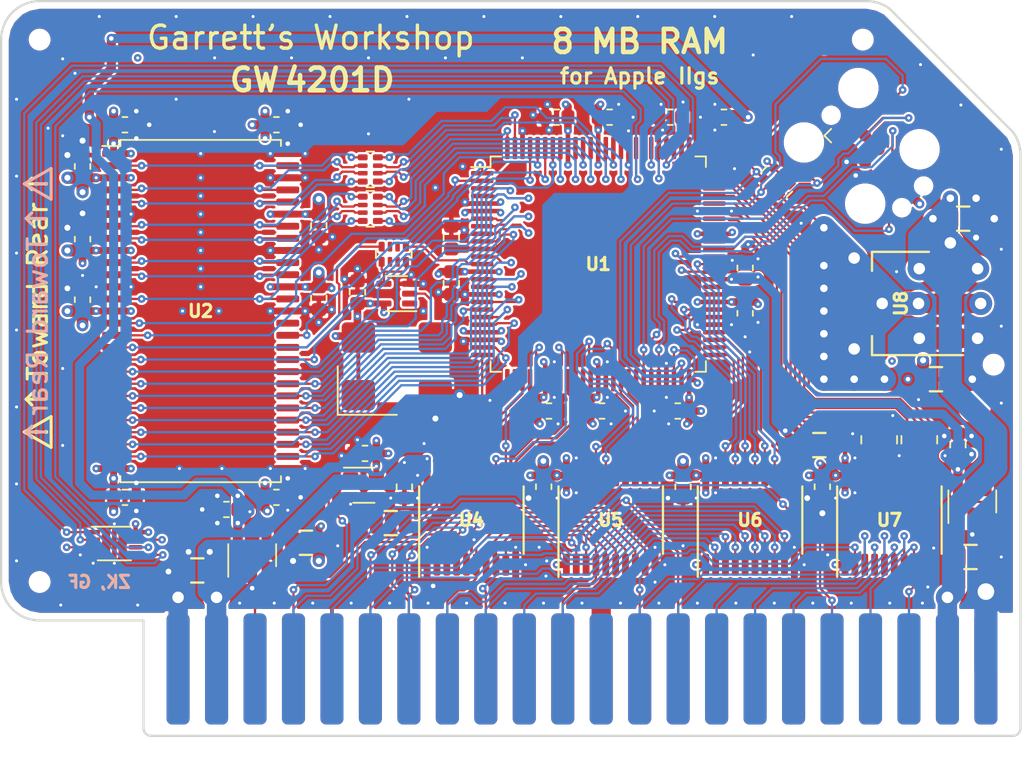
<source format=kicad_pcb>
(kicad_pcb (version 20171130) (host pcbnew "(5.1.5-0-10_14)")
  (title_block (title "GW4203D (RAM2GS II)") (date 2020-08-02) (rev 1.0) (company "Garrett's Workshop"))
  (layers (0 F.Cu signal) (1 In1.Cu power) (2 In2.Cu power) (31 B.Cu signal) (34 B.Paste user) (35 F.Paste user) (36 B.SilkS user) (37 F.SilkS user) (38 B.Mask user) (39 F.Mask user) (44 Edge.Cuts user))
  (net 0 "")
  (net 1 GND)
  (net 2 /FA15)
  (net 3 /FA14)
  (net 4 /FA13)
  (net 5 /FA12)
  (net 6 /FA11)
  (net 7 /FA10)
  (net 8 /~CRAS~)
  (net 9 /ABORT)
  (net 10 /PH2)
  (net 11 /~CSEL~)
  (net 12 /~CROMSEL~)
  (net 13 /CROW1)
  (net 14 /CROW0)
  (net 15 /~CCAS~)
  (net 16 /~FWE~)
  (net 17 /FRA1)
  (net 18 /FRA2)
  (net 19 /FRA0)
  (net 20 /FRA7)
  (net 21 /FRA5)
  (net 22 /FRA4)
  (net 23 /FRA3)
  (net 24 /FRA6)
  (net 25 /FRA8)
  (net 26 /FRA9)
  (net 27 /FD2)
  (net 28 /FD7)
  (net 29 /FD0)
  (net 30 /FD6)
  (net 31 /FD4)
  (net 32 /FD5)
  (net 33 /FD3)
  (net 34 /FD1)
  (net 35 "Net-(RN1-Pad1)")
  (net 36 /AClk)
  (net 37 /RClk)
  (net 38 +3V3)
  (net 39 /Dout5)
  (net 40 /Dout6)
  (net 41 /Dout4)
  (net 42 /Dout7)
  (net 43 /Dout2)
  (net 44 /Dout1)
  (net 45 /Dout0)
  (net 46 /Dout3)
  (net 47 /Din3)
  (net 48 /Din0)
  (net 49 /Din1)
  (net 50 /Din2)
  (net 51 /Din7)
  (net 52 /Din4)
  (net 53 /Din6)
  (net 54 /Din5)
  (net 55 /~WE~in)
  (net 56 /Ain0)
  (net 57 /Ain2)
  (net 58 /Ain1)
  (net 59 /PH2in)
  (net 60 /~CCAS~in)
  (net 61 /CROWin0)
  (net 62 /CROWin1)
  (net 63 /~CRAS~in)
  (net 64 /RD0)
  (net 65 /RD2)
  (net 66 /RD1)
  (net 67 /RD3)
  (net 68 /RD1r)
  (net 69 /RD0r)
  (net 70 /RD2r)
  (net 71 /RD3r)
  (net 72 /RD7r)
  (net 73 /RD6r)
  (net 74 /RD4r)
  (net 75 /RD5r)
  (net 76 /RD7)
  (net 77 /RD5)
  (net 78 /RD6)
  (net 79 /RD4)
  (net 80 /Ain7)
  (net 81 /Ain5)
  (net 82 /Ain4)
  (net 83 /Ain3)
  (net 84 /Ain6)
  (net 85 /Ain8)
  (net 86 /Ain9)
  (net 87 /DQMH)
  (net 88 /CKE)
  (net 89 /RA11)
  (net 90 /RA9)
  (net 91 /RA8)
  (net 92 /RA7)
  (net 93 /RA6)
  (net 94 /RA5)
  (net 95 /RA4)
  (net 96 /RA3)
  (net 97 /RA2)
  (net 98 /RA1)
  (net 99 /RA0)
  (net 100 /RA10)
  (net 101 /BA1)
  (net 102 /BA0)
  (net 103 /R~CS~)
  (net 104 /R~RAS~)
  (net 105 /R~CAS~)
  (net 106 /R~WE~)
  (net 107 /DQML)
  (net 108 "Net-(RN4-Pad1)")
  (net 109 "Net-(RN4-Pad3)")
  (net 110 "Net-(RN4-Pad2)")
  (net 111 "Net-(RN4-Pad4)")
  (net 112 "Net-(RN5-Pad4)")
  (net 113 "Net-(RN5-Pad2)")
  (net 114 "Net-(RN5-Pad3)")
  (net 115 "Net-(RN5-Pad1)")
  (net 116 "Net-(U10-Pad2)")
  (net 117 +5V)
  (net 118 "Net-(U9-Pad1)")
  (net 119 "Net-(U10-Pad1)")
  (net 120 "Net-(R3-Pad2)")
  (net 121 "Net-(R3-Pad1)")
  (net 122 "Net-(RN1-Pad6)")
  (net 123 "Net-(RN1-Pad7)")
  (net 124 "Net-(RN1-Pad2)")
  (net 125 "Net-(RN1-Pad3)")
  (net 126 /MISO)
  (net 127 /MOSI)
  (net 128 /SCK)
  (net 129 /S~CS~)
  (net 130 /D2)
  (net 131 /D3)
  (net 132 +1V2)
  (net 133 "Net-(U12-Pad4)")
  (net 134 +2V5)
  (net 135 "Net-(U1-Pad76)")
  (net 136 /INIT)
  (net 137 /CDO)
  (net 138 /CDI)
  (net 139 /Mode)
  (net 140 /CDONE)
  (net 141 "Net-(U13-Pad4)")
  (net 142 /C~CS~)
  (net 143 /C~RST~)
  (net 144 /CCK)
  (net 145 "Net-(U1-Pad82)")
  (net 146 "Net-(U1-Pad78)")
  (module stdpads:TQFP-100_14x14mm_P0.5mm (layer F.Cu) (at 85.4 108.55 270)
    (fp_text reference U1)
    (fp_text value iCE40HX1K-TQFP-100)
    (fp_text user %R (at 0 0) (layer F.SilkS) (effects (font (size 0.8128 0.8128) (thickness 0.2032))))
    (pad 100 smd roundrect (at -7.6625 6) (size 0.3 1.475) (layers F.Cu F.Paste F.Mask) (net 70 /RD2r))
    (pad 99 smd roundrect (at -7.6625 5.5) (size 0.3 1.475) (layers F.Cu F.Paste F.Mask) (net 68 /RD1r))
    (pad 98 smd roundrect (at -7.6625 5) (size 0.3 1.475) (layers F.Cu F.Paste F.Mask) (net 1 GND))
    (pad 97 smd roundrect (at -7.6625 4.5) (size 0.3 1.475) (layers F.Cu F.Paste F.Mask) (net 104 /R~RAS~))
    (pad 96 smd roundrect (at -7.6625 4) (size 0.3 1.475) (layers F.Cu F.Paste F.Mask) (net 105 /R~CAS~))
    (pad 95 smd roundrect (at -7.6625 3.5) (size 0.3 1.475) (layers F.Cu F.Paste F.Mask) (net 88 /CKE))
    (pad 94 smd roundrect (at -7.6625 3) (size 0.3 1.475) (layers F.Cu F.Paste F.Mask) (net 103 /R~CS~))
    (pad 93 smd roundrect (at -7.6625 2.5) (size 0.3 1.475) (layers F.Cu F.Paste F.Mask) (net 107 /DQML))
    (pad 92 smd roundrect (at -7.6625 2) (size 0.3 1.475) (layers F.Cu F.Paste F.Mask) (net 38 +3V3))
    (pad 91 smd roundrect (at -7.6625 1.5) (size 0.3 1.475) (layers F.Cu F.Paste F.Mask) (net 72 /RD7r))
    (pad 90 smd roundrect (at -7.6625 1) (size 0.3 1.475) (layers F.Cu F.Paste F.Mask) (net 73 /RD6r))
    (pad 89 smd roundrect (at -7.6625 0.5) (size 0.3 1.475) (layers F.Cu F.Paste F.Mask) (net 74 /RD4r))
    (pad 88 smd roundrect (at -7.6625 0) (size 0.3 1.475) (layers F.Cu F.Paste F.Mask) (net 38 +3V3))
    (pad 87 smd roundrect (at -7.6625 -0.5) (size 0.3 1.475) (layers F.Cu F.Paste F.Mask) (net 75 /RD5r))
    (pad 86 smd roundrect (at -7.6625 -1) (size 0.3 1.475) (layers F.Cu F.Paste F.Mask) (net 71 /RD3r))
    (pad 85 smd roundrect (at -7.6625 -1.5) (size 0.3 1.475) (layers F.Cu F.Paste F.Mask) (net 69 /RD0r))
    (pad 84 smd roundrect (at -7.6625 -2) (size 0.3 1.475) (layers F.Cu F.Paste F.Mask) (net 1 GND))
    (pad 83 smd roundrect (at -7.6625 -2.5) (size 0.3 1.475) (layers F.Cu F.Paste F.Mask) (net 128 /SCK))
    (pad 82 smd roundrect (at -7.6625 -3) (size 0.3 1.475) (layers F.Cu F.Paste F.Mask) (net 145 "Net-(U1-Pad82)"))
    (pad 81 smd roundrect (at -7.6625 -3.5) (size 0.3 1.475) (layers F.Cu F.Paste F.Mask) (net 127 /MOSI))
    (pad 80 smd roundrect (at -7.6625 -4) (size 0.3 1.475) (layers F.Cu F.Paste F.Mask) (net 126 /MISO))
    (pad 79 smd roundrect (at -7.6625 -4.5) (size 0.3 1.475) (layers F.Cu F.Paste F.Mask) (net 129 /S~CS~))
    (pad 78 smd roundrect (at -7.6625 -5) (size 0.3 1.475) (layers F.Cu F.Paste F.Mask) (net 146 "Net-(U1-Pad78)"))
    (pad 77 smd roundrect (at -7.6625 -5.5) (size 0.3 1.475) (layers F.Cu F.Paste F.Mask) (net 132 +1V2))
    (pad 76 smd roundrect (at -7.6625 -6) (size 0.3 1.475) (layers F.Cu F.Paste F.Mask) (net 135 "Net-(U1-Pad76)"))
    (pad 75 smd roundrect (at -6 -7.6625) (size 1.475 0.3) (layers F.Cu F.Paste F.Mask) (net 134 +2V5))
    (pad 74 smd roundrect (at -5.5 -7.6625) (size 1.475 0.3) (layers F.Cu F.Paste F.Mask) (net 86 /Ain9))
    (pad 73 smd roundrect (at -5 -7.6625) (size 1.475 0.3) (layers F.Cu F.Paste F.Mask) (net 85 /Ain8))
    (pad 72 smd roundrect (at -4.5 -7.6625) (size 1.475 0.3) (layers F.Cu F.Paste F.Mask) (net 84 /Ain6))
    (pad 71 smd roundrect (at -4 -7.6625) (size 1.475 0.3) (layers F.Cu F.Paste F.Mask) (net 83 /Ain3))
    (pad 70 smd roundrect (at -3.5 -7.6625) (size 1.475 0.3) (layers F.Cu F.Paste F.Mask) (net 1 GND))
    (pad 69 smd roundrect (at -3 -7.6625) (size 1.475 0.3) (layers F.Cu F.Paste F.Mask) (net 82 /Ain4))
    (pad 68 smd roundrect (at -2.5 -7.6625) (size 1.475 0.3) (layers F.Cu F.Paste F.Mask) (net 81 /Ain5))
    (pad 67 smd roundrect (at -2 -7.6625) (size 1.475 0.3) (layers F.Cu F.Paste F.Mask) (net 38 +3V3))
    (pad 66 smd roundrect (at -1.5 -7.6625) (size 1.475 0.3) (layers F.Cu F.Paste F.Mask) (net 80 /Ain7))
    (pad 65 smd roundrect (at -1 -7.6625) (size 1.475 0.3) (layers F.Cu F.Paste F.Mask) (net 63 /~CRAS~in))
    (pad 64 smd roundrect (at -0.5 -7.6625) (size 1.475 0.3) (layers F.Cu F.Paste F.Mask) (net 59 /PH2in))
    (pad 63 smd roundrect (at 0 -7.6625) (size 1.475 0.3) (layers F.Cu F.Paste F.Mask) (net 60 /~CCAS~in))
    (pad 62 smd roundrect (at 0.5 -7.6625) (size 1.475 0.3) (layers F.Cu F.Paste F.Mask) (net 58 /Ain1))
    (pad 61 smd roundrect (at 1 -7.6625) (size 1.475 0.3) (layers F.Cu F.Paste F.Mask) (net 132 +1V2))
    (pad 60 smd roundrect (at 1.5 -7.6625) (size 1.475 0.3) (layers F.Cu F.Paste F.Mask) (net 62 /CROWin1))
    (pad 59 smd roundrect (at 2 -7.6625) (size 1.475 0.3) (layers F.Cu F.Paste F.Mask) (net 56 /Ain0))
    (pad 58 smd roundrect (at 2.5 -7.6625) (size 1.475 0.3) (layers F.Cu F.Paste F.Mask) (net 38 +3V3))
    (pad 57 smd roundrect (at 3 -7.6625) (size 1.475 0.3) (layers F.Cu F.Paste F.Mask) (net 57 /Ain2))
    (pad 56 smd roundrect (at 3.5 -7.6625) (size 1.475 0.3) (layers F.Cu F.Paste F.Mask) (net 55 /~WE~in))
    (pad 55 smd roundrect (at 4 -7.6625) (size 1.475 0.3) (layers F.Cu F.Paste F.Mask) (net 1 GND))
    (pad 54 smd roundrect (at 4.5 -7.6625) (size 1.475 0.3) (layers F.Cu F.Paste F.Mask) (net 61 /CROWin0))
    (pad 53 smd roundrect (at 5 -7.6625) (size 1.475 0.3) (layers F.Cu F.Paste F.Mask) (net 48 /Din0))
    (pad 52 smd roundrect (at 5.5 -7.6625) (size 1.475 0.3) (layers F.Cu F.Paste F.Mask) (net 53 /Din6))
    (pad 51 smd roundrect (at 6 -7.6625) (size 1.475 0.3) (layers F.Cu F.Paste F.Mask) (net 51 /Din7))
    (pad 50 smd roundrect (at 7.6625 -6) (size 0.3 1.475) (layers F.Cu F.Paste F.Mask) (net 38 +3V3))
    (pad 49 smd roundrect (at 7.6625 -5.5) (size 0.3 1.475) (layers F.Cu F.Paste F.Mask) (net 142 /C~CS~))
    (pad 48 smd roundrect (at 7.6625 -5) (size 0.3 1.475) (layers F.Cu F.Paste F.Mask) (net 144 /CCK))
    (pad 47 smd roundrect (at 7.6625 -4.5) (size 0.3 1.475) (layers F.Cu F.Paste F.Mask) (net 1 GND))
    (pad 46 smd roundrect (at 7.6625 -4) (size 0.3 1.475) (layers F.Cu F.Paste F.Mask) (net 138 /CDI))
    (pad 45 smd roundrect (at 7.6625 -3.5) (size 0.3 1.475) (layers F.Cu F.Paste F.Mask) (net 137 /CDO))
    (pad 44 smd roundrect (at 7.6625 -3) (size 0.3 1.475) (layers F.Cu F.Paste F.Mask) (net 143 /C~RST~))
    (pad 43 smd roundrect (at 7.6625 -2.5) (size 0.3 1.475) (layers F.Cu F.Paste F.Mask) (net 140 /CDONE))
    (pad 42 smd roundrect (at 7.6625 -2) (size 0.3 1.475) (layers F.Cu F.Paste F.Mask) (net 52 /Din4))
    (pad 41 smd roundrect (at 7.6625 -1.5) (size 0.3 1.475) (layers F.Cu F.Paste F.Mask) (net 54 /Din5))
    (pad 40 smd roundrect (at 7.6625 -1) (size 0.3 1.475) (layers F.Cu F.Paste F.Mask) (net 47 /Din3))
    (pad 39 smd roundrect (at 7.6625 -0.5) (size 0.3 1.475) (layers F.Cu F.Paste F.Mask) (net 1 GND))
    (pad 38 smd roundrect (at 7.6625 0) (size 0.3 1.475) (layers F.Cu F.Paste F.Mask) (net 38 +3V3))
    (pad 37 smd roundrect (at 7.6625 0.5) (size 0.3 1.475) (layers F.Cu F.Paste F.Mask) (net 49 /Din1))
    (pad 36 smd roundrect (at 7.6625 1) (size 0.3 1.475) (layers F.Cu F.Paste F.Mask) (net 50 /Din2))
    (pad 35 smd roundrect (at 7.6625 1.5) (size 0.3 1.475) (layers F.Cu F.Paste F.Mask) (net 132 +1V2))
    (pad 34 smd roundrect (at 7.6625 2) (size 0.3 1.475) (layers F.Cu F.Paste F.Mask) (net 43 /Dout2))
    (pad 33 smd roundrect (at 7.6625 2.5) (size 0.3 1.475) (layers F.Cu F.Paste F.Mask) (net 46 /Dout3))
    (pad 32 smd roundrect (at 7.6625 3) (size 0.3 1.475) (layers F.Cu F.Paste F.Mask) (net 1 GND))
    (pad 31 smd roundrect (at 7.6625 3.5) (size 0.3 1.475) (layers F.Cu F.Paste F.Mask) (net 38 +3V3))
    (pad 30 smd roundrect (at 7.6625 4) (size 0.3 1.475) (layers F.Cu F.Paste F.Mask) (net 44 /Dout1))
    (pad 29 smd roundrect (at 7.6625 4.5) (size 0.3 1.475) (layers F.Cu F.Paste F.Mask) (net 39 /Dout5))
    (pad 28 smd roundrect (at 7.6625 5) (size 0.3 1.475) (layers F.Cu F.Paste F.Mask) (net 41 /Dout4))
    (pad 27 smd roundrect (at 7.6625 5.5) (size 0.3 1.475) (layers F.Cu F.Paste F.Mask) (net 42 /Dout7))
    (pad 26 smd roundrect (at 7.6625 6) (size 0.3 1.475) (layers F.Cu F.Paste F.Mask) (net 40 /Dout6))
    (pad 25 smd roundrect (at 6 7.6625) (size 1.475 0.3) (layers F.Cu F.Paste F.Mask) (net 45 /Dout0))
    (pad 24 smd roundrect (at 5.5 7.6625) (size 1.475 0.3) (layers F.Cu F.Paste F.Mask) (net 95 /RA4))
    (pad 23 smd roundrect (at 5 7.6625) (size 1.475 0.3) (layers F.Cu F.Paste F.Mask) (net 1 GND))
    (pad 22 smd roundrect (at 4.5 7.6625) (size 1.475 0.3) (layers F.Cu F.Paste F.Mask) (net 38 +3V3))
    (pad 21 smd roundrect (at 4 7.6625) (size 1.475 0.3) (layers F.Cu F.Paste F.Mask) (net 96 /RA3))
    (pad 20 smd roundrect (at 3.5 7.6625) (size 1.475 0.3) (layers F.Cu F.Paste F.Mask) (net 94 /RA5))
    (pad 19 smd roundrect (at 3 7.6625) (size 1.475 0.3) (layers F.Cu F.Paste F.Mask) (net 91 /RA8))
    (pad 18 smd roundrect (at 2.5 7.6625) (size 1.475 0.3) (layers F.Cu F.Paste F.Mask) (net 97 /RA2))
    (pad 17 smd roundrect (at 2 7.6625) (size 1.475 0.3) (layers F.Cu F.Paste F.Mask) (net 1 GND))
    (pad 16 smd roundrect (at 1.5 7.6625) (size 1.475 0.3) (layers F.Cu F.Paste F.Mask) (net 93 /RA6))
    (pad 15 smd roundrect (at 1 7.6625) (size 1.475 0.3) (layers F.Cu F.Paste F.Mask) (net 98 /RA1))
    (pad 14 smd roundrect (at 0.5 7.6625) (size 1.475 0.3) (layers F.Cu F.Paste F.Mask) (net 38 +3V3))
    (pad 13 smd roundrect (at 0 7.6625) (size 1.475 0.3) (layers F.Cu F.Paste F.Mask) (net 36 /AClk))
    (pad 12 smd roundrect (at -0.5 7.6625) (size 1.475 0.3) (layers F.Cu F.Paste F.Mask) (net 92 /RA7))
    (pad 11 smd roundrect (at -1 7.6625) (size 1.475 0.3) (layers F.Cu F.Paste F.Mask) (net 132 +1V2))
    (pad 10 smd roundrect (at -1.5 7.6625) (size 1.475 0.3) (layers F.Cu F.Paste F.Mask) (net 99 /RA0))
    (pad 9 smd roundrect (at -2 7.6625) (size 1.475 0.3) (layers F.Cu F.Paste F.Mask) (net 100 /RA10))
    (pad 8 smd roundrect (at -2.5 7.6625) (size 1.475 0.3) (layers F.Cu F.Paste F.Mask) (net 90 /RA9))
    (pad 7 smd roundrect (at -3 7.6625) (size 1.475 0.3) (layers F.Cu F.Paste F.Mask) (net 101 /BA1))
    (pad 6 smd roundrect (at -3.5 7.6625) (size 1.475 0.3) (layers F.Cu F.Paste F.Mask) (net 38 +3V3))
    (pad 5 smd roundrect (at -4 7.6625) (size 1.475 0.3) (layers F.Cu F.Paste F.Mask) (net 1 GND))
    (pad 4 smd roundrect (at -4.5 7.6625) (size 1.475 0.3) (layers F.Cu F.Paste F.Mask) (net 89 /RA11))
    (pad 3 smd roundrect (at -5 7.6625) (size 1.475 0.3) (layers F.Cu F.Paste F.Mask) (net 102 /BA0))
    (pad 2 smd roundrect (at -5.5 7.6625) (size 1.475 0.3) (layers F.Cu F.Paste F.Mask) (net 106 /R~WE~))
    (pad 1 smd roundrect (at -6 7.6625) (size 1.475 0.3) (layers F.Cu F.Paste F.Mask) (net 87 /DQMH))
  )
  (module stdpads:TSSOP-20_4.4x6.5mm_P0.65mm (layer F.Cu) (at 95.425 125.45)
    (fp_text reference U6)
    (fp_text value 74LVC245APW)
    (fp_text user %R (at 0 0) (layer F.SilkS) (effects (font (size 0.8128 0.8128) (thickness 0.2032))))
    (pad 20 smd roundrect (at -2.925 -2.95 90) (size 1.45 0.45) (layers F.Cu F.Paste F.Mask) (net 38 +3V3))
    (pad 19 smd roundrect (at -2.275 -2.95 90) (size 1.45 0.45) (layers F.Cu F.Paste F.Mask) (net 1 GND))
    (pad 18 smd roundrect (at -1.625 -2.95 90) (size 1.45 0.45) (layers F.Cu F.Paste F.Mask) (net 55 /~WE~in))
    (pad 17 smd roundrect (at -0.975 -2.95 90) (size 1.45 0.45) (layers F.Cu F.Paste F.Mask) (net 56 /Ain0))
    (pad 16 smd roundrect (at -0.325 -2.95 90) (size 1.45 0.45) (layers F.Cu F.Paste F.Mask) (net 57 /Ain2))
    (pad 15 smd roundrect (at 0.325 -2.95 90) (size 1.45 0.45) (layers F.Cu F.Paste F.Mask) (net 58 /Ain1))
    (pad 14 smd roundrect (at 0.975 -2.95 90) (size 1.45 0.45) (layers F.Cu F.Paste F.Mask) (net 59 /PH2in))
    (pad 13 smd roundrect (at 1.625 -2.95 90) (size 1.45 0.45) (layers F.Cu F.Paste F.Mask) (net 60 /~CCAS~in))
    (pad 12 smd roundrect (at 2.275 -2.95 90) (size 1.45 0.45) (layers F.Cu F.Paste F.Mask) (net 61 /CROWin0))
    (pad 11 smd roundrect (at 2.925 -2.95 90) (size 1.45 0.45) (layers F.Cu F.Paste F.Mask) (net 62 /CROWin1))
    (pad 10 smd roundrect (at 2.925 2.95 90) (size 1.45 0.45) (layers F.Cu F.Paste F.Mask) (net 1 GND))
    (pad 9 smd roundrect (at 2.275 2.95 90) (size 1.45 0.45) (layers F.Cu F.Paste F.Mask) (net 13 /CROW1))
    (pad 8 smd roundrect (at 1.625 2.95 90) (size 1.45 0.45) (layers F.Cu F.Paste F.Mask) (net 14 /CROW0))
    (pad 7 smd roundrect (at 0.975 2.95 90) (size 1.45 0.45) (layers F.Cu F.Paste F.Mask) (net 15 /~CCAS~))
    (pad 6 smd roundrect (at 0.325 2.95 90) (size 1.45 0.45) (layers F.Cu F.Paste F.Mask) (net 10 /PH2))
    (pad 5 smd roundrect (at -0.325 2.95 90) (size 1.45 0.45) (layers F.Cu F.Paste F.Mask) (net 17 /FRA1))
    (pad 4 smd roundrect (at -0.975 2.95 90) (size 1.45 0.45) (layers F.Cu F.Paste F.Mask) (net 18 /FRA2))
    (pad 3 smd roundrect (at -1.625 2.95 90) (size 1.45 0.45) (layers F.Cu F.Paste F.Mask) (net 19 /FRA0))
    (pad 2 smd roundrect (at -2.275 2.95 90) (size 1.45 0.45) (layers F.Cu F.Paste F.Mask) (net 16 /~FWE~))
    (pad 1 smd roundrect (at -2.925 2.95 90) (size 1.45 0.45) (layers F.Cu F.Paste F.Mask) (net 38 +3V3))
  )
  (module stdpads:R4_0402 (layer F.Cu) (at 97.2 103.1 135)
    (fp_text reference RN6)
    (fp_text value 4x10k)
    (pad 5 smd roundrect (at 0.8 -0.5 225) (size 0.65 0.4) (layers F.Cu F.Paste F.Mask) (net 144 /CCK))
    (pad 6 smd roundrect (at 0.25 -0.5 225) (size 0.65 0.3) (layers F.Cu F.Paste F.Mask) (net 142 /C~CS~))
    (pad 8 smd roundrect (at -0.8 -0.5 225) (size 0.65 0.4) (layers F.Cu F.Paste F.Mask) (net 38 +3V3))
    (pad 7 smd roundrect (at -0.25 -0.5 225) (size 0.65 0.3) (layers F.Cu F.Paste F.Mask) (net 1 GND))
    (pad 4 smd roundrect (at 0.8 0.5 225) (size 0.65 0.4) (layers F.Cu F.Paste F.Mask) (net 38 +3V3))
    (pad 2 smd roundrect (at -0.25 0.5 225) (size 0.65 0.3) (layers F.Cu F.Paste F.Mask) (net 1 GND))
    (pad 3 smd roundrect (at 0.25 0.5 225) (size 0.65 0.3) (layers F.Cu F.Paste F.Mask) (net 38 +3V3))
    (pad 1 smd roundrect (at -0.8 0.5 225) (size 0.65 0.4) (layers F.Cu F.Paste F.Mask) (net 143 /C~RST~))
  )
  (module Connector:Tag-Connect_TC2050-IDC-FP_2x05_P1.27mm_Vertical (layer F.Cu) (at 103.474 101.415 315)
    (fp_text reference J2)
    (fp_text value JTAG)
    (pad "" np_thru_hole circle (at 1.905 -2.54 315) (size 2.3749 2.3749) (drill 2.3749) (layers *.Cu *.Mask))
    (pad "" np_thru_hole circle (at 1.905 2.54 315) (size 2.3749 2.3749) (drill 2.3749) (layers *.Cu *.Mask))
    (pad "" np_thru_hole circle (at -3.81 2.54 315) (size 2.3749 2.3749) (drill 2.3749) (layers *.Cu *.Mask))
    (pad "" np_thru_hole circle (at -3.81 -2.54 315) (size 2.3749 2.3749) (drill 2.3749) (layers *.Cu *.Mask))
    (pad 10 connect circle (at -2.54 -0.635 315) (size 0.7874 0.7874) (layers F.Cu F.Mask) (net 142 /C~CS~))
    (pad 9 connect circle (at -1.27 -0.635 315) (size 0.7874 0.7874) (layers F.Cu F.Mask) (net 143 /C~RST~))
    (pad 8 connect circle (at 0 -0.635 315) (size 0.7874 0.7874) (layers F.Cu F.Mask) (net 136 /INIT))
    (pad 7 connect circle (at 1.27 -0.635 315) (size 0.7874 0.7874) (layers F.Cu F.Mask) (net 137 /CDO))
    (pad 6 connect circle (at 2.54 -0.635 315) (size 0.7874 0.7874) (layers F.Cu F.Mask) (net 38 +3V3))
    (pad 5 connect circle (at 2.54 0.635 315) (size 0.7874 0.7874) (layers F.Cu F.Mask) (net 138 /CDI))
    (pad 4 connect circle (at 1.27 0.635 315) (size 0.7874 0.7874) (layers F.Cu F.Mask) (net 1 GND))
    (pad 3 connect circle (at 0 0.635 315) (size 0.7874 0.7874) (layers F.Cu F.Mask) (net 139 /Mode))
    (pad 2 connect circle (at -1.27 0.635 315) (size 0.7874 0.7874) (layers F.Cu F.Mask) (net 1 GND))
    (pad 1 connect circle (at -2.54 0.635 315) (size 0.7874 0.7874) (layers F.Cu F.Mask) (net 144 /CCK))
    (pad "" np_thru_hole circle (at -3.81 0 315) (size 0.9906 0.9906) (drill 0.9906) (layers *.Cu *.Mask))
    (pad "" np_thru_hole circle (at 3.81 1.016 315) (size 0.9906 0.9906) (drill 0.9906) (layers *.Cu *.Mask))
    (pad "" np_thru_hole circle (at 3.81 -1.016 315) (size 0.9906 0.9906) (drill 0.9906) (layers *.Cu *.Mask))
  )
  (module stdpads:C_0603 (layer F.Cu) (at 90.15 98.85 180)
    (fp_text reference C31)
    (fp_text value 2u2)
    (pad 2 smd roundrect (at 0.75 0 180) (size 0.85 0.95) (layers F.Cu F.Paste F.Mask) (net 1 GND))
    (pad 1 smd roundrect (at -0.75 0 180) (size 0.85 0.95) (layers F.Cu F.Paste F.Mask) (net 132 +1V2))
  )
  (module stdpads:C_0603 (layer F.Cu) (at 85.65 118.25)
    (fp_text reference C32)
    (fp_text value 2u2)
    (pad 2 smd roundrect (at 0.75 0) (size 0.85 0.95) (layers F.Cu F.Paste F.Mask) (net 1 GND))
    (pad 1 smd roundrect (at -0.75 0) (size 0.85 0.95) (layers F.Cu F.Paste F.Mask) (net 38 +3V3))
  )
  (module stdpads:C_0603 (layer F.Cu) (at 82.15 118.25)
    (fp_text reference C13)
    (fp_text value 2u2)
    (pad 1 smd roundrect (at -0.75 0) (size 0.85 0.95) (layers F.Cu F.Paste F.Mask) (net 38 +3V3))
    (pad 2 smd roundrect (at 0.75 0) (size 0.85 0.95) (layers F.Cu F.Paste F.Mask) (net 1 GND))
  )
  (module stdpads:TSSOP-20_4.4x6.5mm_P0.65mm (layer F.Cu) (at 77.025 125.45)
    (fp_text reference U4)
    (fp_text value 74AHCT245PW)
    (fp_text user %R (at 0 0) (layer F.SilkS) (effects (font (size 0.8128 0.8128) (thickness 0.2032))))
    (pad 20 smd roundrect (at -2.925 -2.95 90) (size 1.45 0.45) (layers F.Cu F.Paste F.Mask) (net 117 +5V))
    (pad 19 smd roundrect (at -2.275 -2.95 90) (size 1.45 0.45) (layers F.Cu F.Paste F.Mask) (net 120 "Net-(R3-Pad2)"))
    (pad 18 smd roundrect (at -1.625 -2.95 90) (size 1.45 0.45) (layers F.Cu F.Paste F.Mask) (net 45 /Dout0))
    (pad 17 smd roundrect (at -0.975 -2.95 90) (size 1.45 0.45) (layers F.Cu F.Paste F.Mask) (net 40 /Dout6))
    (pad 16 smd roundrect (at -0.325 -2.95 90) (size 1.45 0.45) (layers F.Cu F.Paste F.Mask) (net 42 /Dout7))
    (pad 15 smd roundrect (at 0.325 -2.95 90) (size 1.45 0.45) (layers F.Cu F.Paste F.Mask) (net 41 /Dout4))
    (pad 14 smd roundrect (at 0.975 -2.95 90) (size 1.45 0.45) (layers F.Cu F.Paste F.Mask) (net 39 /Dout5))
    (pad 13 smd roundrect (at 1.625 -2.95 90) (size 1.45 0.45) (layers F.Cu F.Paste F.Mask) (net 46 /Dout3))
    (pad 12 smd roundrect (at 2.275 -2.95 90) (size 1.45 0.45) (layers F.Cu F.Paste F.Mask) (net 44 /Dout1))
    (pad 11 smd roundrect (at 2.925 -2.95 90) (size 1.45 0.45) (layers F.Cu F.Paste F.Mask) (net 43 /Dout2))
    (pad 10 smd roundrect (at 2.925 2.95 90) (size 1.45 0.45) (layers F.Cu F.Paste F.Mask) (net 1 GND))
    (pad 9 smd roundrect (at 2.275 2.95 90) (size 1.45 0.45) (layers F.Cu F.Paste F.Mask) (net 27 /FD2))
    (pad 8 smd roundrect (at 1.625 2.95 90) (size 1.45 0.45) (layers F.Cu F.Paste F.Mask) (net 34 /FD1))
    (pad 7 smd roundrect (at 0.975 2.95 90) (size 1.45 0.45) (layers F.Cu F.Paste F.Mask) (net 33 /FD3))
    (pad 6 smd roundrect (at 0.325 2.95 90) (size 1.45 0.45) (layers F.Cu F.Paste F.Mask) (net 32 /FD5))
    (pad 5 smd roundrect (at -0.325 2.95 90) (size 1.45 0.45) (layers F.Cu F.Paste F.Mask) (net 31 /FD4))
    (pad 4 smd roundrect (at -0.975 2.95 90) (size 1.45 0.45) (layers F.Cu F.Paste F.Mask) (net 28 /FD7))
    (pad 3 smd roundrect (at -1.625 2.95 90) (size 1.45 0.45) (layers F.Cu F.Paste F.Mask) (net 30 /FD6))
    (pad 2 smd roundrect (at -2.275 2.95 90) (size 1.45 0.45) (layers F.Cu F.Paste F.Mask) (net 29 /FD0))
    (pad 1 smd roundrect (at -2.925 2.95 90) (size 1.45 0.45) (layers F.Cu F.Paste F.Mask) (net 1 GND))
  )
  (module stdpads:SOT-353 (layer F.Cu) (at 72.1 110.5)
    (fp_text reference U10)
    (fp_text value 74LVC1G04GW)
    (pad 5 smd roundrect (at -0.85 0.65 180) (size 1 0.4) (layers F.Cu F.Paste F.Mask) (net 38 +3V3))
    (pad 4 smd roundrect (at -0.85 -0.65 180) (size 1 0.4) (layers F.Cu F.Paste F.Mask) (net 35 "Net-(RN1-Pad1)"))
    (pad 2 smd roundrect (at 0.85 0 180) (size 1 0.4) (layers F.Cu F.Paste F.Mask) (net 116 "Net-(U10-Pad2)"))
    (pad 1 smd roundrect (at 0.85 0.65 180) (size 1 0.4) (layers F.Cu F.Paste F.Mask) (net 119 "Net-(U10-Pad1)"))
    (pad 3 smd roundrect (at 0.85 -0.65 180) (size 1 0.4) (layers F.Cu F.Paste F.Mask) (net 1 GND))
  )
  (module stdpads:SOT-353 (layer F.Cu) (at 69.9 123.15 180)
    (fp_text reference U9)
    (fp_text value 74LVC1G04GW)
    (pad 5 smd roundrect (at -0.85 0.65) (size 1 0.4) (layers F.Cu F.Paste F.Mask) (net 38 +3V3))
    (pad 4 smd roundrect (at -0.85 -0.65) (size 1 0.4) (layers F.Cu F.Paste F.Mask) (net 121 "Net-(R3-Pad1)"))
    (pad 2 smd roundrect (at 0.85 0) (size 1 0.4) (layers F.Cu F.Paste F.Mask) (net 11 /~CSEL~))
    (pad 1 smd roundrect (at 0.85 0.65) (size 1 0.4) (layers F.Cu F.Paste F.Mask) (net 118 "Net-(U9-Pad1)"))
    (pad 3 smd roundrect (at 0.85 -0.65) (size 1 0.4) (layers F.Cu F.Paste F.Mask) (net 1 GND))
  )
  (module stdpads:SOT-223 (layer F.Cu) (at 105.387 111.15)
    (fp_text reference U8 (at 0 0 270) (layer F.SilkS) (effects (font (size 0.8128 0.8128) (thickness 0.2032))))
    (fp_text value AZ1117CH-3.3)
    (pad 1 smd roundrect (at 3.15 2.3 180) (size 2 1.5) (layers F.Cu F.Paste F.Mask) (roundrect_rratio 0.2) (net 1 GND))
    (pad 3 smd roundrect (at 3.15 -2.3 180) (size 2 1.5) (layers F.Cu F.Paste F.Mask) (roundrect_rratio 0.2) (net 117 +5V))
    (pad 2 smd roundrect (at 3.15 0 180) (size 2 1.5) (layers F.Cu F.Paste F.Mask) (roundrect_rratio 0.2) (net 38 +3V3))
    (pad 2 smd roundrect (at -3.15 0 180) (size 2 3.8) (layers F.Cu F.Paste F.Mask) (roundrect_rratio 0.15) (net 38 +3V3))
  )
  (module stdpads:TSSOP-20_4.4x6.5mm_P0.65mm (layer F.Cu) (at 104.625 125.45)
    (fp_text reference U7)
    (fp_text value 74LVC245APW)
    (fp_text user %R (at 0 0) (layer F.SilkS) (effects (font (size 0.8128 0.8128) (thickness 0.2032))))
    (pad 20 smd roundrect (at -2.925 -2.95 90) (size 1.45 0.45) (layers F.Cu F.Paste F.Mask) (net 38 +3V3))
    (pad 19 smd roundrect (at -2.275 -2.95 90) (size 1.45 0.45) (layers F.Cu F.Paste F.Mask) (net 1 GND))
    (pad 18 smd roundrect (at -1.625 -2.95 90) (size 1.45 0.45) (layers F.Cu F.Paste F.Mask) (net 108 "Net-(RN4-Pad1)"))
    (pad 17 smd roundrect (at -0.975 -2.95 90) (size 1.45 0.45) (layers F.Cu F.Paste F.Mask) (net 110 "Net-(RN4-Pad2)"))
    (pad 16 smd roundrect (at -0.325 -2.95 90) (size 1.45 0.45) (layers F.Cu F.Paste F.Mask) (net 109 "Net-(RN4-Pad3)"))
    (pad 15 smd roundrect (at 0.325 -2.95 90) (size 1.45 0.45) (layers F.Cu F.Paste F.Mask) (net 111 "Net-(RN4-Pad4)"))
    (pad 14 smd roundrect (at 0.975 -2.95 90) (size 1.45 0.45) (layers F.Cu F.Paste F.Mask) (net 115 "Net-(RN5-Pad1)"))
    (pad 13 smd roundrect (at 1.625 -2.95 90) (size 1.45 0.45) (layers F.Cu F.Paste F.Mask) (net 113 "Net-(RN5-Pad2)"))
    (pad 12 smd roundrect (at 2.275 -2.95 90) (size 1.45 0.45) (layers F.Cu F.Paste F.Mask) (net 114 "Net-(RN5-Pad3)"))
    (pad 11 smd roundrect (at 2.925 -2.95 90) (size 1.45 0.45) (layers F.Cu F.Paste F.Mask) (net 112 "Net-(RN5-Pad4)"))
    (pad 10 smd roundrect (at 2.925 2.95 90) (size 1.45 0.45) (layers F.Cu F.Paste F.Mask) (net 1 GND))
    (pad 9 smd roundrect (at 2.275 2.95 90) (size 1.45 0.45) (layers F.Cu F.Paste F.Mask) (net 26 /FRA9))
    (pad 8 smd roundrect (at 1.625 2.95 90) (size 1.45 0.45) (layers F.Cu F.Paste F.Mask) (net 25 /FRA8))
    (pad 7 smd roundrect (at 0.975 2.95 90) (size 1.45 0.45) (layers F.Cu F.Paste F.Mask) (net 24 /FRA6))
    (pad 6 smd roundrect (at 0.325 2.95 90) (size 1.45 0.45) (layers F.Cu F.Paste F.Mask) (net 23 /FRA3))
    (pad 5 smd roundrect (at -0.325 2.95 90) (size 1.45 0.45) (layers F.Cu F.Paste F.Mask) (net 22 /FRA4))
    (pad 4 smd roundrect (at -0.975 2.95 90) (size 1.45 0.45) (layers F.Cu F.Paste F.Mask) (net 21 /FRA5))
    (pad 3 smd roundrect (at -1.625 2.95 90) (size 1.45 0.45) (layers F.Cu F.Paste F.Mask) (net 20 /FRA7))
    (pad 2 smd roundrect (at -2.275 2.95 90) (size 1.45 0.45) (layers F.Cu F.Paste F.Mask) (net 8 /~CRAS~))
    (pad 1 smd roundrect (at -2.925 2.95 90) (size 1.45 0.45) (layers F.Cu F.Paste F.Mask) (net 38 +3V3))
  )
  (module stdpads:TSSOP-20_4.4x6.5mm_P0.65mm (layer F.Cu) (at 86.225 125.45)
    (fp_text reference U5)
    (fp_text value 74LVC245APW)
    (fp_text user %R (at 0 0) (layer F.SilkS) (effects (font (size 0.8128 0.8128) (thickness 0.2032))))
    (pad 20 smd roundrect (at -2.925 -2.95 90) (size 1.45 0.45) (layers F.Cu F.Paste F.Mask) (net 38 +3V3))
    (pad 19 smd roundrect (at -2.275 -2.95 90) (size 1.45 0.45) (layers F.Cu F.Paste F.Mask) (net 1 GND))
    (pad 18 smd roundrect (at -1.625 -2.95 90) (size 1.45 0.45) (layers F.Cu F.Paste F.Mask) (net 50 /Din2))
    (pad 17 smd roundrect (at -0.975 -2.95 90) (size 1.45 0.45) (layers F.Cu F.Paste F.Mask) (net 49 /Din1))
    (pad 16 smd roundrect (at -0.325 -2.95 90) (size 1.45 0.45) (layers F.Cu F.Paste F.Mask) (net 47 /Din3))
    (pad 15 smd roundrect (at 0.325 -2.95 90) (size 1.45 0.45) (layers F.Cu F.Paste F.Mask) (net 54 /Din5))
    (pad 14 smd roundrect (at 0.975 -2.95 90) (size 1.45 0.45) (layers F.Cu F.Paste F.Mask) (net 52 /Din4))
    (pad 13 smd roundrect (at 1.625 -2.95 90) (size 1.45 0.45) (layers F.Cu F.Paste F.Mask) (net 51 /Din7))
    (pad 12 smd roundrect (at 2.275 -2.95 90) (size 1.45 0.45) (layers F.Cu F.Paste F.Mask) (net 53 /Din6))
    (pad 11 smd roundrect (at 2.925 -2.95 90) (size 1.45 0.45) (layers F.Cu F.Paste F.Mask) (net 48 /Din0))
    (pad 10 smd roundrect (at 2.925 2.95 90) (size 1.45 0.45) (layers F.Cu F.Paste F.Mask) (net 1 GND))
    (pad 9 smd roundrect (at 2.275 2.95 90) (size 1.45 0.45) (layers F.Cu F.Paste F.Mask) (net 29 /FD0))
    (pad 8 smd roundrect (at 1.625 2.95 90) (size 1.45 0.45) (layers F.Cu F.Paste F.Mask) (net 30 /FD6))
    (pad 7 smd roundrect (at 0.975 2.95 90) (size 1.45 0.45) (layers F.Cu F.Paste F.Mask) (net 28 /FD7))
    (pad 6 smd roundrect (at 0.325 2.95 90) (size 1.45 0.45) (layers F.Cu F.Paste F.Mask) (net 31 /FD4))
    (pad 5 smd roundrect (at -0.325 2.95 90) (size 1.45 0.45) (layers F.Cu F.Paste F.Mask) (net 32 /FD5))
    (pad 4 smd roundrect (at -0.975 2.95 90) (size 1.45 0.45) (layers F.Cu F.Paste F.Mask) (net 33 /FD3))
    (pad 3 smd roundrect (at -1.625 2.95 90) (size 1.45 0.45) (layers F.Cu F.Paste F.Mask) (net 34 /FD1))
    (pad 2 smd roundrect (at -2.275 2.95 90) (size 1.45 0.45) (layers F.Cu F.Paste F.Mask) (net 27 /FD2))
    (pad 1 smd roundrect (at -2.925 2.95 90) (size 1.45 0.45) (layers F.Cu F.Paste F.Mask) (net 38 +3V3))
  )
  (module stdpads:C_0603 (layer F.Cu) (at 54.15 99.35)
    (fp_text reference C17)
    (fp_text value 2u2)
    (pad 2 smd roundrect (at 0.75 0) (size 0.85 0.95) (layers F.Cu F.Paste F.Mask) (net 1 GND))
    (pad 1 smd roundrect (at -0.75 0) (size 0.85 0.95) (layers F.Cu F.Paste F.Mask) (net 38 +3V3))
  )
  (module stdpads:C_0805 (layer F.Cu) (at 66.1 126.95 180)
    (fp_text reference C26)
    (fp_text value 10u)
    (pad 1 smd roundrect (at -0.85 0 180) (size 1.05 1.4) (layers F.Cu F.Paste F.Mask) (net 38 +3V3))
    (pad 2 smd roundrect (at 0.85 0 180) (size 1.05 1.4) (layers F.Cu F.Paste F.Mask) (net 1 GND))
  )
  (module stdpads:C_0603 (layer F.Cu) (at 70 121.05 180)
    (fp_text reference C27)
    (fp_text value 2u2)
    (pad 2 smd roundrect (at 0.75 0 180) (size 0.85 0.95) (layers F.Cu F.Paste F.Mask) (net 1 GND))
    (pad 1 smd roundrect (at -0.75 0 180) (size 0.85 0.95) (layers F.Cu F.Paste F.Mask) (net 38 +3V3))
  )
  (module stdpads:C_0603 (layer F.Cu) (at 69.5 110.4 90)
    (fp_text reference C10)
    (fp_text value 2u2)
    (pad 2 smd roundrect (at 0.75 0 90) (size 0.85 0.95) (layers F.Cu F.Paste F.Mask) (net 1 GND))
    (pad 1 smd roundrect (at -0.75 0 90) (size 0.85 0.95) (layers F.Cu F.Paste F.Mask) (net 38 +3V3))
  )
  (module stdpads:AppleIIgsMemoryExpansion_Edge (layer F.Cu) (at 84.328 135.382)
    (fp_text reference J1)
    (fp_text value "Memory Expansion")
    (pad 1 smd roundrect (at 26.67 -0.1) (size 1.524 7.34) (layers B.Cu B.Mask) (net 1 GND))
    (pad 2 smd roundrect (at 24.13 -0.1) (size 1.524 7.34) (layers B.Cu B.Mask) (net 117 +5V))
    (pad 3 smd roundrect (at 21.59 -0.1) (size 1.524 7.34) (layers B.Cu B.Mask) (net 26 /FRA9))
    (pad 4 smd roundrect (at 19.05 -0.1) (size 1.524 7.34) (layers B.Cu B.Mask) (net 25 /FRA8))
    (pad 5 smd roundrect (at 16.51 -0.1) (size 1.524 7.34) (layers B.Cu B.Mask) (net 27 /FD2))
    (pad 6 smd roundrect (at 13.97 -0.1) (size 1.524 7.34) (layers B.Cu B.Mask) (net 24 /FRA6))
    (pad 7 smd roundrect (at 11.43 -0.1) (size 1.524 7.34) (layers B.Cu B.Mask) (net 23 /FRA3))
    (pad 8 smd roundrect (at 8.89 -0.1) (size 1.524 7.34) (layers B.Cu B.Mask) (net 22 /FRA4))
    (pad 9 smd roundrect (at 6.35 -0.1) (size 1.524 7.34) (layers B.Cu B.Mask) (net 21 /FRA5))
    (pad 10 smd roundrect (at 3.81 -0.1) (size 1.524 7.34) (layers B.Cu B.Mask) (net 20 /FRA7))
    (pad 11 smd roundrect (at 1.27 -0.1) (size 1.524 7.34) (layers B.Cu B.Mask) (net 117 +5V))
    (pad 12 smd roundrect (at -1.27 -0.1) (size 1.524 7.34) (layers B.Cu B.Mask) (net 16 /~FWE~))
    (pad 13 smd roundrect (at -3.81 -0.1) (size 1.524 7.34) (layers B.Cu B.Mask) (net 19 /FRA0))
    (pad 14 smd roundrect (at -6.35 -0.1) (size 1.524 7.34) (layers B.Cu B.Mask) (net 18 /FRA2))
    (pad 15 smd roundrect (at -8.89 -0.1) (size 1.524 7.34) (layers B.Cu B.Mask) (net 17 /FRA1))
    (pad 16 smd roundrect (at -11.43 -0.1) (size 1.524 7.34) (layers B.Cu B.Mask) (net 28 /FD7))
    (pad 17 smd roundrect (at -13.97 -0.1) (size 1.524 7.34) (layers B.Cu B.Mask) (net 15 /~CCAS~))
    (pad 18 smd roundrect (at -16.51 -0.1) (size 1.524 7.34) (layers B.Cu B.Mask) (net 14 /CROW0))
    (pad 19 smd roundrect (at -19.05 -0.1) (size 1.524 7.34) (layers B.Cu B.Mask) (net 13 /CROW1))
    (pad 20 smd roundrect (at -21.59 -0.1) (size 1.524 7.34) (layers B.Cu B.Mask) (net 12 /~CROMSEL~))
    (pad 21 smd roundrect (at -24.13 -0.1) (size 1.524 7.34) (layers B.Cu B.Mask) (net 117 +5V))
    (pad 22 smd roundrect (at -26.67 -0.1) (size 1.524 7.34) (layers B.Cu B.Mask) (net 1 GND))
    (pad 23 smd roundrect (at -26.67 -0.1) (size 1.524 7.34) (layers F.Cu F.Mask) (net 1 GND))
    (pad 24 smd roundrect (at -24.13 -0.1) (size 1.524 7.34) (layers F.Cu F.Mask) (net 117 +5V))
    (pad 25 smd roundrect (at -21.59 -0.1) (size 1.524 7.34) (layers F.Cu F.Mask) (net 29 /FD0))
    (pad 26 smd roundrect (at -19.05 -0.1) (size 1.524 7.34) (layers F.Cu F.Mask) (net 11 /~CSEL~))
    (pad 27 smd roundrect (at -16.51 -0.1) (size 1.524 7.34) (layers F.Cu F.Mask) (net 1 GND))
    (pad 28 smd roundrect (at -13.97 -0.1) (size 1.524 7.34) (layers F.Cu F.Mask) (net 30 /FD6))
    (pad 29 smd roundrect (at -11.43 -0.1) (size 1.524 7.34) (layers F.Cu F.Mask) (net 31 /FD4))
    (pad 30 smd roundrect (at -8.89 -0.1) (size 1.524 7.34) (layers F.Cu F.Mask) (net 32 /FD5))
    (pad 31 smd roundrect (at -6.35 -0.1) (size 1.524 7.34) (layers F.Cu F.Mask) (net 10 /PH2))
    (pad 32 smd roundrect (at -3.81 -0.1) (size 1.524 7.34) (layers F.Cu F.Mask) (net 9 /ABORT))
    (pad 33 smd roundrect (at -1.27 -0.1) (size 1.524 7.34) (layers F.Cu F.Mask) (net 33 /FD3))
    (pad 34 smd roundrect (at 1.27 -0.1) (size 1.524 7.34) (layers F.Cu F.Mask) (net 1 GND))
    (pad 35 smd roundrect (at 3.81 -0.1) (size 1.524 7.34) (layers F.Cu F.Mask) (net 8 /~CRAS~))
    (pad 36 smd roundrect (at 6.35 -0.1) (size 1.524 7.34) (layers F.Cu F.Mask) (net 34 /FD1))
    (pad 37 smd roundrect (at 8.89 -0.1) (size 1.524 7.34) (layers F.Cu F.Mask) (net 7 /FA10))
    (pad 38 smd roundrect (at 11.43 -0.1) (size 1.524 7.34) (layers F.Cu F.Mask) (net 6 /FA11))
    (pad 39 smd roundrect (at 13.97 -0.1) (size 1.524 7.34) (layers F.Cu F.Mask) (net 5 /FA12))
    (pad 40 smd roundrect (at 16.51 -0.1) (size 1.524 7.34) (layers F.Cu F.Mask) (net 4 /FA13))
    (pad 41 smd roundrect (at 19.05 -0.1) (size 1.524 7.34) (layers F.Cu F.Mask) (net 3 /FA14))
    (pad 42 smd roundrect (at 21.59 -0.1) (size 1.524 7.34) (layers F.Cu F.Mask) (net 2 /FA15))
    (pad 43 smd roundrect (at 24.13 -0.1) (size 1.524 7.34) (layers F.Cu F.Mask) (net 117 +5V))
    (pad 44 smd roundrect (at 26.67 -0.1) (size 1.524 7.34) (layers F.Cu F.Mask) (net 1 GND))
  )
  (module stdpads:TSOP-II-54_22.2x10.16mm_P0.8mm (layer F.Cu) (at 59.15 111.65)
    (fp_text reference U2)
    (fp_text value W9812G6KH-6)
    (fp_text user %R (at 0 0) (layer F.SilkS) (effects (font (size 0.8128 0.8128) (thickness 0.2032))))
    (pad 54 smd roundrect (at 5.75 -10.4) (size 1.51 0.458) (layers F.Cu F.Paste F.Mask) (net 1 GND))
    (pad 53 smd roundrect (at 5.75 -9.6) (size 1.51 0.458) (layers F.Cu F.Paste F.Mask) (net 64 /RD0))
    (pad 52 smd roundrect (at 5.75 -8.8) (size 1.51 0.458) (layers F.Cu F.Paste F.Mask) (net 1 GND))
    (pad 51 smd roundrect (at 5.75 -8) (size 1.51 0.458) (layers F.Cu F.Paste F.Mask) (net 66 /RD1))
    (pad 50 smd roundrect (at 5.75 -7.2) (size 1.51 0.458) (layers F.Cu F.Paste F.Mask) (net 65 /RD2))
    (pad 49 smd roundrect (at 5.75 -6.4) (size 1.51 0.458) (layers F.Cu F.Paste F.Mask) (net 38 +3V3))
    (pad 48 smd roundrect (at 5.75 -5.6) (size 1.51 0.458) (layers F.Cu F.Paste F.Mask) (net 67 /RD3))
    (pad 47 smd roundrect (at 5.75 -4.8) (size 1.51 0.458) (layers F.Cu F.Paste F.Mask) (net 79 /RD4))
    (pad 46 smd roundrect (at 5.75 -4) (size 1.51 0.458) (layers F.Cu F.Paste F.Mask) (net 1 GND))
    (pad 45 smd roundrect (at 5.75 -3.2) (size 1.51 0.458) (layers F.Cu F.Paste F.Mask) (net 77 /RD5))
    (pad 44 smd roundrect (at 5.75 -2.4) (size 1.51 0.458) (layers F.Cu F.Paste F.Mask) (net 78 /RD6))
    (pad 43 smd roundrect (at 5.75 -1.6) (size 1.51 0.458) (layers F.Cu F.Paste F.Mask) (net 38 +3V3))
    (pad 42 smd roundrect (at 5.75 -0.8) (size 1.51 0.458) (layers F.Cu F.Paste F.Mask) (net 76 /RD7))
    (pad 41 smd roundrect (at 5.75 0) (size 1.51 0.458) (layers F.Cu F.Paste F.Mask) (net 1 GND))
    (pad 40 smd roundrect (at 5.75 0.8) (size 1.51 0.458) (layers F.Cu F.Paste F.Mask))
    (pad 39 smd roundrect (at 5.75 1.6) (size 1.51 0.458) (layers F.Cu F.Paste F.Mask) (net 87 /DQMH))
    (pad 38 smd roundrect (at 5.75 2.4) (size 1.51 0.458) (layers F.Cu F.Paste F.Mask) (net 37 /RClk))
    (pad 37 smd roundrect (at 5.75 3.2) (size 1.51 0.458) (layers F.Cu F.Paste F.Mask) (net 88 /CKE))
    (pad 36 smd roundrect (at 5.75 4) (size 1.51 0.458) (layers F.Cu F.Paste F.Mask) (net 1 GND))
    (pad 35 smd roundrect (at 5.75 4.8) (size 1.51 0.458) (layers F.Cu F.Paste F.Mask) (net 89 /RA11))
    (pad 34 smd roundrect (at 5.75 5.6) (size 1.51 0.458) (layers F.Cu F.Paste F.Mask) (net 90 /RA9))
    (pad 33 smd roundrect (at 5.75 6.4) (size 1.51 0.458) (layers F.Cu F.Paste F.Mask) (net 91 /RA8))
    (pad 32 smd roundrect (at 5.75 7.2) (size 1.51 0.458) (layers F.Cu F.Paste F.Mask) (net 92 /RA7))
    (pad 31 smd roundrect (at 5.75 8) (size 1.51 0.458) (layers F.Cu F.Paste F.Mask) (net 93 /RA6))
    (pad 30 smd roundrect (at 5.75 8.8) (size 1.51 0.458) (layers F.Cu F.Paste F.Mask) (net 94 /RA5))
    (pad 29 smd roundrect (at 5.75 9.6) (size 1.51 0.458) (layers F.Cu F.Paste F.Mask) (net 95 /RA4))
    (pad 28 smd roundrect (at 5.75 10.4) (size 1.51 0.458) (layers F.Cu F.Paste F.Mask) (net 1 GND))
    (pad 27 smd roundrect (at -5.75 10.4) (size 1.51 0.458) (layers F.Cu F.Paste F.Mask) (net 38 +3V3))
    (pad 26 smd roundrect (at -5.75 9.6) (size 1.51 0.458) (layers F.Cu F.Paste F.Mask) (net 96 /RA3))
    (pad 25 smd roundrect (at -5.75 8.8) (size 1.51 0.458) (layers F.Cu F.Paste F.Mask) (net 97 /RA2))
    (pad 24 smd roundrect (at -5.75 8) (size 1.51 0.458) (layers F.Cu F.Paste F.Mask) (net 98 /RA1))
    (pad 23 smd roundrect (at -5.75 7.2) (size 1.51 0.458) (layers F.Cu F.Paste F.Mask) (net 99 /RA0))
    (pad 22 smd roundrect (at -5.75 6.4) (size 1.51 0.458) (layers F.Cu F.Paste F.Mask) (net 100 /RA10))
    (pad 21 smd roundrect (at -5.75 5.6) (size 1.51 0.458) (layers F.Cu F.Paste F.Mask) (net 101 /BA1))
    (pad 20 smd roundrect (at -5.75 4.8) (size 1.51 0.458) (layers F.Cu F.Paste F.Mask) (net 102 /BA0))
    (pad 19 smd roundrect (at -5.75 4) (size 1.51 0.458) (layers F.Cu F.Paste F.Mask) (net 103 /R~CS~))
    (pad 18 smd roundrect (at -5.75 3.2) (size 1.51 0.458) (layers F.Cu F.Paste F.Mask) (net 104 /R~RAS~))
    (pad 17 smd roundrect (at -5.75 2.4) (size 1.51 0.458) (layers F.Cu F.Paste F.Mask) (net 105 /R~CAS~))
    (pad 16 smd roundrect (at -5.75 1.6) (size 1.51 0.458) (layers F.Cu F.Paste F.Mask) (net 106 /R~WE~))
    (pad 15 smd roundrect (at -5.75 0.8) (size 1.51 0.458) (layers F.Cu F.Paste F.Mask) (net 107 /DQML))
    (pad 14 smd roundrect (at -5.75 0) (size 1.51 0.458) (layers F.Cu F.Paste F.Mask) (net 38 +3V3))
    (pad 13 smd roundrect (at -5.75 -0.8) (size 1.51 0.458) (layers F.Cu F.Paste F.Mask) (net 76 /RD7))
    (pad 12 smd roundrect (at -5.75 -1.6) (size 1.51 0.458) (layers F.Cu F.Paste F.Mask) (net 1 GND))
    (pad 11 smd roundrect (at -5.75 -2.4) (size 1.51 0.458) (layers F.Cu F.Paste F.Mask) (net 78 /RD6))
    (pad 10 smd roundrect (at -5.75 -3.2) (size 1.51 0.458) (layers F.Cu F.Paste F.Mask) (net 77 /RD5))
    (pad 9 smd roundrect (at -5.75 -4) (size 1.51 0.458) (layers F.Cu F.Paste F.Mask) (net 38 +3V3))
    (pad 8 smd roundrect (at -5.75 -4.8) (size 1.51 0.458) (layers F.Cu F.Paste F.Mask) (net 79 /RD4))
    (pad 7 smd roundrect (at -5.75 -5.6) (size 1.51 0.458) (layers F.Cu F.Paste F.Mask) (net 67 /RD3))
    (pad 6 smd roundrect (at -5.75 -6.4) (size 1.51 0.458) (layers F.Cu F.Paste F.Mask) (net 1 GND))
    (pad 5 smd roundrect (at -5.75 -7.2) (size 1.51 0.458) (layers F.Cu F.Paste F.Mask) (net 65 /RD2))
    (pad 4 smd roundrect (at -5.75 -8) (size 1.51 0.458) (layers F.Cu F.Paste F.Mask) (net 66 /RD1))
    (pad 3 smd roundrect (at -5.75 -8.8) (size 1.51 0.458) (layers F.Cu F.Paste F.Mask) (net 38 +3V3))
    (pad 2 smd roundrect (at -5.75 -9.6) (size 1.51 0.458) (layers F.Cu F.Paste F.Mask) (net 64 /RD0))
    (pad 1 smd roundrect (at -5.75 -10.4) (size 1.51 0.458) (layers F.Cu F.Paste F.Mask) (net 38 +3V3))
  )
  (module stdpads:C_0805 (layer F.Cu) (at 107.7 116.15)
    (fp_text reference C4)
    (fp_text value 10u)
    (pad 2 smd roundrect (at 0.85 0) (size 1.05 1.4) (layers F.Cu F.Paste F.Mask) (net 1 GND))
    (pad 1 smd roundrect (at -0.85 0) (size 1.05 1.4) (layers F.Cu F.Paste F.Mask) (net 38 +3V3))
  )
  (module stdpads:C_0805 (layer F.Cu) (at 109.5 105.55)
    (fp_text reference C3)
    (fp_text value 10u)
    (pad 2 smd roundrect (at 0.85 0) (size 1.05 1.4) (layers F.Cu F.Paste F.Mask) (net 1 GND))
    (pad 1 smd roundrect (at -0.85 0) (size 1.05 1.4) (layers F.Cu F.Paste F.Mask) (net 117 +5V))
  )
  (module stdpads:C_0805 (layer F.Cu) (at 109.982 127.889)
    (fp_text reference C2)
    (fp_text value 10u)
    (pad 2 smd roundrect (at 0.85 0) (size 1.05 1.4) (layers F.Cu F.Paste F.Mask) (net 1 GND))
    (pad 1 smd roundrect (at -0.85 0) (size 1.05 1.4) (layers F.Cu F.Paste F.Mask) (net 117 +5V))
  )
  (module stdpads:C_0805 (layer F.Cu) (at 58.928 128.778 180)
    (fp_text reference C1)
    (fp_text value 10u)
    (pad 2 smd roundrect (at 0.85 0 180) (size 1.05 1.4) (layers F.Cu F.Paste F.Mask) (net 1 GND))
    (pad 1 smd roundrect (at -0.85 0 180) (size 1.05 1.4) (layers F.Cu F.Paste F.Mask) (net 117 +5V))
  )
  (module stdpads:C_0603 (layer F.Cu) (at 72.6 123.25 270)
    (fp_text reference C5)
    (fp_text value 2u2)
    (pad 2 smd roundrect (at 0.75 0 270) (size 0.85 0.95) (layers F.Cu F.Paste F.Mask) (net 1 GND))
    (pad 1 smd roundrect (at -0.75 0 270) (size 0.85 0.95) (layers F.Cu F.Paste F.Mask) (net 117 +5V))
  )
  (module stdpads:C_0603 (layer F.Cu) (at 64.15 123.95)
    (fp_text reference C22)
    (fp_text value 2u2)
    (pad 2 smd roundrect (at 0.75 0) (size 0.85 0.95) (layers F.Cu F.Paste F.Mask) (net 1 GND))
    (pad 1 smd roundrect (at -0.75 0) (size 0.85 0.95) (layers F.Cu F.Paste F.Mask) (net 38 +3V3))
  )
  (module stdpads:C_0603 (layer F.Cu) (at 51.35 102.1 90)
    (fp_text reference C18)
    (fp_text value 2u2)
    (pad 2 smd roundrect (at 0.75 0 90) (size 0.85 0.95) (layers F.Cu F.Paste F.Mask) (net 1 GND))
    (pad 1 smd roundrect (at -0.75 0 90) (size 0.85 0.95) (layers F.Cu F.Paste F.Mask) (net 38 +3V3))
  )
  (module stdpads:C_0603 (layer F.Cu) (at 64.15 99.35)
    (fp_text reference C25)
    (fp_text value 2u2)
    (pad 2 smd roundrect (at 0.75 0) (size 0.85 0.95) (layers F.Cu F.Paste F.Mask) (net 1 GND))
    (pad 1 smd roundrect (at -0.75 0) (size 0.85 0.95) (layers F.Cu F.Paste F.Mask) (net 38 +3V3))
  )
  (module stdpads:C_0603 (layer F.Cu) (at 54.15 123.95)
    (fp_text reference C21)
    (fp_text value 2u2)
    (pad 2 smd roundrect (at 0.75 0) (size 0.85 0.95) (layers F.Cu F.Paste F.Mask) (net 1 GND))
    (pad 1 smd roundrect (at -0.75 0) (size 0.85 0.95) (layers F.Cu F.Paste F.Mask) (net 38 +3V3))
  )
  (module stdpads:C_0603 (layer F.Cu) (at 66.95 110.8 270)
    (fp_text reference C23)
    (fp_text value 2u2)
    (pad 2 smd roundrect (at 0.75 0 270) (size 0.85 0.95) (layers F.Cu F.Paste F.Mask) (net 1 GND))
    (pad 1 smd roundrect (at -0.75 0 270) (size 0.85 0.95) (layers F.Cu F.Paste F.Mask) (net 38 +3V3))
  )
  (module stdpads:C_0603 (layer F.Cu) (at 51.35 106.9 90)
    (fp_text reference C19)
    (fp_text value 2u2)
    (pad 2 smd roundrect (at 0.75 0 90) (size 0.85 0.95) (layers F.Cu F.Paste F.Mask) (net 1 GND))
    (pad 1 smd roundrect (at -0.75 0 90) (size 0.85 0.95) (layers F.Cu F.Paste F.Mask) (net 38 +3V3))
  )
  (module stdpads:C_0603 (layer F.Cu) (at 51.35 110.9 90)
    (fp_text reference C20)
    (fp_text value 2u2)
    (pad 2 smd roundrect (at 0.75 0 90) (size 0.85 0.95) (layers F.Cu F.Paste F.Mask) (net 1 GND))
    (pad 1 smd roundrect (at -0.75 0 90) (size 0.85 0.95) (layers F.Cu F.Paste F.Mask) (net 38 +3V3))
  )
  (module stdpads:C_0603 (layer F.Cu) (at 66.95 106 270)
    (fp_text reference C24)
    (fp_text value 2u2)
    (pad 2 smd roundrect (at 0.75 0 270) (size 0.85 0.95) (layers F.Cu F.Paste F.Mask) (net 1 GND))
    (pad 1 smd roundrect (at -0.75 0 270) (size 0.85 0.95) (layers F.Cu F.Paste F.Mask) (net 38 +3V3))
  )
  (module stdpads:C_0603 (layer F.Cu) (at 100.2 123.25 270)
    (fp_text reference C8)
    (fp_text value 2u2)
    (pad 2 smd roundrect (at 0.75 0 270) (size 0.85 0.95) (layers F.Cu F.Paste F.Mask) (net 1 GND))
    (pad 1 smd roundrect (at -0.75 0 270) (size 0.85 0.95) (layers F.Cu F.Paste F.Mask) (net 38 +3V3))
  )
  (module stdpads:C_0603 (layer F.Cu) (at 81.8 123.25 270)
    (fp_text reference C6)
    (fp_text value 2u2)
    (pad 2 smd roundrect (at 0.75 0 270) (size 0.85 0.95) (layers F.Cu F.Paste F.Mask) (net 1 GND))
    (pad 1 smd roundrect (at -0.75 0 270) (size 0.85 0.95) (layers F.Cu F.Paste F.Mask) (net 38 +3V3))
  )
  (module stdpads:C_0603 (layer F.Cu) (at 91 123.25 270)
    (fp_text reference C7)
    (fp_text value 2u2)
    (pad 2 smd roundrect (at 0.75 0 270) (size 0.85 0.95) (layers F.Cu F.Paste F.Mask) (net 1 GND))
    (pad 1 smd roundrect (at -0.75 0 270) (size 0.85 0.95) (layers F.Cu F.Paste F.Mask) (net 38 +3V3))
  )
  (module stdpads:Fiducial (layer F.Cu) (at 51.054 93.726)
    (fp_text reference FID1)
    (fp_text value Fiducial hide)
    (pad ~ smd circle (at 0 0) (size 1 1) (layers F.Cu F.Mask) (clearance 0.575))
  )
  (module stdpads:Fiducial (layer F.Cu) (at 110.236 117.983)
    (fp_text reference FID3)
    (fp_text value Fiducial hide)
    (pad ~ smd circle (at 0 0) (size 1 1) (layers F.Cu F.Mask) (clearance 0.575))
  )
  (module stdpads:Fiducial (layer F.Cu) (at 51.054 129.54)
    (fp_text reference FID4)
    (fp_text value Fiducial hide)
    (pad ~ smd circle (at 0 0) (size 1 1) (layers F.Cu F.Mask) (clearance 0.575))
  )
  (module stdpads:Fiducial (layer F.Cu) (at 100.33 93.726)
    (fp_text reference FID2)
    (fp_text value Fiducial hide)
    (pad ~ smd circle (at 0 0) (size 1 1) (layers F.Cu F.Mask) (clearance 0.575))
  )
  (module stdpads:PasteHole_1.1mm_PTH (layer F.Cu) (at 110.998 130.175)
    (fp_text reference H3)
    (fp_text value " " hide)
    (pad 1 thru_hole circle (at 0 0) (size 2 2) (drill 1.1) (layers *.Cu *.Mask) (net 1 GND))
  )
  (module stdpads:R_0805 (layer F.Cu) (at 71.7 125.65)
    (fp_text reference R3)
    (fp_text value 100)
    (pad 2 smd roundrect (at 0.95 0) (size 0.85 1.4) (layers F.Cu F.Paste F.Mask) (net 120 "Net-(R3-Pad2)"))
    (pad 1 smd roundrect (at -0.95 0) (size 0.85 1.4) (layers F.Cu F.Paste F.Mask) (net 121 "Net-(R3-Pad1)"))
  )
  (module stdpads:PasteHole_1.152mm_NPTH (layer F.Cu) (at 48.514 93.726)
    (fp_text reference H1)
    (fp_text value " " hide)
    (pad "" np_thru_hole circle (at 0 0) (size 1.152 1.152) (drill 1.152) (layers *.Cu *.Mask))
  )
  (module stdpads:PasteHole_1.152mm_NPTH (layer F.Cu) (at 102.87 93.726)
    (fp_text reference H2)
    (fp_text value " " hide)
    (pad "" np_thru_hole circle (at 0 0) (size 1.152 1.152) (drill 1.152) (layers *.Cu *.Mask))
  )
  (module stdpads:PasteHole_1.152mm_NPTH (layer F.Cu) (at 48.514 129.54)
    (fp_text reference H4)
    (fp_text value " " hide)
    (pad "" np_thru_hole circle (at 0 0) (size 1.152 1.152) (drill 1.152) (layers *.Cu *.Mask))
  )
  (module stdpads:PasteHole_1.152mm_NPTH (layer F.Cu) (at 111.506 115.189)
    (fp_text reference H5)
    (fp_text value " " hide)
    (pad "" np_thru_hole circle (at 0 0) (size 1.152 1.152) (drill 1.152) (layers *.Cu *.Mask))
  )
  (module stdpads:R4_0402 (layer F.Cu) (at 71.9 107.9)
    (fp_text reference RN1)
    (fp_text value 4x33)
    (pad 1 smd roundrect (at -0.8 0.5 90) (size 0.65 0.4) (layers F.Cu F.Paste F.Mask) (net 35 "Net-(RN1-Pad1)"))
    (pad 3 smd roundrect (at 0.25 0.5 90) (size 0.65 0.3) (layers F.Cu F.Paste F.Mask) (net 125 "Net-(RN1-Pad3)"))
    (pad 2 smd roundrect (at -0.25 0.5 90) (size 0.65 0.3) (layers F.Cu F.Paste F.Mask) (net 124 "Net-(RN1-Pad2)"))
    (pad 4 smd roundrect (at 0.8 0.5 90) (size 0.65 0.4) (layers F.Cu F.Paste F.Mask) (net 35 "Net-(RN1-Pad1)"))
    (pad 7 smd roundrect (at -0.25 -0.5 90) (size 0.65 0.3) (layers F.Cu F.Paste F.Mask) (net 123 "Net-(RN1-Pad7)"))
    (pad 8 smd roundrect (at -0.8 -0.5 90) (size 0.65 0.4) (layers F.Cu F.Paste F.Mask) (net 37 /RClk))
    (pad 6 smd roundrect (at 0.25 -0.5 90) (size 0.65 0.3) (layers F.Cu F.Paste F.Mask) (net 122 "Net-(RN1-Pad6)"))
    (pad 5 smd roundrect (at 0.8 -0.5 90) (size 0.65 0.4) (layers F.Cu F.Paste F.Mask) (net 36 /AClk))
  )
  (module stdpads:R4_0402 (layer F.Cu) (at 70.35 102.3 270)
    (fp_text reference RN2)
    (fp_text value 4x33)
    (pad 1 smd roundrect (at -0.8 0.5) (size 0.65 0.4) (layers F.Cu F.Paste F.Mask) (net 64 /RD0))
    (pad 3 smd roundrect (at 0.25 0.5) (size 0.65 0.3) (layers F.Cu F.Paste F.Mask) (net 65 /RD2))
    (pad 2 smd roundrect (at -0.25 0.5) (size 0.65 0.3) (layers F.Cu F.Paste F.Mask) (net 66 /RD1))
    (pad 4 smd roundrect (at 0.8 0.5) (size 0.65 0.4) (layers F.Cu F.Paste F.Mask) (net 67 /RD3))
    (pad 7 smd roundrect (at -0.25 -0.5) (size 0.65 0.3) (layers F.Cu F.Paste F.Mask) (net 68 /RD1r))
    (pad 8 smd roundrect (at -0.8 -0.5) (size 0.65 0.4) (layers F.Cu F.Paste F.Mask) (net 69 /RD0r))
    (pad 6 smd roundrect (at 0.25 -0.5) (size 0.65 0.3) (layers F.Cu F.Paste F.Mask) (net 70 /RD2r))
    (pad 5 smd roundrect (at 0.8 -0.5) (size 0.65 0.4) (layers F.Cu F.Paste F.Mask) (net 71 /RD3r))
  )
  (module stdpads:R4_0402 (layer F.Cu) (at 70.35 104.9 270)
    (fp_text reference RN3)
    (fp_text value 4x33)
    (pad 1 smd roundrect (at -0.8 0.5) (size 0.65 0.4) (layers F.Cu F.Paste F.Mask) (net 79 /RD4))
    (pad 3 smd roundrect (at 0.25 0.5) (size 0.65 0.3) (layers F.Cu F.Paste F.Mask) (net 78 /RD6))
    (pad 2 smd roundrect (at -0.25 0.5) (size 0.65 0.3) (layers F.Cu F.Paste F.Mask) (net 77 /RD5))
    (pad 4 smd roundrect (at 0.8 0.5) (size 0.65 0.4) (layers F.Cu F.Paste F.Mask) (net 76 /RD7))
    (pad 7 smd roundrect (at -0.25 -0.5) (size 0.65 0.3) (layers F.Cu F.Paste F.Mask) (net 75 /RD5r))
    (pad 8 smd roundrect (at -0.8 -0.5) (size 0.65 0.4) (layers F.Cu F.Paste F.Mask) (net 74 /RD4r))
    (pad 6 smd roundrect (at 0.25 -0.5) (size 0.65 0.3) (layers F.Cu F.Paste F.Mask) (net 73 /RD6r))
    (pad 5 smd roundrect (at 0.8 -0.5) (size 0.65 0.4) (layers F.Cu F.Paste F.Mask) (net 72 /RD7r))
  )
  (module stdpads:R4_0402 (layer F.Cu) (at 103.95 120.15)
    (fp_text reference RN4)
    (fp_text value 4x33)
    (pad 1 smd roundrect (at -0.8 0.5 90) (size 0.65 0.4) (layers F.Cu F.Paste F.Mask) (net 108 "Net-(RN4-Pad1)"))
    (pad 3 smd roundrect (at 0.25 0.5 90) (size 0.65 0.3) (layers F.Cu F.Paste F.Mask) (net 109 "Net-(RN4-Pad3)"))
    (pad 2 smd roundrect (at -0.25 0.5 90) (size 0.65 0.3) (layers F.Cu F.Paste F.Mask) (net 110 "Net-(RN4-Pad2)"))
    (pad 4 smd roundrect (at 0.8 0.5 90) (size 0.65 0.4) (layers F.Cu F.Paste F.Mask) (net 111 "Net-(RN4-Pad4)"))
    (pad 7 smd roundrect (at -0.25 -0.5 90) (size 0.65 0.3) (layers F.Cu F.Paste F.Mask) (net 80 /Ain7))
    (pad 8 smd roundrect (at -0.8 -0.5 90) (size 0.65 0.4) (layers F.Cu F.Paste F.Mask) (net 63 /~CRAS~in))
    (pad 6 smd roundrect (at 0.25 -0.5 90) (size 0.65 0.3) (layers F.Cu F.Paste F.Mask) (net 81 /Ain5))
    (pad 5 smd roundrect (at 0.8 -0.5 90) (size 0.65 0.4) (layers F.Cu F.Paste F.Mask) (net 82 /Ain4))
  )
  (module stdpads:R4_0402 (layer F.Cu) (at 106.6 120.15)
    (fp_text reference RN5)
    (fp_text value 4x33)
    (pad 1 smd roundrect (at -0.8 0.5 90) (size 0.65 0.4) (layers F.Cu F.Paste F.Mask) (net 115 "Net-(RN5-Pad1)"))
    (pad 3 smd roundrect (at 0.25 0.5 90) (size 0.65 0.3) (layers F.Cu F.Paste F.Mask) (net 114 "Net-(RN5-Pad3)"))
    (pad 2 smd roundrect (at -0.25 0.5 90) (size 0.65 0.3) (layers F.Cu F.Paste F.Mask) (net 113 "Net-(RN5-Pad2)"))
    (pad 4 smd roundrect (at 0.8 0.5 90) (size 0.65 0.4) (layers F.Cu F.Paste F.Mask) (net 112 "Net-(RN5-Pad4)"))
    (pad 7 smd roundrect (at -0.25 -0.5 90) (size 0.65 0.3) (layers F.Cu F.Paste F.Mask) (net 84 /Ain6))
    (pad 8 smd roundrect (at -0.8 -0.5 90) (size 0.65 0.4) (layers F.Cu F.Paste F.Mask) (net 83 /Ain3))
    (pad 6 smd roundrect (at 0.25 -0.5 90) (size 0.65 0.3) (layers F.Cu F.Paste F.Mask) (net 85 /Ain8))
    (pad 5 smd roundrect (at 0.8 -0.5 90) (size 0.65 0.4) (layers F.Cu F.Paste F.Mask) (net 86 /Ain9))
  )
  (module stdpads:Crystal_SMD_7050-4Pin_7.0x5.0mm_SiTime (layer F.Cu) (at 72.1 115.3)
    (fp_text reference U3)
    (fp_text value 60M)
    (pad 4 smd roundrect (at -2.54 -1.905) (size 2.2 2) (layers F.Cu F.Paste F.Mask) (roundrect_rratio 0.15) (net 38 +3V3))
    (pad 3 smd roundrect (at 2.54 -1.905) (size 2.2 2) (layers F.Cu F.Paste F.Mask) (roundrect_rratio 0.15) (net 116 "Net-(U10-Pad2)"))
    (pad 2 smd roundrect (at 2.54 1.905) (size 2.2 2) (layers F.Cu F.Paste F.Mask) (roundrect_rratio 0.15) (net 1 GND))
    (pad 1 smd roundrect (at -2.54 1.905) (size 2.2 2) (layers F.Cu F.Paste F.Mask) (roundrect_rratio 0.15) (net 38 +3V3))
  )
  (module stdpads:SON-8-1EP_3x2mm_P0.5mm_EP0.25x1.65mm (layer F.Cu) (at 53.45 127)
    (fp_text reference U11)
    (fp_text value SPIFlash-SON-8-1EP)
    (pad 1 smd roundrect (at -1.4 -0.75) (size 0.9 0.3) (layers F.Cu F.Paste F.Mask) (net 129 /S~CS~))
    (pad 2 smd roundrect (at -1.4 -0.25) (size 0.9 0.3) (layers F.Cu F.Paste F.Mask) (net 126 /MISO))
    (pad 3 smd roundrect (at -1.4 0.25) (size 0.9 0.3) (layers F.Cu F.Paste F.Mask) (net 130 /D2))
    (pad 4 smd roundrect (at -1.4 0.75) (size 0.9 0.3) (layers F.Cu F.Paste F.Mask) (net 1 GND))
    (pad 5 smd roundrect (at 1.4 0.75) (size 0.9 0.3) (layers F.Cu F.Paste F.Mask) (net 127 /MOSI))
    (pad 6 smd roundrect (at 1.4 0.25) (size 0.9 0.3) (layers F.Cu F.Paste F.Mask) (net 128 /SCK))
    (pad 7 smd roundrect (at 1.4 -0.25) (size 0.9 0.3) (layers F.Cu F.Paste F.Mask) (net 131 /D3))
    (pad 8 smd roundrect (at 1.4 -0.75) (size 0.9 0.3) (layers F.Cu F.Paste F.Mask) (net 38 +3V3))
    (pad 9 smd roundrect (at 0 0) (size 0.25 1.65) (layers F.Cu F.Mask) (net 1 GND))
  )
  (module stdpads:C_0603 (layer F.Cu) (at 109.15 120.5 90)
    (fp_text reference C28)
    (fp_text value 2u2)
    (pad 1 smd roundrect (at -0.75 0 90) (size 0.85 0.95) (layers F.Cu F.Paste F.Mask) (net 132 +1V2))
    (pad 2 smd roundrect (at 0.75 0 90) (size 0.85 0.95) (layers F.Cu F.Paste F.Mask) (net 1 GND))
  )
  (module stdpads:R_0805 (layer F.Cu) (at 100 120.5 180)
    (fp_text reference R4)
    (fp_text value 0)
    (pad 1 smd roundrect (at -0.95 0 180) (size 0.85 1.4) (layers F.Cu F.Paste F.Mask) (net 38 +3V3))
    (pad 2 smd roundrect (at 0.95 0 180) (size 0.85 1.4) (layers F.Cu F.Paste F.Mask) (net 132 +1V2))
  )
  (module stdpads:SOT-23-5 (layer F.Cu) (at 110.1 124.25 270)
    (fp_text reference U12)
    (fp_text value AP2127K-1.2)
    (pad 4 smd roundrect (at -1.05 -0.95 90) (size 1.35 0.65) (layers F.Cu F.Paste F.Mask) (net 133 "Net-(U12-Pad4)"))
    (pad 5 smd roundrect (at -1.05 0.95 90) (size 1.35 0.65) (layers F.Cu F.Paste F.Mask) (net 132 +1V2))
    (pad 2 smd roundrect (at 1.05 0 90) (size 1.35 0.65) (layers F.Cu F.Paste F.Mask) (net 1 GND))
    (pad 3 smd roundrect (at 1.05 -0.95 90) (size 1.35 0.65) (layers F.Cu F.Paste F.Mask) (net 117 +5V))
    (pad 1 smd roundrect (at 1.05 0.95 90) (size 1.35 0.65) (layers F.Cu F.Paste F.Mask) (net 117 +5V))
  )
  (module stdpads:C_0603 (layer F.Cu) (at 93.7 98.85 180)
    (fp_text reference C30)
    (fp_text value 2u2)
    (pad 1 smd roundrect (at -0.75 0 180) (size 0.85 0.95) (layers F.Cu F.Paste F.Mask) (net 134 +2V5))
    (pad 2 smd roundrect (at 0.75 0 180) (size 0.85 0.95) (layers F.Cu F.Paste F.Mask) (net 1 GND))
  )
  (module stdpads:C_0603 (layer F.Cu) (at 75.7 109.8 270)
    (fp_text reference C9)
    (fp_text value 2u2)
    (pad 2 smd roundrect (at 0.75 0 270) (size 0.85 0.95) (layers F.Cu F.Paste F.Mask) (net 1 GND))
    (pad 1 smd roundrect (at -0.75 0 270) (size 0.85 0.95) (layers F.Cu F.Paste F.Mask) (net 38 +3V3))
  )
  (module stdpads:C_0603 (layer F.Cu) (at 86.15 98.85)
    (fp_text reference C11)
    (fp_text value 2u2)
    (pad 1 smd roundrect (at -0.75 0) (size 0.85 0.95) (layers F.Cu F.Paste F.Mask) (net 38 +3V3))
    (pad 2 smd roundrect (at 0.75 0) (size 0.85 0.95) (layers F.Cu F.Paste F.Mask) (net 1 GND))
  )
  (module stdpads:C_0603 (layer F.Cu) (at 82.65 98.85 180)
    (fp_text reference C12)
    (fp_text value 2u2)
    (pad 1 smd roundrect (at -0.75 0 180) (size 0.85 0.95) (layers F.Cu F.Paste F.Mask) (net 38 +3V3))
    (pad 2 smd roundrect (at 0.75 0 180) (size 0.85 0.95) (layers F.Cu F.Paste F.Mask) (net 1 GND))
  )
  (module stdpads:C_0603 (layer F.Cu) (at 75.7 106.8 90)
    (fp_text reference C14)
    (fp_text value 2u2)
    (pad 1 smd roundrect (at -0.75 0 90) (size 0.85 0.95) (layers F.Cu F.Paste F.Mask) (net 132 +1V2))
    (pad 2 smd roundrect (at 0.75 0 90) (size 0.85 0.95) (layers F.Cu F.Paste F.Mask) (net 1 GND))
  )
  (module stdpads:C_0603 (layer F.Cu) (at 95.1 108.8 90)
    (fp_text reference C15)
    (fp_text value 2u2)
    (pad 2 smd roundrect (at 0.75 0 90) (size 0.85 0.95) (layers F.Cu F.Paste F.Mask) (net 1 GND))
    (pad 1 smd roundrect (at -0.75 0 90) (size 0.85 0.95) (layers F.Cu F.Paste F.Mask) (net 132 +1V2))
  )
  (module stdpads:C_0603 (layer F.Cu) (at 90.65 118.25 180)
    (fp_text reference C16)
    (fp_text value 2u2)
    (pad 2 smd roundrect (at 0.75 0 180) (size 0.85 0.95) (layers F.Cu F.Paste F.Mask) (net 1 GND))
    (pad 1 smd roundrect (at -0.75 0 180) (size 0.85 0.95) (layers F.Cu F.Paste F.Mask) (net 38 +3V3))
  )
  (module stdpads:C_0603 (layer F.Cu) (at 95.1 111.8 270)
    (fp_text reference C29)
    (fp_text value 2u2)
    (pad 1 smd roundrect (at -0.75 0 270) (size 0.85 0.95) (layers F.Cu F.Paste F.Mask) (net 38 +3V3))
    (pad 2 smd roundrect (at 0.75 0 270) (size 0.85 0.95) (layers F.Cu F.Paste F.Mask) (net 1 GND))
  )
  (module stdpads:C_0603 (layer F.Cu) (at 60.85 124.75 180)
    (fp_text reference C33)
    (fp_text value 2u2)
    (pad 2 smd roundrect (at 0.75 0 180) (size 0.85 0.95) (layers F.Cu F.Paste F.Mask) (net 1 GND))
    (pad 1 smd roundrect (at -0.75 0 180) (size 0.85 0.95) (layers F.Cu F.Paste F.Mask) (net 134 +2V5))
  )
  (module stdpads:SOT-23-5 (layer F.Cu) (at 62.55 127.8 270)
    (fp_text reference U13)
    (fp_text value AP2127K-2.5)
    (pad 4 smd roundrect (at -1.05 -0.95 90) (size 1.35 0.65) (layers F.Cu F.Paste F.Mask) (net 141 "Net-(U13-Pad4)"))
    (pad 5 smd roundrect (at -1.05 0.95 90) (size 1.35 0.65) (layers F.Cu F.Paste F.Mask) (net 134 +2V5))
    (pad 2 smd roundrect (at 1.05 0 90) (size 1.35 0.65) (layers F.Cu F.Paste F.Mask) (net 1 GND))
    (pad 3 smd roundrect (at 1.05 -0.95 90) (size 1.35 0.65) (layers F.Cu F.Paste F.Mask) (net 117 +5V))
    (pad 1 smd roundrect (at 1.05 0.95 90) (size 1.35 0.65) (layers F.Cu F.Paste F.Mask) (net 117 +5V))
  )
  (gr_text "8 MB RAM" (at 88.138 93.853) (layer F.SilkS) (effects (font (size 1.524 1.524) (thickness 0.3))))
  (gr_line (start 48.895 103.251) (end 47.625 103.251) (layer F.SilkS) (width 0.2))
  (gr_line (start 47.625 119.634) (end 48.006 119.253) (layer B.SilkS) (width 0.2))
  (gr_line (start 47.498 103.251) (end 49.276 102.235) (layer B.SilkS) (width 0.2))
  (gr_line (start 49.276 102.235) (end 49.276 104.267) (layer B.SilkS) (width 0.2))
  (gr_line (start 47.625 103.251) (end 48.006 103.632) (layer F.SilkS) (width 0.2))
  (gr_line (start 48.895 117.475) (end 47.625 117.475) (layer F.SilkS) (width 0.2))
  (gr_line (start 47.625 103.251) (end 48.006 102.87) (layer F.SilkS) (width 0.2))
  (gr_line (start 49.276 120.65) (end 49.276 118.618) (layer F.SilkS) (width 0.2))
  (gr_line (start 49.276 118.618) (end 47.498 119.634) (layer F.SilkS) (width 0.2))
  (gr_line (start 47.498 119.634) (end 49.276 120.65) (layer F.SilkS) (width 0.2))
  (gr_line (start 47.625 105.537) (end 48.006 105.156) (layer B.SilkS) (width 0.2))
  (gr_line (start 48.895 105.537) (end 47.625 105.537) (layer B.SilkS) (width 0.2))
  (gr_line (start 47.625 119.634) (end 48.006 120.015) (layer B.SilkS) (width 0.2))
  (gr_line (start 48.895 119.634) (end 47.625 119.634) (layer B.SilkS) (width 0.2))
  (gr_line (start 47.625 117.475) (end 48.006 117.856) (layer F.SilkS) (width 0.2))
  (gr_line (start 47.625 105.537) (end 48.006 105.918) (layer B.SilkS) (width 0.2))
  (gr_line (start 49.276 104.267) (end 47.498 103.251) (layer B.SilkS) (width 0.2))
  (gr_line (start 47.625 117.475) (end 48.006 117.094) (layer F.SilkS) (width 0.2))
  (gr_text "Toward Rear" (at 48.387 110.363 90) (layer F.SilkS) (effects (font (size 1.27 1.27) (thickness 0.2))))
  (gr_text "Toward Rear" (at 48.387 112.649 90) (layer B.SilkS) (effects (font (size 1.27 1.27) (thickness 0.2)) (justify mirror)))
  (gr_text ! (at 48.641 119.634 90) (layer F.SilkS) (effects (font (size 0.762 0.762) (thickness 0.1905))))
  (gr_text ! (at 48.641 103.251 90) (layer B.SilkS) (effects (font (size 0.762 0.762) (thickness 0.1905)) (justify mirror)))
  (gr_text 4201D (at 64.516 96.393) (layer F.SilkS) (effects (font (size 1.5 1.5) (thickness 0.3)) (justify left)))
  (gr_text "for Apple IIgs" (at 88.138 96.139) (layer F.SilkS) (effects (font (size 1.016 1.016) (thickness 0.2032))))
  (gr_text GW (at 64.516 96.393) (layer F.SilkS) (effects (font (size 1.5 1.5) (thickness 0.3)) (justify right)))
  (gr_text "ZK, GF" (at 52.451 129.54) (layer B.SilkS) (effects (font (size 0.8128 0.8128) (thickness 0.2032)) (justify mirror)))
  (gr_text "Garrett’s Workshop" (at 66.421 93.599) (layer F.SilkS) (effects (font (size 1.524 1.524) (thickness 0.225))))
  (gr_arc (start 112.776 139.192) (end 112.776 139.7) (angle -90) (layer Edge.Cuts) (width 0.15))
  (gr_arc (start 55.88 139.192) (end 55.372 139.192) (angle -90) (layer Edge.Cuts) (width 0.15))
  (gr_line (start 103.124 91.186) (end 48.514 91.186) (angle 90) (layer Edge.Cuts) (width 0.15))
  (gr_arc (start 48.514 93.726) (end 48.514 91.186) (angle -90) (layer Edge.Cuts) (width 0.15))
  (gr_arc (start 103.124 93.726) (end 103.124 91.186) (angle 36.86991118) (layer Edge.Cuts) (width 0.15))
  (gr_line (start 112.776 99.822) (end 104.648 91.694) (layer Edge.Cuts) (width 0.15))
  (gr_arc (start 110.744 101.346) (end 113.284 101.346) (angle -36.86989765) (layer Edge.Cuts) (width 0.15))
  (gr_line (start 113.284 139.192) (end 113.284 101.346) (angle 90) (layer Edge.Cuts) (width 0.15))
  (gr_arc (start 48.514 129.54) (end 45.974 129.54) (angle -90) (layer Edge.Cuts) (width 0.15))
  (gr_line (start 48.514 132.08) (end 55.372 132.08) (layer Edge.Cuts) (width 0.15))
  (gr_line (start 45.974 129.54) (end 45.974 93.726) (layer Edge.Cuts) (width 0.15))
  (gr_line (start 55.372 139.192) (end 55.372 132.08) (layer Edge.Cuts) (width 0.15))
  (gr_line (start 112.776 139.7) (end 55.88 139.7) (layer Edge.Cuts) (width 0.15))
  (segment (start 64.9 102.85) (end 63.75 102.85) (width 0.45) (layer F.Cu) (net 1))
  (via (at 63.75 102.85) (size 0.5) (drill 0.2) (layers F.Cu B.Cu) (net 1))
  (via (at 66.05 102.85) (size 0.5) (drill 0.2) (layers F.Cu B.Cu) (net 1))
  (segment (start 64.9 102.85) (end 66.05 102.85) (width 0.45) (layer F.Cu) (net 1))
  (via (at 99.2 124) (size 0.762) (drill 0.381) (layers F.Cu B.Cu) (net 1))
  (via (at 79.95 127.25) (size 0.5) (drill 0.2) (layers F.Cu B.Cu) (net 1))
  (via (at 80.6 128.4) (size 0.5) (drill 0.2) (layers F.Cu B.Cu) (net 1))
  (segment (start 79.95 128.4) (end 80.6 128.4) (width 0.45) (layer F.Cu) (net 1))
  (segment (start 72.575 124) (end 73.475 124) (width 0.508) (layer F.Cu) (net 1))
  (segment (start 79.95 128.4) (end 79.95 127.25) (width 0.45) (layer F.Cu) (net 1))
  (segment (start 81.775 124) (end 80.8 124) (width 0.762) (layer F.Cu) (net 1))
  (via (at 82.675 124) (size 0.5) (drill 0.2) (layers F.Cu B.Cu) (net 1))
  (segment (start 81.775 124) (end 82.675 124) (width 0.508) (layer F.Cu) (net 1))
  (via (at 80.8 124) (size 0.762) (drill 0.381) (layers F.Cu B.Cu) (net 1))
  (via (at 73.475 124) (size 0.5) (drill 0.2) (layers F.Cu B.Cu) (net 1))
  (via (at 91.875 124) (size 0.5) (drill 0.2) (layers F.Cu B.Cu) (net 1))
  (segment (start 90.975 124) (end 91.875 124) (width 0.508) (layer F.Cu) (net 1))
  (via (at 74.1 127.25) (size 0.5) (drill 0.2) (layers F.Cu B.Cu) (net 1))
  (segment (start 74.1 128.4) (end 74.1 127.25) (width 0.45) (layer F.Cu) (net 1))
  (via (at 101.075 124) (size 0.5) (drill 0.2) (layers F.Cu B.Cu) (net 1))
  (segment (start 100.175 124) (end 101.075 124) (width 0.508) (layer F.Cu) (net 1))
  (segment (start 100.175 124) (end 99.2 124) (width 0.762) (layer F.Cu) (net 1))
  (segment (start 100.2 124) (end 100.2 125) (width 0.8) (layer F.Cu) (net 1))
  (via (at 100.2 125) (size 0.8) (drill 0.4) (layers F.Cu B.Cu) (net 1))
  (via (at 54.55 105.25) (size 0.5) (drill 0.2) (layers F.Cu B.Cu) (net 1))
  (segment (start 53.4 105.25) (end 54.55 105.25) (width 0.45) (layer F.Cu) (net 1))
  (segment (start 51.35 106.15) (end 50.35 106.15) (width 0.8) (layer F.Cu) (net 1))
  (segment (start 51.35 101.35) (end 51.35 100.4) (width 0.8) (layer F.Cu) (net 1))
  (via (at 51.35 100.4) (size 0.8) (drill 0.4) (layers F.Cu B.Cu) (net 1))
  (segment (start 51.35 101.35) (end 50.35 101.35) (width 0.8) (layer F.Cu) (net 1))
  (via (at 60.06 99.799) (size 0.5) (drill 0.2) (layers F.Cu B.Cu) (net 1))
  (via (at 59.15 105.25) (size 0.5) (drill 0.2) (layers F.Cu B.Cu) (net 1))
  (via (at 59.15 101.25) (size 0.5) (drill 0.2) (layers F.Cu B.Cu) (net 1))
  (via (at 59.15 102.85) (size 0.5) (drill 0.2) (layers F.Cu B.Cu) (net 1))
  (via (at 59.15 107.65) (size 0.5) (drill 0.2) (layers F.Cu B.Cu) (net 1))
  (via (at 59.15 110.05) (size 0.5) (drill 0.2) (layers F.Cu B.Cu) (net 1))
  (via (at 60.35 111.65) (size 0.5) (drill 0.2) (layers F.Cu B.Cu) (net 1))
  (via (at 57.95 111.65) (size 0.5) (drill 0.2) (layers F.Cu B.Cu) (net 1))
  (via (at 51.35 109.3) (size 0.5) (drill 0.2) (layers F.Cu B.Cu) (net 1))
  (via (at 51.35 105.2) (size 0.762) (drill 0.381) (layers F.Cu B.Cu) (net 1))
  (segment (start 51.35 110.15) (end 51.35 109.3) (width 0.508) (layer F.Cu) (net 1))
  (segment (start 51.4 105.25) (end 51.35 105.2) (width 0.508) (layer F.Cu) (net 1))
  (segment (start 51.35 110.15) (end 50.35 110.15) (width 0.762) (layer F.Cu) (net 1))
  (segment (start 53.4 105.25) (end 51.4 105.25) (width 0.508) (layer F.Cu) (net 1))
  (segment (start 66.15 111.55) (end 66.05 111.65) (width 0.508) (layer F.Cu) (net 1))
  (segment (start 64.9 111.65) (end 63.75 111.65) (width 0.45) (layer F.Cu) (net 1))
  (segment (start 66.95 111.55) (end 66.15 111.55) (width 0.508) (layer F.Cu) (net 1))
  (segment (start 52.15 110.15) (end 52.25 110.05) (width 0.508) (layer F.Cu) (net 1))
  (via (at 63.75 111.65) (size 0.5) (drill 0.2) (layers F.Cu B.Cu) (net 1))
  (segment (start 51.35 106.15) (end 51.35 105.2) (width 0.762) (layer F.Cu) (net 1))
  (segment (start 51.35 110.15) (end 52.15 110.15) (width 0.508) (layer F.Cu) (net 1))
  (via (at 59.15 104.05) (size 0.5) (drill 0.2) (layers F.Cu B.Cu) (net 1))
  (via (at 57.75 122.05) (size 0.5) (drill 0.2) (layers F.Cu B.Cu) (net 1))
  (via (at 59.15 106.45) (size 0.5) (drill 0.2) (layers F.Cu B.Cu) (net 1))
  (via (at 60.55 122.05) (size 0.5) (drill 0.2) (layers F.Cu B.Cu) (net 1))
  (via (at 59.15 108.85) (size 0.5) (drill 0.2) (layers F.Cu B.Cu) (net 1))
  (via (at 63.75 107.65) (size 0.5) (drill 0.2) (layers F.Cu B.Cu) (net 1))
  (via (at 66.05 111.65) (size 0.5) (drill 0.2) (layers F.Cu B.Cu) (net 1))
  (segment (start 64.9 107.65) (end 63.75 107.65) (width 0.45) (layer F.Cu) (net 1))
  (segment (start 64.9 111.65) (end 66.05 111.65) (width 0.45) (layer F.Cu) (net 1))
  (segment (start 53.4 110.05) (end 52.25 110.05) (width 0.45) (layer F.Cu) (net 1))
  (via (at 54.55 110.05) (size 0.5) (drill 0.2) (layers F.Cu B.Cu) (net 1))
  (segment (start 64.9 101.25) (end 63.75 101.25) (width 0.45) (layer F.Cu) (net 1))
  (segment (start 53.4 110.05) (end 54.55 110.05) (width 0.45) (layer F.Cu) (net 1))
  (via (at 52.25 110.05) (size 0.5) (drill 0.2) (layers F.Cu B.Cu) (net 1))
  (segment (start 64.9 101.25) (end 66.05 101.25) (width 0.45) (layer F.Cu) (net 1))
  (via (at 63.75 101.25) (size 0.5) (drill 0.2) (layers F.Cu B.Cu) (net 1))
  (via (at 66.05 101.25) (size 0.5) (drill 0.2) (layers F.Cu B.Cu) (net 1))
  (via (at 90 124) (size 0.6) (drill 0.3) (layers F.Cu B.Cu) (net 1))
  (segment (start 90.975 124) (end 90 124) (width 0.6) (layer F.Cu) (net 1))
  (via (at 98.35 127.25) (size 0.5) (drill 0.2) (layers F.Cu B.Cu) (net 1))
  (via (at 99 128.4) (size 0.5) (drill 0.2) (layers F.Cu B.Cu) (net 1))
  (segment (start 89.15 128.4) (end 89.15 129.55) (width 0.45) (layer F.Cu) (net 1))
  (via (at 89.15 127.25) (size 0.5) (drill 0.2) (layers F.Cu B.Cu) (net 1))
  (via (at 89.8 128.4) (size 0.5) (drill 0.2) (layers F.Cu B.Cu) (net 1))
  (segment (start 89.15 128.4) (end 89.8 128.4) (width 0.45) (layer F.Cu) (net 1))
  (segment (start 89.15 128.4) (end 89.15 127.25) (width 0.45) (layer F.Cu) (net 1))
  (via (at 89.15 129.55) (size 0.5) (drill 0.2) (layers F.Cu B.Cu) (net 1))
  (via (at 63.75 122.05) (size 0.5) (drill 0.2) (layers F.Cu B.Cu) (net 1))
  (segment (start 64.9 122.05) (end 63.75 122.05) (width 0.45) (layer F.Cu) (net 1))
  (segment (start 64.9 122.05) (end 66.05 122.05) (width 0.45) (layer F.Cu) (net 1))
  (via (at 66.05 122.05) (size 0.5) (drill 0.2) (layers F.Cu B.Cu) (net 1))
  (segment (start 57.658 135.382) (end 57.658 130.556) (width 1.27) (layer F.Cu) (net 1))
  (segment (start 57.658 130.556) (end 57.658 135.382) (width 1.27) (layer B.Cu) (net 1))
  (via (at 57.658 130.556) (size 1.524) (drill 0.762) (layers F.Cu B.Cu) (net 1))
  (via (at 104.648 130.937) (size 0.5) (drill 0.2) (layers F.Cu B.Cu) (net 1))
  (via (at 61.722 130.937) (size 0.5) (drill 0.2) (layers F.Cu B.Cu) (net 1))
  (via (at 46.99 97.663) (size 0.5) (drill 0.2) (layers F.Cu B.Cu) (net 1))
  (via (at 112.014 100.965) (size 0.5) (drill 0.2) (layers F.Cu B.Cu) (net 1))
  (via (at 74.168 130.937) (size 0.5) (drill 0.2) (layers F.Cu B.Cu) (net 1))
  (via (at 102.108 130.937) (size 0.5) (drill 0.2) (layers F.Cu B.Cu) (net 1))
  (via (at 64.008 130.937) (size 0.5) (drill 0.2) (layers F.Cu B.Cu) (net 1))
  (via (at 106.68 95.377) (size 0.5) (drill 0.2) (layers F.Cu B.Cu) (net 1))
  (via (at 98.171 92.202) (size 0.5) (drill 0.2) (layers F.Cu B.Cu) (net 1))
  (via (at 93.091 92.202) (size 0.5) (drill 0.2) (layers F.Cu B.Cu) (net 1))
  (via (at 88.011 92.202) (size 0.5) (drill 0.2) (layers F.Cu B.Cu) (net 1))
  (via (at 82.931 92.202) (size 0.5) (drill 0.2) (layers F.Cu B.Cu) (net 1))
  (via (at 77.851 92.202) (size 0.5) (drill 0.2) (layers F.Cu B.Cu) (net 1))
  (via (at 72.771 92.202) (size 0.5) (drill 0.2) (layers F.Cu B.Cu) (net 1))
  (via (at 67.691 92.202) (size 0.5) (drill 0.2) (layers F.Cu B.Cu) (net 1))
  (via (at 62.611 92.202) (size 0.5) (drill 0.2) (layers F.Cu B.Cu) (net 1))
  (via (at 57.531 92.202) (size 0.5) (drill 0.2) (layers F.Cu B.Cu) (net 1))
  (via (at 52.451 92.202) (size 0.5) (drill 0.2) (layers F.Cu B.Cu) (net 1))
  (via (at 46.99 128.143) (size 0.5) (drill 0.2) (layers F.Cu B.Cu) (net 1))
  (via (at 112.014 112.649) (size 0.5) (drill 0.2) (layers F.Cu B.Cu) (net 1))
  (via (at 112.014 117.729) (size 0.5) (drill 0.2) (layers F.Cu B.Cu) (net 1))
  (via (at 49.911 131.064) (size 0.5) (drill 0.2) (layers F.Cu B.Cu) (net 1))
  (via (at 94.488 130.937) (size 0.5) (drill 0.2) (layers F.Cu B.Cu) (net 1))
  (via (at 99.568 130.937) (size 0.5) (drill 0.2) (layers F.Cu B.Cu) (net 1))
  (via (at 106.807 130.937) (size 0.5) (drill 0.2) (layers F.Cu B.Cu) (net 1))
  (via (at 70.231 94.9325) (size 0.5) (drill 0.2) (layers F.Cu B.Cu) (net 1))
  (via (at 65.151 94.9325) (size 0.5) (drill 0.2) (layers F.Cu B.Cu) (net 1))
  (via (at 60.071 94.9325) (size 0.5) (drill 0.2) (layers F.Cu B.Cu) (net 1))
  (via (at 72.898 97.663) (size 0.5) (drill 0.2) (layers F.Cu B.Cu) (net 1))
  (via (at 75.311 94.9325) (size 0.5) (drill 0.2) (layers F.Cu B.Cu) (net 1))
  (via (at 54.991 131.064) (size 0.5) (drill 0.2) (layers F.Cu B.Cu) (net 1))
  (via (at 79.248 130.937) (size 0.5) (drill 0.2) (layers F.Cu B.Cu) (net 1))
  (via (at 76.708 130.937) (size 0.5) (drill 0.2) (layers F.Cu B.Cu) (net 1))
  (via (at 71.628 130.937) (size 0.5) (drill 0.2) (layers F.Cu B.Cu) (net 1))
  (via (at 81.788 130.937) (size 0.5) (drill 0.2) (layers F.Cu B.Cu) (net 1))
  (via (at 91.948 130.937) (size 0.5) (drill 0.2) (layers F.Cu B.Cu) (net 1))
  (via (at 89.408 130.937) (size 0.5) (drill 0.2) (layers F.Cu B.Cu) (net 1))
  (via (at 97.028 130.937) (size 0.5) (drill 0.2) (layers F.Cu B.Cu) (net 1))
  (via (at 66.548 130.937) (size 0.5) (drill 0.2) (layers F.Cu B.Cu) (net 1))
  (via (at 69.088 130.937) (size 0.5) (drill 0.2) (layers F.Cu B.Cu) (net 1))
  (segment (start 85.598 135.382) (end 85.598 130.556) (width 1.27) (layer F.Cu) (net 1))
  (via (at 84.328 130.937) (size 0.5) (drill 0.2) (layers F.Cu B.Cu) (net 1))
  (via (at 86.868 130.937) (size 0.5) (drill 0.2) (layers F.Cu B.Cu) (net 1))
  (via (at 109.347 98.044) (size 0.5) (drill 0.2) (layers F.Cu B.Cu) (net 1))
  (segment (start 110.998 130.175) (end 110.998 135.382) (width 1.524) (layer F.Cu) (net 1))
  (segment (start 110.998 135.382) (end 110.998 130.175) (width 1.524) (layer B.Cu) (net 1))
  (via (at 81.95 129.15) (size 0.5) (drill 0.2) (layers F.Cu B.Cu) (net 1))
  (segment (start 66.95 112.4) (end 66.95 111.55) (width 0.508) (layer F.Cu) (net 1))
  (via (at 66.95 112.4) (size 0.5) (drill 0.2) (layers F.Cu B.Cu) (net 1))
  (segment (start 58.078 130.136) (end 57.658 130.556) (width 1) (layer F.Cu) (net 1))
  (segment (start 58.078 128.778) (end 58.078 130.136) (width 1) (layer F.Cu) (net 1))
  (via (at 107.1626 129.8702) (size 0.5) (drill 0.2) (layers F.Cu B.Cu) (net 1))
  (segment (start 110.832 130.009) (end 110.998 130.175) (width 1) (layer F.Cu) (net 1))
  (segment (start 110.832 127.889) (end 110.832 130.009) (width 1) (layer F.Cu) (net 1))
  (via (at 112.014 127.889) (size 0.5) (drill 0.2) (layers F.Cu B.Cu) (net 1))
  (via (at 105.275 121.2) (size 0.5) (drill 0.2) (layers F.Cu B.Cu) (net 1))
  (segment (start 110.832 127.889) (end 112.014 127.889) (width 0.762) (layer F.Cu) (net 1))
  (via (at 106.6 113.45) (size 1.524) (drill 0.762) (layers F.Cu B.Cu) (net 1))
  (segment (start 108.537 113.45) (end 106.6 113.45) (width 1.27) (layer F.Cu) (net 1))
  (via (at 82 128.15) (size 0.5) (drill 0.2) (layers F.Cu B.Cu) (net 1))
  (via (at 81.5 127.25) (size 0.5) (drill 0.2) (layers F.Cu B.Cu) (net 1))
  (via (at 73.9 120.4) (size 0.5) (drill 0.2) (layers F.Cu B.Cu) (net 1))
  (via (at 57.531 97.663) (size 0.5) (drill 0.2) (layers F.Cu B.Cu) (net 1))
  (via (at 95.631 94.742) (size 0.5) (drill 0.2) (layers F.Cu B.Cu) (net 1))
  (via (at 102.35 121.35) (size 0.5) (drill 0.2) (layers F.Cu B.Cu) (net 1))
  (segment (start 102.35 122.5) (end 102.35 121.35) (width 0.45) (layer F.Cu) (net 1))
  (segment (start 102.35 123.65) (end 102.35 122.5) (width 0.45) (layer F.Cu) (net 1))
  (via (at 102.35 123.65) (size 0.5) (drill 0.2) (layers F.Cu B.Cu) (net 1))
  (via (at 83.95 121.35) (size 0.5) (drill 0.2) (layers F.Cu B.Cu) (net 1))
  (segment (start 83.95 122.5) (end 83.95 121.35) (width 0.45) (layer F.Cu) (net 1))
  (via (at 83.95 123.65) (size 0.5) (drill 0.2) (layers F.Cu B.Cu) (net 1))
  (segment (start 83.95 122.5) (end 83.95 123.65) (width 0.45) (layer F.Cu) (net 1))
  (via (at 93.15 121.35) (size 0.5) (drill 0.2) (layers F.Cu B.Cu) (net 1))
  (segment (start 93.15 122.5) (end 93.15 121.35) (width 0.45) (layer F.Cu) (net 1))
  (via (at 93.15 123.65) (size 0.5) (drill 0.2) (layers F.Cu B.Cu) (net 1))
  (segment (start 93.15 122.5) (end 93.15 123.65) (width 0.45) (layer F.Cu) (net 1))
  (via (at 104.85 118.55) (size 0.5) (drill 0.2) (layers F.Cu B.Cu) (net 1))
  (via (at 110.35 104.2) (size 1) (drill 0.5) (layers F.Cu B.Cu) (net 1))
  (segment (start 110.35 105.55) (end 110.35 104.2) (width 1) (layer F.Cu) (net 1))
  (via (at 111.55 105.55) (size 1) (drill 0.5) (layers F.Cu B.Cu) (net 1))
  (segment (start 110.35 105.55) (end 111.55 105.55) (width 1) (layer F.Cu) (net 1))
  (via (at 110.35 106.8) (size 0.8) (drill 0.4) (layers F.Cu B.Cu) (net 1))
  (segment (start 110.35 105.55) (end 110.35 106.8) (width 0.8) (layer F.Cu) (net 1))
  (segment (start 108.55 113.463) (end 108.537 113.45) (width 1) (layer F.Cu) (net 1))
  (segment (start 108.55 116.15) (end 108.55 113.463) (width 1) (layer F.Cu) (net 1))
  (via (at 110.1 116.15) (size 1) (drill 0.5) (layers F.Cu B.Cu) (net 1))
  (segment (start 108.55 116.15) (end 110.1 116.15) (width 1) (layer F.Cu) (net 1))
  (via (at 70.231 99.949) (size 0.5) (drill 0.2) (layers F.Cu B.Cu) (net 1))
  (via (at 50.038 100.076) (size 0.5) (drill 0.2) (layers F.Cu B.Cu) (net 1))
  (via (at 106.55 117.5) (size 0.5) (drill 0.2) (layers F.Cu B.Cu) (net 1))
  (segment (start 107.55 129.4828) (end 107.1626 129.8702) (width 0.45) (layer F.Cu) (net 1))
  (segment (start 107.55 128.4) (end 107.55 129.4828) (width 0.45) (layer F.Cu) (net 1))
  (via (at 110.45 113.45) (size 1.524) (drill 0.762) (layers F.Cu B.Cu) (net 1))
  (segment (start 110.45 113.45) (end 108.537 113.45) (width 1.27) (layer F.Cu) (net 1))
  (via (at 50.038 94.996) (size 0.5) (drill 0.2) (layers F.Cu B.Cu) (net 1))
  (via (at 102.2 119.75) (size 0.5) (drill 0.2) (layers F.Cu B.Cu) (net 1))
  (segment (start 67.85 106.75) (end 66.95 106.75) (width 0.5) (layer F.Cu) (net 1))
  (via (at 67.85 106.75) (size 0.5) (drill 0.2) (layers F.Cu B.Cu) (net 1))
  (segment (start 66.95 107.6) (end 66.95 106.75) (width 0.5) (layer F.Cu) (net 1))
  (via (at 66.95 107.6) (size 0.5) (drill 0.2) (layers F.Cu B.Cu) (net 1))
  (via (at 71.7 124) (size 0.5) (drill 0.2) (layers F.Cu B.Cu) (net 1))
  (segment (start 72.6 124) (end 71.7 124) (width 0.5) (layer F.Cu) (net 1))
  (via (at 69.05 124.4) (size 0.5) (drill 0.2) (layers F.Cu B.Cu) (net 1))
  (segment (start 69.05 123.8) (end 69.05 124.4) (width 0.4) (layer F.Cu) (net 1))
  (via (at 112.014 107.569) (size 0.5) (drill 0.2) (layers F.Cu B.Cu) (net 1))
  (via (at 50.038 120.523) (size 0.5) (drill 0.2) (layers F.Cu B.Cu) (net 1))
  (via (at 50.038 115.443) (size 0.5) (drill 0.2) (layers F.Cu B.Cu) (net 1))
  (via (at 46.99 112.903) (size 0.5) (drill 0.2) (layers F.Cu B.Cu) (net 1))
  (via (at 46.99 117.983) (size 0.5) (drill 0.2) (layers F.Cu B.Cu) (net 1))
  (via (at 46.99 102.743) (size 0.5) (drill 0.2) (layers F.Cu B.Cu) (net 1))
  (via (at 46.99 107.823) (size 0.5) (drill 0.2) (layers F.Cu B.Cu) (net 1))
  (via (at 46.99 123.063) (size 0.5) (drill 0.2) (layers F.Cu B.Cu) (net 1))
  (via (at 50.35 106.15) (size 0.8) (drill 0.4) (layers F.Cu B.Cu) (net 1))
  (via (at 50.35 110.15) (size 0.762) (drill 0.381) (layers F.Cu B.Cu) (net 1))
  (via (at 50.35 101.35) (size 0.8) (drill 0.4) (layers F.Cu B.Cu) (net 1))
  (segment (start 66.9 107.65) (end 66.95 107.6) (width 0.45) (layer F.Cu) (net 1))
  (segment (start 64.9 107.65) (end 66.9 107.65) (width 0.45) (layer F.Cu) (net 1))
  (segment (start 67.818 135.382) (end 67.818 131.191) (width 0.25) (layer F.Cu) (net 1))
  (via (at 105.1 109.05) (size 0.5) (drill 0.2) (layers F.Cu B.Cu) (net 1))
  (via (at 68.2 127.15) (size 0.5) (drill 0.2) (layers F.Cu B.Cu) (net 1))
  (via (at 91 127.15) (size 0.5) (drill 0.2) (layers F.Cu B.Cu) (net 1))
  (via (at 100.55 127.75) (size 0.5) (drill 0.2) (layers F.Cu B.Cu) (net 1))
  (segment (start 79.95 128.4) (end 79.95 129.3) (width 0.45) (layer F.Cu) (net 1))
  (segment (start 99 128.4) (end 98.35 128.4) (width 0.45) (layer F.Cu) (net 1))
  (segment (start 98.35 128.4) (end 98.35 127.25) (width 0.45) (layer F.Cu) (net 1))
  (segment (start 98.35 128.4) (end 98.35 129.3) (width 0.45) (layer F.Cu) (net 1))
  (segment (start 107.55 128.4) (end 107.95 128.4) (width 0.45) (layer F.Cu) (net 1))
  (segment (start 74.1 129.4) (end 74.5 129.8) (width 0.45) (layer F.Cu) (net 1))
  (segment (start 74.1 128.4) (end 74.1 129.4) (width 0.45) (layer F.Cu) (net 1))
  (via (at 74.5 129.8) (size 0.6) (drill 0.3) (layers F.Cu B.Cu) (net 1))
  (via (at 77.2 126.75) (size 0.5) (drill 0.2) (layers F.Cu B.Cu) (net 1))
  (segment (start 108.55 117.15) (end 108.55 116.15) (width 0.8) (layer F.Cu) (net 1))
  (via (at 86.8 125) (size 0.5) (drill 0.2) (layers F.Cu B.Cu) (net 1))
  (segment (start 72.95 109.85) (end 73.85 109.85) (width 0.4) (layer F.Cu) (net 1))
  (via (at 73.85 109.85) (size 0.5) (drill 0.2) (layers F.Cu B.Cu) (net 1))
  (segment (start 67.8 111.55) (end 66.95 111.55) (width 0.5) (layer F.Cu) (net 1))
  (via (at 67.8 111.55) (size 0.5) (drill 0.2) (layers F.Cu B.Cu) (net 1))
  (via (at 73.05 109.25) (size 0.5) (drill 0.2) (layers F.Cu B.Cu) (net 1))
  (segment (start 72.95 109.35) (end 73.05 109.25) (width 0.4) (layer F.Cu) (net 1))
  (segment (start 72.95 109.85) (end 72.95 109.35) (width 0.4) (layer F.Cu) (net 1))
  (via (at 69.5 108.85) (size 0.5) (drill 0.2) (layers F.Cu B.Cu) (net 1))
  (segment (start 69.5 109.65) (end 69.5 108.85) (width 0.5) (layer F.Cu) (net 1))
  (segment (start 68.75 109.65) (end 69.5 109.65) (width 0.5) (layer F.Cu) (net 1))
  (segment (start 68.65 109.55) (end 68.75 109.65) (width 0.5) (layer F.Cu) (net 1))
  (via (at 68.65 109.55) (size 0.5) (drill 0.2) (layers F.Cu B.Cu) (net 1))
  (segment (start 74.64 117.205) (end 76.245 117.205) (width 0.8) (layer F.Cu) (net 1))
  (via (at 74.65 118.75) (size 0.8) (drill 0.4) (layers F.Cu B.Cu) (net 1))
  (segment (start 74.64 118.74) (end 74.65 118.75) (width 0.8) (layer F.Cu) (net 1))
  (segment (start 74.64 117.205) (end 74.64 118.74) (width 0.8) (layer F.Cu) (net 1))
  (via (at 68.45 121.2) (size 0.5) (drill 0.2) (layers F.Cu B.Cu) (net 1))
  (segment (start 68.6 121.05) (end 68.45 121.2) (width 0.5) (layer F.Cu) (net 1))
  (segment (start 69.25 121.05) (end 68.6 121.05) (width 0.5) (layer F.Cu) (net 1))
  (segment (start 69.25 121.05) (end 69.25 120.35) (width 0.5) (layer F.Cu) (net 1))
  (via (at 69.5 120.15) (size 0.5) (drill 0.2) (layers F.Cu B.Cu) (net 1))
  (segment (start 69.45 120.15) (end 69.5 120.15) (width 0.5) (layer F.Cu) (net 1))
  (segment (start 69.25 120.35) (end 69.45 120.15) (width 0.5) (layer F.Cu) (net 1))
  (segment (start 64.9 101.25) (end 64.9 100.6) (width 0.45) (layer F.Cu) (net 1))
  (via (at 64.9 100.6) (size 0.6) (drill 0.3) (layers F.Cu B.Cu) (net 1))
  (segment (start 64.9 99.35) (end 64.9 100.6) (width 0.6) (layer F.Cu) (net 1))
  (via (at 54.9 98.45) (size 0.6) (drill 0.3) (layers F.Cu B.Cu) (net 1))
  (segment (start 54.9 99.35) (end 54.9 98.45) (width 0.6) (layer F.Cu) (net 1))
  (via (at 55.75 99.35) (size 0.6) (drill 0.3) (layers F.Cu B.Cu) (net 1))
  (segment (start 54.9 99.35) (end 55.75 99.35) (width 0.6) (layer F.Cu) (net 1))
  (via (at 54.9 100.25) (size 0.6) (drill 0.3) (layers F.Cu B.Cu) (net 1))
  (segment (start 54.9 99.35) (end 54.9 100.25) (width 0.6) (layer F.Cu) (net 1))
  (via (at 64.9 98.45) (size 0.6) (drill 0.3) (layers F.Cu B.Cu) (net 1))
  (segment (start 64.9 99.35) (end 64.9 98.45) (width 0.6) (layer F.Cu) (net 1))
  (via (at 65.75 99.35) (size 0.6) (drill 0.3) (layers F.Cu B.Cu) (net 1))
  (segment (start 64.9 99.35) (end 65.75 99.35) (width 0.6) (layer F.Cu) (net 1))
  (via (at 54.9 124.85) (size 0.6) (drill 0.3) (layers F.Cu B.Cu) (net 1))
  (segment (start 54.9 123.95) (end 54.9 124.85) (width 0.6) (layer F.Cu) (net 1))
  (via (at 65.75 123.95) (size 0.6) (drill 0.3) (layers F.Cu B.Cu) (net 1))
  (segment (start 64.9 123.95) (end 65.75 123.95) (width 0.6) (layer F.Cu) (net 1))
  (segment (start 64.9 122.05) (end 64.9 122.7) (width 0.45) (layer F.Cu) (net 1))
  (segment (start 64.9 123.95) (end 64.9 122.7) (width 0.8) (layer F.Cu) (net 1))
  (via (at 64.9 122.7) (size 0.6) (drill 0.3) (layers F.Cu B.Cu) (net 1))
  (segment (start 76.245 117.205) (end 76.25 117.2) (width 0.8) (layer F.Cu) (net 1))
  (via (at 76.25 117.2) (size 0.8) (drill 0.4) (layers F.Cu B.Cu) (net 1))
  (via (at 73.85 111.65) (size 0.5) (drill 0.2) (layers F.Cu B.Cu) (net 1))
  (via (at 110.05 119.9) (size 0.6) (drill 0.3) (layers F.Cu B.Cu) (net 1))
  (segment (start 109.9 119.75) (end 110.05 119.9) (width 0.6) (layer F.Cu) (net 1))
  (segment (start 109.15 119.75) (end 109.9 119.75) (width 0.6) (layer F.Cu) (net 1))
  (segment (start 108.4 119.75) (end 108.25 119.9) (width 0.6) (layer F.Cu) (net 1))
  (via (at 108.25 119.9) (size 0.6) (drill 0.3) (layers F.Cu B.Cu) (net 1))
  (segment (start 109.15 119.75) (end 108.4 119.75) (width 0.6) (layer F.Cu) (net 1))
  (segment (start 110.1 126.4) (end 110.1 125.3) (width 0.6) (layer F.Cu) (net 1))
  (via (at 110.1 126.4) (size 0.6) (drill 0.3) (layers F.Cu B.Cu) (net 1))
  (segment (start 107.55 127.3) (end 107.55 128.4) (width 0.45) (layer F.Cu) (net 1))
  (via (at 107.55 127.3) (size 0.5) (drill 0.2) (layers F.Cu B.Cu) (net 1))
  (via (at 51.2 127.75) (size 0.5) (drill 0.2) (layers F.Cu B.Cu) (net 1))
  (segment (start 52.05 127.75) (end 51.2 127.75) (width 0.3) (layer F.Cu) (net 1))
  (via (at 52.05 128.3) (size 0.5) (drill 0.2) (layers F.Cu B.Cu) (net 1))
  (segment (start 52.05 127.75) (end 52.05 128.3) (width 0.3) (layer F.Cu) (net 1))
  (via (at 53.45 128.3) (size 0.5) (drill 0.2) (layers F.Cu B.Cu) (net 1))
  (segment (start 53.45 127) (end 53.45 128.3) (width 0.3) (layer F.Cu) (net 1))
  (via (at 53.45 125.7) (size 0.5) (drill 0.2) (layers F.Cu B.Cu) (net 1))
  (segment (start 53.45 127) (end 53.45 125.7) (width 0.3) (layer F.Cu) (net 1))
  (segment (start 58.078 127.822) (end 58.078 128.778) (width 0.762) (layer F.Cu) (net 1))
  (segment (start 58.35 127.55) (end 58.078 127.822) (width 0.762) (layer F.Cu) (net 1))
  (via (at 58.35 127.55) (size 0.762) (drill 0.381) (layers F.Cu B.Cu) (net 1))
  (segment (start 57.095 128.778) (end 57.023 128.85) (width 0.762) (layer F.Cu) (net 1))
  (segment (start 58.078 128.778) (end 57.095 128.778) (width 0.762) (layer F.Cu) (net 1))
  (via (at 57.023 128.85) (size 0.762) (drill 0.381) (layers F.Cu B.Cu) (net 1))
  (segment (start 69.5 120.15) (end 69.65 120.3) (width 0.5) (layer B.Cu) (net 1))
  (segment (start 68.45 121.2) (end 68.6 121.35) (width 0.5) (layer B.Cu) (net 1))
  (via (at 94.4 102.25) (size 0.5) (drill 0.2) (layers F.Cu B.Cu) (net 1))
  (via (at 89.9 117.35) (size 0.5) (drill 0.2) (layers F.Cu B.Cu) (net 1))
  (segment (start 89.9 116.2125) (end 89.9 117.35) (width 0.3) (layer F.Cu) (net 1))
  (via (at 86 117.35) (size 0.5) (drill 0.2) (layers F.Cu B.Cu) (net 1))
  (segment (start 85.9 117.25) (end 86 117.35) (width 0.3) (layer F.Cu) (net 1))
  (segment (start 85.9 116.2125) (end 85.9 117.25) (width 0.3) (layer F.Cu) (net 1))
  (via (at 82.5 117.35) (size 0.5) (drill 0.2) (layers F.Cu B.Cu) (net 1))
  (segment (start 82.4 117.25) (end 82.5 117.35) (width 0.3) (layer F.Cu) (net 1))
  (segment (start 82.4 116.2125) (end 82.4 117.25) (width 0.3) (layer F.Cu) (net 1))
  (via (at 76.6 110.55) (size 0.5) (drill 0.2) (layers F.Cu B.Cu) (net 1))
  (segment (start 77.7375 110.55) (end 76.6 110.55) (width 0.3) (layer F.Cu) (net 1))
  (via (at 78.85 110.55) (size 0.5) (drill 0.2) (layers F.Cu B.Cu) (net 1))
  (segment (start 77.7375 110.55) (end 78.85 110.55) (width 0.3) (layer F.Cu) (net 1))
  (via (at 76.6 104.45) (size 0.5) (drill 0.2) (layers F.Cu B.Cu) (net 1))
  (segment (start 76.7 104.55) (end 76.6 104.45) (width 0.3) (layer F.Cu) (net 1))
  (segment (start 77.7375 104.55) (end 76.7 104.55) (width 0.3) (layer F.Cu) (net 1))
  (via (at 80.4 99.75) (size 0.5) (drill 0.2) (layers F.Cu B.Cu) (net 1))
  (segment (start 80.4 100.8875) (end 80.4 99.75) (width 0.3) (layer F.Cu) (net 1))
  (via (at 87.4 99.75) (size 0.5) (drill 0.2) (layers F.Cu B.Cu) (net 1))
  (segment (start 87.4 100.8875) (end 87.4 99.75) (width 0.3) (layer F.Cu) (net 1))
  (via (at 94.2 112.55) (size 0.5) (drill 0.2) (layers F.Cu B.Cu) (net 1))
  (segment (start 93.0625 112.55) (end 94.2 112.55) (width 0.3) (layer F.Cu) (net 1))
  (segment (start 95.1 108.05) (end 94.4 108.05) (width 0.5) (layer F.Cu) (net 1))
  (segment (start 94.25 108.2) (end 94.25 108.3) (width 0.5) (layer F.Cu) (net 1))
  (via (at 94.25 108.3) (size 0.5) (drill 0.2) (layers F.Cu B.Cu) (net 1))
  (segment (start 94.4 108.05) (end 94.25 108.2) (width 0.5) (layer F.Cu) (net 1))
  (via (at 95.95 108.2) (size 0.5) (drill 0.2) (layers F.Cu B.Cu) (net 1))
  (segment (start 95.8 108.05) (end 95.95 108.2) (width 0.5) (layer F.Cu) (net 1))
  (segment (start 95.1 108.05) (end 95.8 108.05) (width 0.5) (layer F.Cu) (net 1))
  (via (at 95.95 112.4) (size 0.5) (drill 0.2) (layers F.Cu B.Cu) (net 1))
  (segment (start 95.8 112.55) (end 95.95 112.4) (width 0.5) (layer F.Cu) (net 1))
  (segment (start 95.1 112.55) (end 95.8 112.55) (width 0.5) (layer F.Cu) (net 1))
  (segment (start 95.1 112.55) (end 94.2 112.55) (width 0.5) (layer F.Cu) (net 1))
  (via (at 95.1 113.35) (size 0.5) (drill 0.2) (layers F.Cu B.Cu) (net 1))
  (segment (start 95.1 112.55) (end 95.1 113.35) (width 0.5) (layer F.Cu) (net 1))
  (segment (start 89.9 118.25) (end 89.9 117.35) (width 0.5) (layer F.Cu) (net 1))
  (via (at 90.05 119.1) (size 0.5) (drill 0.2) (layers F.Cu B.Cu) (net 1))
  (segment (start 89.9 118.95) (end 90.05 119.1) (width 0.5) (layer F.Cu) (net 1))
  (segment (start 89.9 118.25) (end 89.9 118.95) (width 0.5) (layer F.Cu) (net 1))
  (via (at 89.1 118.25) (size 0.5) (drill 0.2) (layers F.Cu B.Cu) (net 1))
  (segment (start 89.9 118.25) (end 89.1 118.25) (width 0.5) (layer F.Cu) (net 1))
  (via (at 87.2 118.25) (size 0.5) (drill 0.2) (layers F.Cu B.Cu) (net 1))
  (segment (start 86.4 118.25) (end 87.2 118.25) (width 0.5) (layer F.Cu) (net 1))
  (via (at 86.25 119.1) (size 0.5) (drill 0.2) (layers F.Cu B.Cu) (net 1))
  (segment (start 86.4 118.95) (end 86.25 119.1) (width 0.5) (layer F.Cu) (net 1))
  (segment (start 86.4 118.25) (end 86.4 118.95) (width 0.5) (layer F.Cu) (net 1))
  (via (at 82.75 119.1) (size 0.5) (drill 0.2) (layers F.Cu B.Cu) (net 1))
  (segment (start 82.9 118.95) (end 82.75 119.1) (width 0.5) (layer F.Cu) (net 1))
  (segment (start 82.9 118.25) (end 82.9 118.95) (width 0.5) (layer F.Cu) (net 1))
  (segment (start 86.4 118.25) (end 86.4 117.55) (width 0.5) (layer F.Cu) (net 1))
  (segment (start 86.2 117.35) (end 86 117.35) (width 0.5) (layer F.Cu) (net 1))
  (segment (start 86.4 117.55) (end 86.2 117.35) (width 0.5) (layer F.Cu) (net 1))
  (segment (start 82.9 118.25) (end 82.9 117.55) (width 0.5) (layer F.Cu) (net 1))
  (segment (start 82.7 117.35) (end 82.5 117.35) (width 0.5) (layer F.Cu) (net 1))
  (segment (start 82.9 117.55) (end 82.7 117.35) (width 0.5) (layer F.Cu) (net 1))
  (segment (start 75.7 110.55) (end 76.6 110.55) (width 0.5) (layer F.Cu) (net 1))
  (segment (start 75 110.55) (end 74.85 110.4) (width 0.5) (layer F.Cu) (net 1))
  (via (at 74.85 110.4) (size 0.5) (drill 0.2) (layers F.Cu B.Cu) (net 1))
  (segment (start 75.7 110.55) (end 75 110.55) (width 0.5) (layer F.Cu) (net 1))
  (segment (start 75.7 106.05) (end 76.4 106.05) (width 0.5) (layer F.Cu) (net 1))
  (via (at 76.55 106.3) (size 0.5) (drill 0.2) (layers F.Cu B.Cu) (net 1))
  (segment (start 76.55 106.2) (end 76.55 106.3) (width 0.5) (layer F.Cu) (net 1))
  (segment (start 76.4 106.05) (end 76.55 106.2) (width 0.5) (layer F.Cu) (net 1))
  (segment (start 78.85 104.55) (end 77.7375 104.55) (width 0.3) (layer F.Cu) (net 1))
  (segment (start 78.95 104.45) (end 78.85 104.55) (width 0.3) (layer F.Cu) (net 1))
  (via (at 78.95 104.45) (size 0.5) (drill 0.2) (layers F.Cu B.Cu) (net 1))
  (segment (start 82.4 115.1) (end 82.4 116.2125) (width 0.3) (layer F.Cu) (net 1))
  (segment (start 82.5 115) (end 82.4 115.1) (width 0.3) (layer F.Cu) (net 1))
  (via (at 82.5 115) (size 0.5) (drill 0.2) (layers F.Cu B.Cu) (net 1))
  (segment (start 85.9 115.1) (end 85.9 116.2125) (width 0.3) (layer F.Cu) (net 1))
  (segment (start 86 115) (end 85.9 115.1) (width 0.3) (layer F.Cu) (net 1))
  (via (at 86 115) (size 0.5) (drill 0.2) (layers F.Cu B.Cu) (net 1))
  (via (at 87.4 102) (size 0.5) (drill 0.2) (layers F.Cu B.Cu) (net 1))
  (segment (start 87.4 100.8875) (end 87.4 102) (width 0.3) (layer F.Cu) (net 1))
  (via (at 91.95 105.05) (size 0.5) (drill 0.2) (layers F.Cu B.Cu) (net 1))
  (segment (start 93.0625 105.05) (end 91.95 105.05) (width 0.3) (layer F.Cu) (net 1))
  (via (at 91.95 112.55) (size 0.5) (drill 0.2) (layers F.Cu B.Cu) (net 1))
  (segment (start 93.0625 112.55) (end 91.95 112.55) (width 0.3) (layer F.Cu) (net 1))
  (via (at 89.9 115.1) (size 0.5) (drill 0.2) (layers F.Cu B.Cu) (net 1))
  (segment (start 89.9 116.2125) (end 89.9 115.1) (width 0.3) (layer F.Cu) (net 1))
  (via (at 95.3 107.25) (size 0.5) (drill 0.2) (layers F.Cu B.Cu) (net 1))
  (via (at 94.2 105.05) (size 0.5) (drill 0.2) (layers F.Cu B.Cu) (net 1))
  (segment (start 93.0625 105.05) (end 94.2 105.05) (width 0.3) (layer F.Cu) (net 1))
  (segment (start 81.9 98.85) (end 81.9 99.55) (width 0.5) (layer F.Cu) (net 1))
  (via (at 82.15 99.7) (size 0.5) (drill 0.2) (layers F.Cu B.Cu) (net 1))
  (segment (start 82.05 99.7) (end 82.15 99.7) (width 0.5) (layer F.Cu) (net 1))
  (segment (start 81.9 99.55) (end 82.05 99.7) (width 0.5) (layer F.Cu) (net 1))
  (via (at 82.05 98) (size 0.5) (drill 0.2) (layers F.Cu B.Cu) (net 1))
  (segment (start 81.9 98.15) (end 82.05 98) (width 0.5) (layer F.Cu) (net 1))
  (segment (start 81.9 98.85) (end 81.9 98.15) (width 0.5) (layer F.Cu) (net 1))
  (via (at 86.75 98) (size 0.5) (drill 0.2) (layers F.Cu B.Cu) (net 1))
  (segment (start 86.9 98.15) (end 86.75 98) (width 0.5) (layer F.Cu) (net 1))
  (segment (start 86.9 98.85) (end 86.9 98.15) (width 0.5) (layer F.Cu) (net 1))
  (segment (start 86.9 98.85) (end 86.9 99.55) (width 0.5) (layer F.Cu) (net 1))
  (segment (start 87.1 99.75) (end 87.4 99.75) (width 0.5) (layer F.Cu) (net 1))
  (segment (start 86.9 99.55) (end 87.1 99.75) (width 0.5) (layer F.Cu) (net 1))
  (via (at 87.7 98.85) (size 0.5) (drill 0.2) (layers F.Cu B.Cu) (net 1))
  (segment (start 86.9 98.85) (end 87.7 98.85) (width 0.5) (layer F.Cu) (net 1))
  (segment (start 89.4 98.85) (end 89.4 99.55) (width 0.5) (layer F.Cu) (net 1))
  (via (at 89.65 99.7) (size 0.5) (drill 0.2) (layers F.Cu B.Cu) (net 1))
  (segment (start 89.55 99.7) (end 89.65 99.7) (width 0.5) (layer F.Cu) (net 1))
  (segment (start 89.4 99.55) (end 89.55 99.7) (width 0.5) (layer F.Cu) (net 1))
  (segment (start 89.4 98.15) (end 89.55 98) (width 0.5) (layer F.Cu) (net 1))
  (via (at 89.55 98) (size 0.5) (drill 0.2) (layers F.Cu B.Cu) (net 1))
  (segment (start 89.4 98.85) (end 89.4 98.15) (width 0.5) (layer F.Cu) (net 1))
  (via (at 92.15 98.85) (size 0.5) (drill 0.2) (layers F.Cu B.Cu) (net 1))
  (segment (start 92.95 98.85) (end 92.15 98.85) (width 0.5) (layer F.Cu) (net 1))
  (via (at 93.1 98) (size 0.5) (drill 0.2) (layers F.Cu B.Cu) (net 1))
  (segment (start 92.95 98.15) (end 93.1 98) (width 0.5) (layer F.Cu) (net 1))
  (segment (start 92.95 98.85) (end 92.95 98.15) (width 0.5) (layer F.Cu) (net 1))
  (via (at 93.1 99.7) (size 0.5) (drill 0.2) (layers F.Cu B.Cu) (net 1))
  (segment (start 92.95 99.55) (end 93.1 99.7) (width 0.5) (layer F.Cu) (net 1))
  (segment (start 92.95 98.85) (end 92.95 99.55) (width 0.5) (layer F.Cu) (net 1))
  (segment (start 101.8 101.292949) (end 102.126962 100.965987) (width 0.6) (layer F.Cu) (net 1))
  (segment (start 101.8 101.8) (end 101.8 101.292949) (width 0.6) (layer F.Cu) (net 1))
  (via (at 101.8 101.8) (size 0.6) (drill 0.3) (layers F.Cu B.Cu) (net 1))
  (segment (start 102.462038 102.762038) (end 103.923013 102.762038) (width 0.6) (layer F.Cu) (net 1))
  (segment (start 102.4 102.7) (end 102.462038 102.762038) (width 0.6) (layer F.Cu) (net 1))
  (via (at 102.4 102.7) (size 0.6) (drill 0.3) (layers F.Cu B.Cu) (net 1))
  (via (at 98.8 105.85) (size 0.5) (drill 0.2) (layers F.Cu B.Cu) (net 1))
  (segment (start 95.1 108.05) (end 95.1 107.45) (width 0.5) (layer F.Cu) (net 1))
  (via (at 95.4 114.35) (size 0.5) (drill 0.2) (layers F.Cu B.Cu) (net 1))
  (segment (start 78.9 113.55) (end 77.7375 113.55) (width 0.3) (layer F.Cu) (net 1))
  (segment (start 79 113.65) (end 78.9 113.55) (width 0.3) (layer F.Cu) (net 1))
  (via (at 79 113.65) (size 0.5) (drill 0.2) (layers F.Cu B.Cu) (net 1))
  (segment (start 76.5 113.65) (end 76.6 113.55) (width 0.3) (layer F.Cu) (net 1))
  (segment (start 76.6 113.55) (end 77.7375 113.55) (width 0.3) (layer F.Cu) (net 1))
  (via (at 76.5 113.65) (size 0.5) (drill 0.2) (layers F.Cu B.Cu) (net 1))
  (via (at 74.65 103.5) (size 0.5) (drill 0.2) (layers F.Cu B.Cu) (net 1))
  (via (at 62.55 129.95) (size 0.6) (drill 0.3) (layers F.Cu B.Cu) (net 1))
  (segment (start 62.55 128.85) (end 62.55 129.95) (width 0.6) (layer F.Cu) (net 1))
  (via (at 64.9 124.8) (size 0.5) (drill 0.2) (layers F.Cu B.Cu) (net 1))
  (segment (start 64.9 123.95) (end 64.9 124.8) (width 0.5) (layer F.Cu) (net 1))
  (via (at 60.25 123.85) (size 0.6) (drill 0.3) (layers F.Cu B.Cu) (net 1))
  (segment (start 60.1 124) (end 60.25 123.85) (width 0.6) (layer F.Cu) (net 1))
  (segment (start 60.1 124.75) (end 60.1 124) (width 0.6) (layer F.Cu) (net 1))
  (via (at 60.25 125.65) (size 0.6) (drill 0.3) (layers F.Cu B.Cu) (net 1))
  (segment (start 60.1 125.5) (end 60.25 125.65) (width 0.6) (layer F.Cu) (net 1))
  (segment (start 60.1 124.75) (end 60.1 125.5) (width 0.6) (layer F.Cu) (net 1))
  (via (at 59.25 124.75) (size 0.6) (drill 0.3) (layers F.Cu B.Cu) (net 1))
  (segment (start 60.1 124.75) (end 59.25 124.75) (width 0.6) (layer F.Cu) (net 1))
  (segment (start 54.9 123.95) (end 54.9 123) (width 0.6) (layer F.Cu) (net 1))
  (via (at 54.9 123) (size 0.6) (drill 0.3) (layers F.Cu B.Cu) (net 1))
  (via (at 80.391 94.9325) (size 0.5) (drill 0.2) (layers F.Cu B.Cu) (net 1))
  (via (at 76.45 102.1) (size 0.5) (drill 0.2) (layers F.Cu B.Cu) (net 1))
  (segment (start 81.25 98.85) (end 81.9 98.85) (width 0.5) (layer F.Cu) (net 1))
  (segment (start 81.1 98.7) (end 81.25 98.85) (width 0.5) (layer F.Cu) (net 1))
  (via (at 81.1 98.7) (size 0.5) (drill 0.2) (layers F.Cu B.Cu) (net 1))
  (via (at 78.25 117.55) (size 0.5) (drill 0.2) (layers F.Cu B.Cu) (net 1))
  (via (at 65.25 128.15) (size 0.8) (drill 0.4) (layers F.Cu B.Cu) (net 1))
  (segment (start 65.25 126.95) (end 65.25 128.15) (width 0.8) (layer F.Cu) (net 1))
  (segment (start 65.25 125.15) (end 64.9 124.8) (width 0.5) (layer F.Cu) (net 1))
  (segment (start 65.25 126.95) (end 65.25 125.15) (width 0.5) (layer F.Cu) (net 1))
  (via (at 91 97.85) (size 0.5) (drill 0.2) (layers F.Cu B.Cu) (net 1))
  (via (at 49.075 99.575) (size 0.5) (drill 0.2) (layers F.Cu B.Cu) (net 1))
  (via (at 50.85 95.95) (size 0.5) (drill 0.2) (layers F.Cu B.Cu) (net 1))
  (segment (start 88.138 135.382) (end 88.138 130.048) (width 0.15) (layer F.Cu) (net 8))
  (via (at 88.138 130.048) (size 0.5) (drill 0.2) (layers F.Cu B.Cu) (net 8))
  (segment (start 102.35 127.25) (end 102.35 128.4) (width 0.15) (layer F.Cu) (net 8))
  (via (at 102.35 127.25) (size 0.5) (drill 0.2) (layers F.Cu B.Cu) (net 8))
  (segment (start 99.1 127.25) (end 102.35 127.25) (width 0.15) (layer B.Cu) (net 8))
  (segment (start 98.0165 128.3335) (end 99.1 127.25) (width 0.15) (layer B.Cu) (net 8))
  (segment (start 91.5 127.4) (end 92.15 127.4) (width 0.15) (layer B.Cu) (net 8))
  (segment (start 91.25 127.65) (end 91.5 127.4) (width 0.15) (layer B.Cu) (net 8))
  (segment (start 89.764 127.65) (end 91.25 127.65) (width 0.15) (layer B.Cu) (net 8))
  (segment (start 88.138 129.276) (end 89.764 127.65) (width 0.15) (layer B.Cu) (net 8))
  (segment (start 93.0835 128.3335) (end 98.0165 128.3335) (width 0.15) (layer B.Cu) (net 8))
  (segment (start 92.15 127.4) (end 93.0835 128.3335) (width 0.15) (layer B.Cu) (net 8))
  (segment (start 88.138 130.048) (end 88.138 129.276) (width 0.15) (layer B.Cu) (net 8))
  (via (at 95.75 127.25) (size 0.5) (drill 0.2) (layers F.Cu B.Cu) (net 10))
  (segment (start 95.75 128.4) (end 95.75 127.25) (width 0.15) (layer F.Cu) (net 10))
  (via (at 77.775 129.975) (size 0.5) (drill 0.2) (layers F.Cu B.Cu) (net 10))
  (segment (start 77.978 130.178) (end 77.978 135.382) (width 0.15) (layer F.Cu) (net 10))
  (segment (start 77.775 129.975) (end 77.978 130.178) (width 0.15) (layer F.Cu) (net 10))
  (segment (start 95.75 126.45) (end 95.75 127.25) (width 0.15) (layer B.Cu) (net 10))
  (segment (start 94.74999 125.44999) (end 95.75 126.45) (width 0.15) (layer B.Cu) (net 10))
  (segment (start 88.40001 125.44999) (end 94.74999 125.44999) (width 0.15) (layer B.Cu) (net 10))
  (segment (start 84.8 129.05) (end 88.40001 125.44999) (width 0.15) (layer B.Cu) (net 10))
  (segment (start 82.599981 129.05) (end 84.8 129.05) (width 0.15) (layer B.Cu) (net 10))
  (segment (start 82.199981 128.65) (end 82.599981 129.05) (width 0.15) (layer B.Cu) (net 10))
  (segment (start 81.7 128.65) (end 82.199981 128.65) (width 0.15) (layer B.Cu) (net 10))
  (segment (start 81.35 129) (end 81.7 128.65) (width 0.15) (layer B.Cu) (net 10))
  (segment (start 78.75 129) (end 81.35 129) (width 0.15) (layer B.Cu) (net 10))
  (segment (start 77.775 129.975) (end 78.75 129) (width 0.15) (layer B.Cu) (net 10))
  (segment (start 65.278 135.382) (end 65.278 130.048) (width 0.15) (layer F.Cu) (net 11))
  (via (at 65.278 130.048) (size 0.5) (drill 0.2) (layers F.Cu B.Cu) (net 11))
  (segment (start 67.6 124.6) (end 67.6 123.75) (width 0.15) (layer F.Cu) (net 11))
  (segment (start 68.2 123.15) (end 69.05 123.15) (width 0.15) (layer F.Cu) (net 11))
  (segment (start 68.5 125.5) (end 67.6 124.6) (width 0.15) (layer F.Cu) (net 11))
  (segment (start 65.576 129.75) (end 65.278 130.048) (width 0.15) (layer B.Cu) (net 11))
  (segment (start 68.5 125.5) (end 68.8 125.8) (width 0.15) (layer B.Cu) (net 11))
  (segment (start 68.8 125.8) (end 68.8 128.35) (width 0.15) (layer B.Cu) (net 11))
  (segment (start 67.4 129.75) (end 65.576 129.75) (width 0.15) (layer B.Cu) (net 11))
  (segment (start 68.8 128.35) (end 67.4 129.75) (width 0.15) (layer B.Cu) (net 11))
  (segment (start 67.6 123.75) (end 68.2 123.15) (width 0.15) (layer F.Cu) (net 11))
  (via (at 68.5 125.5) (size 0.5) (drill 0.2) (layers F.Cu B.Cu) (net 11))
  (via (at 97.7 126.5) (size 0.5) (drill 0.2) (layers F.Cu B.Cu) (net 13))
  (segment (start 97.7 128.4) (end 97.7 126.55) (width 0.15) (layer F.Cu) (net 13))
  (segment (start 67.7 130.45) (end 66.146 130.45) (width 0.15) (layer B.Cu) (net 13))
  (segment (start 87.990928 124.54996) (end 84.790898 127.74999) (width 0.15) (layer B.Cu) (net 13))
  (segment (start 69.5 128.65) (end 67.7 130.45) (width 0.15) (layer B.Cu) (net 13))
  (segment (start 75.75 124.6) (end 71.996 124.6) (width 0.15) (layer B.Cu) (net 13))
  (segment (start 76.3 124.05) (end 75.75 124.6) (width 0.15) (layer B.Cu) (net 13))
  (segment (start 79.874278 124.05) (end 76.3 124.05) (width 0.15) (layer B.Cu) (net 13))
  (segment (start 83.574268 127.74999) (end 79.874278 124.05) (width 0.15) (layer B.Cu) (net 13))
  (segment (start 84.790898 127.74999) (end 83.574268 127.74999) (width 0.15) (layer B.Cu) (net 13))
  (segment (start 69.5 127.096) (end 69.5 128.65) (width 0.15) (layer B.Cu) (net 13))
  (segment (start 65.278 131.318) (end 65.278 135.382) (width 0.15) (layer B.Cu) (net 13))
  (segment (start 95.69996 124.54996) (end 87.990928 124.54996) (width 0.15) (layer B.Cu) (net 13))
  (segment (start 66.146 130.45) (end 65.278 131.318) (width 0.15) (layer B.Cu) (net 13))
  (segment (start 71.996 124.6) (end 69.5 127.096) (width 0.15) (layer B.Cu) (net 13))
  (segment (start 97.7 126.55) (end 95.69996 124.54996) (width 0.15) (layer B.Cu) (net 13))
  (via (at 97.05 127.25) (size 0.5) (drill 0.2) (layers F.Cu B.Cu) (net 14))
  (segment (start 97.05 128.4) (end 97.05 127.25) (width 0.15) (layer F.Cu) (net 14))
  (segment (start 67.818 131.318) (end 67.818 135.382) (width 0.15) (layer B.Cu) (net 14))
  (segment (start 82 126.6) (end 78.05 126.6) (width 0.15) (layer B.Cu) (net 14))
  (segment (start 78.05 126.6) (end 76.05 128.6) (width 0.15) (layer B.Cu) (net 14))
  (segment (start 88.115196 124.84997) (end 84.915166 128.05) (width 0.15) (layer B.Cu) (net 14))
  (segment (start 84.915166 128.05) (end 83.45 128.05) (width 0.15) (layer B.Cu) (net 14))
  (segment (start 95.43747 124.84997) (end 88.115196 124.84997) (width 0.15) (layer B.Cu) (net 14))
  (segment (start 83.45 128.05) (end 82 126.6) (width 0.15) (layer B.Cu) (net 14))
  (segment (start 76.05 128.6) (end 70.536 128.6) (width 0.15) (layer B.Cu) (net 14))
  (segment (start 97.05 126.4625) (end 95.43747 124.84997) (width 0.15) (layer B.Cu) (net 14))
  (segment (start 97.05 127.25) (end 97.05 126.4625) (width 0.15) (layer B.Cu) (net 14))
  (segment (start 70.536 128.6) (end 67.818 131.318) (width 0.15) (layer B.Cu) (net 14))
  (via (at 96.4 126.5) (size 0.5) (drill 0.2) (layers F.Cu B.Cu) (net 15))
  (segment (start 96.4 128.4) (end 96.4 126.55) (width 0.15) (layer F.Cu) (net 15))
  (segment (start 70.358 135.382) (end 70.358 131.318) (width 0.15) (layer B.Cu) (net 15))
  (segment (start 95.04998 125.14998) (end 96.4 126.5) (width 0.15) (layer B.Cu) (net 15))
  (segment (start 72.426 129.25) (end 77.3 129.25) (width 0.15) (layer B.Cu) (net 15))
  (segment (start 83.3 128.35) (end 85.052305 128.35) (width 0.15) (layer B.Cu) (net 15))
  (segment (start 77.3 129.25) (end 78.8 127.75) (width 0.15) (layer B.Cu) (net 15))
  (segment (start 81.7 127.75) (end 81.8 127.65) (width 0.15) (layer B.Cu) (net 15))
  (segment (start 88.252325 125.14998) (end 95.04998 125.14998) (width 0.15) (layer B.Cu) (net 15))
  (segment (start 85.052305 128.35) (end 88.252325 125.14998) (width 0.15) (layer B.Cu) (net 15))
  (segment (start 82.6 127.65) (end 83.3 128.35) (width 0.15) (layer B.Cu) (net 15))
  (segment (start 81.8 127.65) (end 82.6 127.65) (width 0.15) (layer B.Cu) (net 15))
  (segment (start 78.8 127.75) (end 81.7 127.75) (width 0.15) (layer B.Cu) (net 15))
  (segment (start 70.358 131.318) (end 72.426 129.25) (width 0.15) (layer B.Cu) (net 15))
  (segment (start 83.058 131.064) (end 83.058 135.382) (width 0.15) (layer B.Cu) (net 16))
  (segment (start 83.82 130.302) (end 83.058 131.064) (width 0.15) (layer B.Cu) (net 16))
  (segment (start 85.398 130.302) (end 83.82 130.302) (width 0.15) (layer B.Cu) (net 16))
  (segment (start 89.05 126.65) (end 85.398 130.302) (width 0.15) (layer B.Cu) (net 16))
  (segment (start 92.5 126.65) (end 89.05 126.65) (width 0.15) (layer B.Cu) (net 16))
  (segment (start 93.1 127.25) (end 92.5 126.65) (width 0.15) (layer B.Cu) (net 16))
  (segment (start 93.15 127.3) (end 93.1 127.25) (width 0.15) (layer F.Cu) (net 16))
  (segment (start 93.15 128.4) (end 93.15 127.3) (width 0.15) (layer F.Cu) (net 16))
  (via (at 93.1 127.25) (size 0.5) (drill 0.2) (layers F.Cu B.Cu) (net 16))
  (via (at 95.1 126.5) (size 0.5) (drill 0.2) (layers F.Cu B.Cu) (net 17))
  (segment (start 95.1 128.4) (end 95.1 126.55) (width 0.15) (layer F.Cu) (net 17))
  (segment (start 94.35 125.75) (end 95.1 126.5) (width 0.15) (layer B.Cu) (net 17))
  (segment (start 84.95 129.35) (end 88.55 125.75) (width 0.15) (layer B.Cu) (net 17))
  (segment (start 83.4385 129.35) (end 84.95 129.35) (width 0.15) (layer B.Cu) (net 17))
  (segment (start 83.1215 129.667) (end 83.4385 129.35) (width 0.15) (layer B.Cu) (net 17))
  (segment (start 79.203 129.667) (end 83.1215 129.667) (width 0.15) (layer B.Cu) (net 17))
  (segment (start 88.55 125.75) (end 94.35 125.75) (width 0.15) (layer B.Cu) (net 17))
  (segment (start 78.02 130.85) (end 79.203 129.667) (width 0.15) (layer B.Cu) (net 17))
  (segment (start 76.99375 130.302) (end 77.54175 130.85) (width 0.15) (layer B.Cu) (net 17))
  (segment (start 76.2 130.302) (end 76.99375 130.302) (width 0.15) (layer B.Cu) (net 17))
  (segment (start 75.438 131.064) (end 76.2 130.302) (width 0.15) (layer B.Cu) (net 17))
  (segment (start 77.54175 130.85) (end 78.02 130.85) (width 0.15) (layer B.Cu) (net 17))
  (segment (start 75.438 135.382) (end 75.438 131.064) (width 0.15) (layer B.Cu) (net 17))
  (via (at 94.45 127.25) (size 0.5) (drill 0.2) (layers F.Cu B.Cu) (net 18))
  (segment (start 94.45 128.4) (end 94.45 127.25) (width 0.15) (layer F.Cu) (net 18))
  (segment (start 77.978 131.322) (end 77.978 135.382) (width 0.15) (layer B.Cu) (net 18))
  (segment (start 83.2485 129.9845) (end 79.3155 129.9845) (width 0.15) (layer B.Cu) (net 18))
  (segment (start 83.566 129.667) (end 83.2485 129.9845) (width 0.15) (layer B.Cu) (net 18))
  (segment (start 85.083 129.667) (end 83.566 129.667) (width 0.15) (layer B.Cu) (net 18))
  (segment (start 94 126.05) (end 88.7 126.05) (width 0.15) (layer B.Cu) (net 18))
  (segment (start 88.7 126.05) (end 85.083 129.667) (width 0.15) (layer B.Cu) (net 18))
  (segment (start 79.3155 129.9845) (end 77.978 131.322) (width 0.15) (layer B.Cu) (net 18))
  (segment (start 94.45 126.5) (end 94 126.05) (width 0.15) (layer B.Cu) (net 18))
  (segment (start 94.45 127.25) (end 94.45 126.5) (width 0.15) (layer B.Cu) (net 18))
  (via (at 93.8 126.55) (size 0.5) (drill 0.2) (layers F.Cu B.Cu) (net 19))
  (segment (start 93.8 128.4) (end 93.8 126.55) (width 0.15) (layer F.Cu) (net 19))
  (segment (start 81.28 130.302) (end 80.518 131.064) (width 0.15) (layer B.Cu) (net 19))
  (segment (start 83.3755 130.302) (end 81.28 130.302) (width 0.15) (layer B.Cu) (net 19))
  (segment (start 83.693 129.9845) (end 83.3755 130.302) (width 0.15) (layer B.Cu) (net 19))
  (segment (start 88.85 126.35) (end 85.2155 129.9845) (width 0.15) (layer B.Cu) (net 19))
  (segment (start 85.2155 129.9845) (end 83.693 129.9845) (width 0.15) (layer B.Cu) (net 19))
  (segment (start 80.518 131.064) (end 80.518 135.382) (width 0.15) (layer B.Cu) (net 19))
  (segment (start 93.8 126.55) (end 93.6 126.35) (width 0.15) (layer B.Cu) (net 19))
  (segment (start 93.6 126.35) (end 88.85 126.35) (width 0.15) (layer B.Cu) (net 19))
  (via (at 103 126.5) (size 0.5) (drill 0.2) (layers F.Cu B.Cu) (net 20))
  (segment (start 103 126.5) (end 103 128.14) (width 0.15) (layer B.Cu) (net 20))
  (segment (start 103 128.14) (end 102.09 129.05) (width 0.15) (layer B.Cu) (net 20))
  (segment (start 92 129.35) (end 90.05 129.35) (width 0.15) (layer B.Cu) (net 20))
  (segment (start 102.09 129.05) (end 92.3 129.05) (width 0.15) (layer B.Cu) (net 20))
  (segment (start 92.3 129.05) (end 92 129.35) (width 0.15) (layer B.Cu) (net 20))
  (segment (start 90.05 129.35) (end 88.138 131.262) (width 0.15) (layer B.Cu) (net 20))
  (segment (start 88.138 131.262) (end 88.138 135.382) (width 0.15) (layer B.Cu) (net 20))
  (segment (start 103 128.4) (end 103 126.5) (width 0.15) (layer F.Cu) (net 20))
  (via (at 103.65 127.25) (size 0.5) (drill 0.2) (layers F.Cu B.Cu) (net 21))
  (segment (start 103.65 128.4) (end 103.65 127.25) (width 0.15) (layer F.Cu) (net 21))
  (segment (start 90.678 131.122) (end 90.678 135.382) (width 0.15) (layer B.Cu) (net 21))
  (segment (start 92.45 129.35) (end 90.678 131.122) (width 0.15) (layer B.Cu) (net 21))
  (segment (start 102.2345 129.35) (end 92.45 129.35) (width 0.15) (layer B.Cu) (net 21))
  (segment (start 103.65 127.9345) (end 102.2345 129.35) (width 0.15) (layer B.Cu) (net 21))
  (segment (start 103.65 127.25) (end 103.65 127.9345) (width 0.15) (layer B.Cu) (net 21))
  (segment (start 93.218 131.082) (end 93.218 135.382) (width 0.15) (layer B.Cu) (net 22))
  (segment (start 94.65 129.65) (end 93.218 131.082) (width 0.15) (layer B.Cu) (net 22))
  (segment (start 102.379 129.65) (end 94.65 129.65) (width 0.15) (layer B.Cu) (net 22))
  (segment (start 104.3 126.5) (end 104.3 127.729) (width 0.15) (layer B.Cu) (net 22))
  (segment (start 104.3 128.4) (end 104.3 126.5) (width 0.15) (layer F.Cu) (net 22))
  (segment (start 104.3 127.729) (end 102.379 129.65) (width 0.15) (layer B.Cu) (net 22))
  (via (at 104.3 126.5) (size 0.5) (drill 0.2) (layers F.Cu B.Cu) (net 22))
  (via (at 104.95 127.25) (size 0.5) (drill 0.2) (layers F.Cu B.Cu) (net 23))
  (segment (start 104.95 128.4) (end 104.95 127.25) (width 0.15) (layer F.Cu) (net 23))
  (segment (start 102.5235 129.95) (end 96.875 129.95) (width 0.15) (layer B.Cu) (net 23))
  (segment (start 96.875 129.95) (end 95.758 131.067) (width 0.15) (layer B.Cu) (net 23))
  (segment (start 104.95 127.5235) (end 102.5235 129.95) (width 0.15) (layer B.Cu) (net 23))
  (segment (start 95.758 131.067) (end 95.758 135.382) (width 0.15) (layer B.Cu) (net 23))
  (segment (start 104.95 127.25) (end 104.95 127.5235) (width 0.15) (layer B.Cu) (net 23))
  (segment (start 98.298 131.064) (end 98.298 135.382) (width 0.15) (layer B.Cu) (net 24))
  (segment (start 102.668 130.25) (end 99.112 130.25) (width 0.15) (layer B.Cu) (net 24))
  (segment (start 99.112 130.25) (end 98.298 131.064) (width 0.15) (layer B.Cu) (net 24))
  (segment (start 105.6 127.318) (end 102.668 130.25) (width 0.15) (layer B.Cu) (net 24))
  (via (at 105.6 126.5) (size 0.5) (drill 0.2) (layers F.Cu B.Cu) (net 24))
  (segment (start 105.6 126.5) (end 105.6 127.318) (width 0.15) (layer B.Cu) (net 24))
  (segment (start 105.6 128.4) (end 105.6 126.5) (width 0.15) (layer F.Cu) (net 24))
  (via (at 106.25 127.25) (size 0.5) (drill 0.2) (layers F.Cu B.Cu) (net 25))
  (segment (start 106.25 128.4) (end 106.25 127.25) (width 0.15) (layer F.Cu) (net 25))
  (segment (start 103.378 129.9845) (end 103.378 135.382) (width 0.15) (layer B.Cu) (net 25))
  (segment (start 106.1125 127.25) (end 103.378 129.9845) (width 0.15) (layer B.Cu) (net 25))
  (segment (start 106.25 127.25) (end 106.1125 127.25) (width 0.15) (layer B.Cu) (net 25))
  (segment (start 105.918 130.175) (end 105.918 135.382) (width 0.15) (layer B.Cu) (net 26))
  (via (at 105.918 130.175) (size 0.5) (drill 0.2) (layers F.Cu B.Cu) (net 26))
  (segment (start 106.553 129.794) (end 106.9 129.447) (width 0.15) (layer F.Cu) (net 26))
  (segment (start 106.9 129.447) (end 106.9 128.4) (width 0.15) (layer F.Cu) (net 26))
  (segment (start 105.918 130.175) (end 106.299 129.794) (width 0.15) (layer F.Cu) (net 26))
  (segment (start 106.299 129.794) (end 106.553 129.794) (width 0.15) (layer F.Cu) (net 26))
  (segment (start 83.95 127.2) (end 83.95 128.4) (width 0.15) (layer F.Cu) (net 27))
  (segment (start 100.838 130.7465) (end 100.838 135.382) (width 0.15) (layer B.Cu) (net 27))
  (via (at 100.838 130.7465) (size 0.5) (drill 0.2) (layers F.Cu B.Cu) (net 27))
  (via (at 83.65 126.95) (size 0.5) (drill 0.2) (layers F.Cu B.Cu) (net 27))
  (segment (start 83.6 126.9) (end 83.65 126.95) (width 0.15) (layer F.Cu) (net 27))
  (segment (start 83.6 126.85) (end 83.6 126.9) (width 0.15) (layer F.Cu) (net 27))
  (segment (start 83.6 126.85) (end 83.95 127.2) (width 0.15) (layer F.Cu) (net 27))
  (via (at 97.6 124.4) (size 0.5) (drill 0.2) (layers F.Cu B.Cu) (net 27))
  (segment (start 100.05 126.85) (end 97.6 124.4) (width 0.15) (layer F.Cu) (net 27))
  (segment (start 100.05 129.9585) (end 100.05 126.85) (width 0.15) (layer F.Cu) (net 27))
  (segment (start 100.838 130.7465) (end 100.05 129.9585) (width 0.15) (layer F.Cu) (net 27))
  (segment (start 83.65 126.425) (end 83.65 126.95) (width 0.15) (layer B.Cu) (net 27))
  (segment (start 86.925 123.15) (end 83.65 126.425) (width 0.15) (layer B.Cu) (net 27))
  (segment (start 96.35 123.15) (end 86.925 123.15) (width 0.15) (layer B.Cu) (net 27))
  (segment (start 97.6 124.4) (end 96.35 123.15) (width 0.15) (layer B.Cu) (net 27))
  (segment (start 79.75 126.75) (end 83.5 126.75) (width 0.15) (layer F.Cu) (net 27))
  (segment (start 79.3 127.2) (end 79.75 126.75) (width 0.15) (layer F.Cu) (net 27))
  (segment (start 83.5 126.75) (end 83.6 126.85) (width 0.15) (layer F.Cu) (net 27))
  (segment (start 79.3 128.4) (end 79.3 127.2) (width 0.15) (layer F.Cu) (net 27))
  (via (at 73.1 127.8) (size 0.5) (drill 0.2) (layers F.Cu B.Cu) (net 28))
  (segment (start 85.05 125.25) (end 87.2 127.4) (width 0.15) (layer F.Cu) (net 28))
  (segment (start 77.3 125.25) (end 85.05 125.25) (width 0.15) (layer F.Cu) (net 28))
  (segment (start 87.2 127.4) (end 87.2 128.4) (width 0.15) (layer F.Cu) (net 28))
  (segment (start 76.05 128.4) (end 76.05 126.5) (width 0.15) (layer F.Cu) (net 28))
  (via (at 76.45 126.1) (size 0.5) (drill 0.2) (layers F.Cu B.Cu) (net 28))
  (segment (start 76.675 125.875) (end 76.45 126.1) (width 0.15) (layer F.Cu) (net 28))
  (segment (start 76.05 126.5) (end 76.675 125.875) (width 0.15) (layer F.Cu) (net 28))
  (segment (start 76.675 125.875) (end 77.3 125.25) (width 0.15) (layer F.Cu) (net 28))
  (segment (start 73.1 127.45) (end 73.1 127.8) (width 0.15) (layer B.Cu) (net 28))
  (segment (start 74.6 125.95) (end 73.1 127.45) (width 0.15) (layer B.Cu) (net 28))
  (segment (start 76.3 125.95) (end 74.6 125.95) (width 0.15) (layer B.Cu) (net 28))
  (segment (start 76.45 126.1) (end 76.3 125.95) (width 0.15) (layer B.Cu) (net 28))
  (segment (start 73.279 130.048) (end 72.898 130.429) (width 0.15) (layer B.Cu) (net 28))
  (segment (start 72.898 130.429) (end 72.898 135.382) (width 0.15) (layer B.Cu) (net 28))
  (via (at 73.279 130.048) (size 0.5) (drill 0.2) (layers F.Cu B.Cu) (net 28))
  (segment (start 72.771 128.129) (end 73.1 127.8) (width 0.15) (layer F.Cu) (net 28))
  (segment (start 72.771 129.54) (end 72.771 128.129) (width 0.15) (layer F.Cu) (net 28))
  (segment (start 73.279 130.048) (end 72.771 129.54) (width 0.15) (layer F.Cu) (net 28))
  (segment (start 76.5 124.65) (end 74.75 126.4) (width 0.15) (layer F.Cu) (net 29))
  (segment (start 85.75 124.65) (end 76.5 124.65) (width 0.15) (layer F.Cu) (net 29))
  (segment (start 88.5 127.4) (end 85.75 124.65) (width 0.15) (layer F.Cu) (net 29))
  (segment (start 88.5 128.4) (end 88.5 127.4) (width 0.15) (layer F.Cu) (net 29))
  (segment (start 74.75 128.4) (end 74.75 126.4) (width 0.15) (layer F.Cu) (net 29))
  (segment (start 62.738 131.318) (end 62.738 135.382) (width 0.15) (layer F.Cu) (net 29))
  (segment (start 64.856 129.2) (end 62.738 131.318) (width 0.15) (layer F.Cu) (net 29))
  (segment (start 67.7 129.2) (end 64.856 129.2) (width 0.15) (layer F.Cu) (net 29))
  (segment (start 70 126.9) (end 67.7 129.2) (width 0.15) (layer F.Cu) (net 29))
  (segment (start 73.55 126.9) (end 70 126.9) (width 0.15) (layer F.Cu) (net 29))
  (segment (start 74.05 126.4) (end 73.55 126.9) (width 0.15) (layer F.Cu) (net 29))
  (segment (start 74.75 126.4) (end 74.05 126.4) (width 0.15) (layer F.Cu) (net 29))
  (segment (start 85.4 124.95) (end 77.7 124.95) (width 0.15) (layer F.Cu) (net 30))
  (segment (start 87.85 127.4) (end 85.4 124.95) (width 0.15) (layer F.Cu) (net 30))
  (segment (start 87.85 128.4) (end 87.85 127.4) (width 0.15) (layer F.Cu) (net 30))
  (via (at 76.7 125.15) (size 0.5) (drill 0.2) (layers F.Cu B.Cu) (net 30))
  (segment (start 76.9 124.95) (end 76.7 125.15) (width 0.15) (layer F.Cu) (net 30))
  (segment (start 77.7 124.95) (end 76.9 124.95) (width 0.15) (layer F.Cu) (net 30))
  (segment (start 75.4 126.45) (end 75.4 128.4) (width 0.15) (layer F.Cu) (net 30))
  (segment (start 76.9 124.95) (end 75.4 126.45) (width 0.15) (layer F.Cu) (net 30))
  (segment (start 70.358 127.792) (end 70.358 135.382) (width 0.15) (layer F.Cu) (net 30))
  (segment (start 70.4 127.75) (end 70.358 127.792) (width 0.15) (layer F.Cu) (net 30))
  (via (at 70.4 127.75) (size 0.5) (drill 0.2) (layers F.Cu B.Cu) (net 30))
  (segment (start 76.55 125.3) (end 76.7 125.15) (width 0.15) (layer B.Cu) (net 30))
  (segment (start 73 125.3) (end 76.55 125.3) (width 0.15) (layer B.Cu) (net 30))
  (segment (start 70.55 127.75) (end 73 125.3) (width 0.15) (layer B.Cu) (net 30))
  (segment (start 70.4 127.75) (end 70.55 127.75) (width 0.15) (layer B.Cu) (net 30))
  (segment (start 86.55 127.4) (end 86.55 128.4) (width 0.15) (layer F.Cu) (net 31))
  (segment (start 84.7 125.55) (end 86.55 127.4) (width 0.15) (layer F.Cu) (net 31))
  (segment (start 77.7 125.55) (end 84.7 125.55) (width 0.15) (layer F.Cu) (net 31))
  (segment (start 76.7 126.55) (end 77.7 125.55) (width 0.15) (layer F.Cu) (net 31))
  (segment (start 76.7 128.4) (end 76.7 126.55) (width 0.15) (layer F.Cu) (net 31))
  (via (at 77.5 125.75) (size 0.5) (drill 0.2) (layers F.Cu B.Cu) (net 31))
  (segment (start 77.7 125.55) (end 77.5 125.75) (width 0.15) (layer F.Cu) (net 31))
  (via (at 71.8 127.7) (size 0.5) (drill 0.2) (layers F.Cu B.Cu) (net 31))
  (segment (start 71.8 129.712) (end 71.8 127.7) (width 0.15) (layer F.Cu) (net 31))
  (segment (start 72.898 130.81) (end 71.8 129.712) (width 0.15) (layer F.Cu) (net 31))
  (segment (start 72.898 135.382) (end 72.898 130.81) (width 0.15) (layer F.Cu) (net 31))
  (segment (start 74.475 125.625) (end 73.55 126.55) (width 0.15) (layer B.Cu) (net 31))
  (segment (start 72.95 126.55) (end 71.8 127.7) (width 0.15) (layer B.Cu) (net 31))
  (segment (start 77.375 125.625) (end 74.475 125.625) (width 0.15) (layer B.Cu) (net 31))
  (segment (start 73.55 126.55) (end 72.95 126.55) (width 0.15) (layer B.Cu) (net 31))
  (segment (start 77.5 125.75) (end 77.375 125.625) (width 0.15) (layer B.Cu) (net 31))
  (segment (start 77.35 129.3) (end 76.55 130.1) (width 0.15) (layer F.Cu) (net 32))
  (segment (start 75.438 130.812) (end 75.438 135.382) (width 0.15) (layer F.Cu) (net 32))
  (segment (start 76.55 130.1) (end 76.15 130.1) (width 0.15) (layer F.Cu) (net 32))
  (segment (start 77.35 128.4) (end 77.35 129.3) (width 0.15) (layer F.Cu) (net 32))
  (segment (start 76.15 130.1) (end 75.438 130.812) (width 0.15) (layer F.Cu) (net 32))
  (segment (start 77.35 127.3) (end 77.35 128.4) (width 0.15) (layer F.Cu) (net 32))
  (segment (start 84.35 125.85) (end 78.8 125.85) (width 0.15) (layer F.Cu) (net 32))
  (segment (start 78.8 125.85) (end 77.35 127.3) (width 0.15) (layer F.Cu) (net 32))
  (segment (start 85.9 127.4) (end 84.35 125.85) (width 0.15) (layer F.Cu) (net 32))
  (segment (start 85.9 128.4) (end 85.9 127.4) (width 0.15) (layer F.Cu) (net 32))
  (segment (start 79.25 126.15) (end 78 127.4) (width 0.15) (layer F.Cu) (net 33))
  (segment (start 85.25 127.2) (end 84.2 126.15) (width 0.15) (layer F.Cu) (net 33))
  (segment (start 85.25 128.4) (end 85.25 127.2) (width 0.15) (layer F.Cu) (net 33))
  (segment (start 84.2 126.15) (end 79.25 126.15) (width 0.15) (layer F.Cu) (net 33))
  (segment (start 78 127.4) (end 78 128.4) (width 0.15) (layer F.Cu) (net 33))
  (segment (start 83.058 130.81) (end 83.058 135.382) (width 0.15) (layer F.Cu) (net 33))
  (segment (start 84.074 129.794) (end 83.058 130.81) (width 0.15) (layer F.Cu) (net 33))
  (segment (start 84.806 129.794) (end 84.074 129.794) (width 0.15) (layer F.Cu) (net 33))
  (segment (start 85.25 129.35) (end 84.806 129.794) (width 0.15) (layer F.Cu) (net 33))
  (segment (start 85.25 128.4) (end 85.25 129.35) (width 0.15) (layer F.Cu) (net 33))
  (segment (start 78.65 127.4) (end 78.65 128.4) (width 0.15) (layer F.Cu) (net 34))
  (segment (start 79.6 126.45) (end 78.65 127.4) (width 0.15) (layer F.Cu) (net 34))
  (segment (start 83.95 126.45) (end 79.6 126.45) (width 0.15) (layer F.Cu) (net 34))
  (segment (start 84.6 127.1) (end 83.95 126.45) (width 0.15) (layer F.Cu) (net 34))
  (segment (start 84.6 127.25) (end 84.6 127.1) (width 0.15) (layer F.Cu) (net 34))
  (segment (start 84.6 128.4) (end 84.6 127.25) (width 0.15) (layer F.Cu) (net 34))
  (via (at 84.6 127.25) (size 0.5) (drill 0.2) (layers F.Cu B.Cu) (net 34))
  (via (at 87.249 124.1425) (size 0.5) (drill 0.2) (layers F.Cu B.Cu) (net 34))
  (segment (start 90.678 127.5715) (end 90.678 135.382) (width 0.15) (layer F.Cu) (net 34))
  (segment (start 87.249 124.1425) (end 90.678 127.5715) (width 0.15) (layer F.Cu) (net 34))
  (segment (start 84.6 126.5) (end 84.6 127.25) (width 0.15) (layer B.Cu) (net 34))
  (segment (start 86.9575 124.1425) (end 84.6 126.5) (width 0.15) (layer B.Cu) (net 34))
  (segment (start 87.249 124.1425) (end 86.9575 124.1425) (width 0.15) (layer B.Cu) (net 34))
  (segment (start 72.7 108.9) (end 72.7 108.4) (width 0.15) (layer F.Cu) (net 35))
  (segment (start 72.7 108.9) (end 72.55 109.05) (width 0.15) (layer F.Cu) (net 35))
  (segment (start 72.55 109.05) (end 71.25 109.05) (width 0.15) (layer F.Cu) (net 35))
  (segment (start 71.25 109.05) (end 71.1 108.9) (width 0.15) (layer F.Cu) (net 35))
  (segment (start 71.1 108.9) (end 71.1 108.4) (width 0.15) (layer F.Cu) (net 35))
  (segment (start 71.25 109.05) (end 71.25 109.85) (width 0.15) (layer F.Cu) (net 35))
  (segment (start 76.6 108.3) (end 74.75 108.3) (width 0.15) (layer F.Cu) (net 36))
  (segment (start 76.85 108.55) (end 76.6 108.3) (width 0.15) (layer F.Cu) (net 36))
  (segment (start 77.7375 108.55) (end 76.85 108.55) (width 0.15) (layer F.Cu) (net 36))
  (segment (start 73.85 107.4) (end 74.75 108.3) (width 0.15) (layer F.Cu) (net 36))
  (segment (start 72.7 107.4) (end 73.85 107.4) (width 0.15) (layer F.Cu) (net 36))
  (segment (start 69.5 107.4) (end 71.1 107.4) (width 0.15) (layer F.Cu) (net 37))
  (segment (start 68.15 108.75) (end 69.5 107.4) (width 0.15) (layer F.Cu) (net 37))
  (segment (start 68.3 109.9) (end 68.15 109.75) (width 0.15) (layer F.Cu) (net 37))
  (segment (start 66.15 114.05) (end 68.3 111.9) (width 0.15) (layer F.Cu) (net 37))
  (segment (start 68.15 109.75) (end 68.15 108.75) (width 0.15) (layer F.Cu) (net 37))
  (segment (start 68.3 111.9) (end 68.3 109.9) (width 0.15) (layer F.Cu) (net 37))
  (segment (start 64.9 114.05) (end 66.15 114.05) (width 0.15) (layer F.Cu) (net 37))
  (via (at 66.95 128.15) (size 0.8) (drill 0.4) (layers F.Cu B.Cu) (net 38))
  (segment (start 66.95 126.95) (end 66.95 128.15) (width 0.8) (layer F.Cu) (net 38))
  (via (at 54.991 94.9325) (size 0.5) (drill 0.2) (layers F.Cu B.Cu) (net 38))
  (via (at 104.8 114.95) (size 0.5) (drill 0.2) (layers F.Cu B.Cu) (net 38))
  (segment (start 53.4 102.85) (end 54.55 102.85) (width 0.45) (layer F.Cu) (net 38))
  (via (at 54.55 107.65) (size 0.5) (drill 0.2) (layers F.Cu B.Cu) (net 38))
  (segment (start 53.4 107.65) (end 54.55 107.65) (width 0.45) (layer F.Cu) (net 38))
  (via (at 52.25 102.85) (size 0.5) (drill 0.2) (layers F.Cu B.Cu) (net 38))
  (segment (start 53.4 102.85) (end 52.25 102.85) (width 0.45) (layer F.Cu) (net 38))
  (via (at 52.25 107.65) (size 0.5) (drill 0.2) (layers F.Cu B.Cu) (net 38))
  (segment (start 53.4 107.65) (end 52.25 107.65) (width 0.45) (layer F.Cu) (net 38))
  (via (at 52.25 111.65) (size 0.5) (drill 0.2) (layers F.Cu B.Cu) (net 38))
  (segment (start 53.4 111.65) (end 52.25 111.65) (width 0.45) (layer F.Cu) (net 38))
  (via (at 52.25 122.05) (size 0.5) (drill 0.2) (layers F.Cu B.Cu) (net 38))
  (segment (start 53.4 122.05) (end 52.25 122.05) (width 0.45) (layer F.Cu) (net 38))
  (via (at 54.55 122.05) (size 0.5) (drill 0.2) (layers F.Cu B.Cu) (net 38))
  (segment (start 53.4 122.05) (end 54.55 122.05) (width 0.45) (layer F.Cu) (net 38))
  (via (at 66.05 105.25) (size 0.5) (drill 0.2) (layers F.Cu B.Cu) (net 38))
  (segment (start 64.9 105.25) (end 66.05 105.25) (width 0.45) (layer F.Cu) (net 38))
  (via (at 63.75 105.25) (size 0.5) (drill 0.2) (layers F.Cu B.Cu) (net 38))
  (segment (start 64.9 105.25) (end 63.75 105.25) (width 0.45) (layer F.Cu) (net 38))
  (segment (start 51.35 111.65) (end 52.25 111.65) (width 0.508) (layer F.Cu) (net 38))
  (via (at 51.35 112.6) (size 0.762) (drill 0.381) (layers F.Cu B.Cu) (net 38))
  (segment (start 51.35 111.65) (end 51.35 112.6) (width 0.762) (layer F.Cu) (net 38))
  (segment (start 51.35 111.65) (end 50.35 111.65) (width 0.762) (layer F.Cu) (net 38))
  (segment (start 51.35 107.65) (end 52.25 107.65) (width 0.508) (layer F.Cu) (net 38))
  (via (at 51.35 108.5) (size 0.5) (drill 0.2) (layers F.Cu B.Cu) (net 38))
  (segment (start 51.35 107.65) (end 51.35 108.5) (width 0.508) (layer F.Cu) (net 38))
  (via (at 54.55 101.25) (size 0.508) (drill 0.2) (layers F.Cu B.Cu) (net 38))
  (segment (start 53.4 101.25) (end 54.55 101.25) (width 0.45) (layer F.Cu) (net 38))
  (segment (start 53.4 111.65) (end 54.55 111.65) (width 0.45) (layer F.Cu) (net 38))
  (via (at 54.55 111.65) (size 0.508) (drill 0.2) (layers F.Cu B.Cu) (net 38))
  (via (at 63.4 123) (size 0.6) (drill 0.3) (layers F.Cu B.Cu) (net 38))
  (segment (start 63.4 123.95) (end 63.4 123) (width 0.6) (layer F.Cu) (net 38))
  (segment (start 51.35 102.85) (end 50.35 102.85) (width 0.8) (layer F.Cu) (net 38))
  (via (at 51.35 103.8) (size 0.8) (drill 0.4) (layers F.Cu B.Cu) (net 38))
  (segment (start 51.35 102.85) (end 51.35 103.8) (width 0.8) (layer F.Cu) (net 38))
  (segment (start 51.35 107.65) (end 50.35 107.65) (width 0.8) (layer F.Cu) (net 38))
  (segment (start 52.25 102.85) (end 51.35 102.85) (width 0.6) (layer F.Cu) (net 38))
  (via (at 54.55 102.85) (size 0.508) (drill 0.2) (layers F.Cu B.Cu) (net 38))
  (via (at 66.95 104.25) (size 0.8) (drill 0.4) (layers F.Cu B.Cu) (net 38))
  (segment (start 66.95 105.25) (end 66.95 104.25) (width 0.8) (layer F.Cu) (net 38))
  (segment (start 66.95 105.25) (end 66.05 105.25) (width 0.508) (layer F.Cu) (net 38))
  (segment (start 83.3 122.5) (end 82.675 122.5) (width 0.45) (layer F.Cu) (net 38))
  (segment (start 83.3 122.5) (end 83.3 121.35) (width 0.45) (layer F.Cu) (net 38))
  (segment (start 81.775 122.5) (end 81.775 121.55) (width 0.762) (layer F.Cu) (net 38))
  (via (at 82.675 122.5) (size 0.5) (drill 0.2) (layers F.Cu B.Cu) (net 38))
  (via (at 80.9 122.5) (size 0.5) (drill 0.2) (layers F.Cu B.Cu) (net 38))
  (via (at 83.3 121.35) (size 0.5) (drill 0.2) (layers F.Cu B.Cu) (net 38))
  (via (at 81.775 121.55) (size 0.762) (drill 0.381) (layers F.Cu B.Cu) (net 38))
  (segment (start 81.775 122.5) (end 80.9 122.5) (width 0.508) (layer F.Cu) (net 38))
  (via (at 83.3 123.65) (size 0.5) (drill 0.2) (layers F.Cu B.Cu) (net 38))
  (segment (start 81.775 122.5) (end 82.675 122.5) (width 0.7) (layer F.Cu) (net 38))
  (segment (start 83.3 122.5) (end 83.3 123.65) (width 0.45) (layer F.Cu) (net 38))
  (segment (start 100.175 122.5) (end 101.075 122.5) (width 0.7) (layer F.Cu) (net 38))
  (via (at 99.3 122.5) (size 0.5) (drill 0.2) (layers F.Cu B.Cu) (net 38))
  (segment (start 100.175 122.5) (end 99.3 122.5) (width 0.508) (layer F.Cu) (net 38))
  (segment (start 101.7 122.5) (end 101.075 122.5) (width 0.45) (layer F.Cu) (net 38))
  (via (at 101.075 122.5) (size 0.5) (drill 0.2) (layers F.Cu B.Cu) (net 38))
  (via (at 91.875 122.5) (size 0.5) (drill 0.2) (layers F.Cu B.Cu) (net 38))
  (segment (start 92.5 122.5) (end 91.875 122.5) (width 0.45) (layer F.Cu) (net 38))
  (segment (start 90.975 122.5) (end 91.875 122.5) (width 0.7) (layer F.Cu) (net 38))
  (segment (start 92.5 122.5) (end 92.5 123.65) (width 0.45) (layer F.Cu) (net 38))
  (via (at 92.5 123.65) (size 0.5) (drill 0.2) (layers F.Cu B.Cu) (net 38))
  (segment (start 90.1 122.5) (end 91 122.5) (width 0.508) (layer F.Cu) (net 38))
  (via (at 90.1 122.5) (size 0.5) (drill 0.2) (layers F.Cu B.Cu) (net 38))
  (via (at 63.75 110.05) (size 0.5) (drill 0.2) (layers F.Cu B.Cu) (net 38))
  (segment (start 64.9 110.05) (end 63.75 110.05) (width 0.45) (layer F.Cu) (net 38))
  (segment (start 64.9 110.05) (end 66.05 110.05) (width 0.45) (layer F.Cu) (net 38))
  (segment (start 66.05 110.05) (end 66.95 110.05) (width 0.508) (layer F.Cu) (net 38))
  (via (at 66.95 109.1) (size 0.762) (drill 0.381) (layers F.Cu B.Cu) (net 38))
  (segment (start 66.95 110.05) (end 66.95 109.1) (width 0.762) (layer F.Cu) (net 38))
  (via (at 66.05 110.05) (size 0.5) (drill 0.2) (layers F.Cu B.Cu) (net 38))
  (segment (start 82.65 128.4) (end 83.3 128.4) (width 0.45) (layer F.Cu) (net 38))
  (via (at 82.65 128.4) (size 0.5) (drill 0.2) (layers F.Cu B.Cu) (net 38))
  (via (at 91 121.55) (size 0.762) (drill 0.381) (layers F.Cu B.Cu) (net 38))
  (segment (start 91 122.5) (end 91 121.55) (width 0.762) (layer F.Cu) (net 38))
  (via (at 100.3 111.65) (size 1) (drill 0.5) (layers F.Cu B.Cu) (net 38))
  (segment (start 102.237 112.15) (end 100.3 112.15) (width 1.27) (layer F.Cu) (net 38))
  (via (at 104.15 111.15) (size 1.524) (drill 0.762) (layers F.Cu B.Cu) (net 38))
  (segment (start 102.237 111.15) (end 104.15 111.15) (width 1.27) (layer F.Cu) (net 38))
  (via (at 100.3 110.15) (size 1) (drill 0.5) (layers F.Cu B.Cu) (net 38))
  (segment (start 102.237 110.15) (end 100.3 110.15) (width 1.27) (layer F.Cu) (net 38))
  (segment (start 108.537 111.15) (end 110.65 111.15) (width 1.27) (layer F.Cu) (net 38))
  (via (at 110.65 111.15) (size 1.524) (drill 0.762) (layers F.Cu B.Cu) (net 38))
  (via (at 100.3 113.15) (size 1) (drill 0.5) (layers F.Cu B.Cu) (net 38))
  (segment (start 100.3 114.15) (end 100.3 112.15) (width 1.524) (layer F.Cu) (net 38))
  (segment (start 100.3 112.15) (end 100.3 110.15) (width 1.524) (layer F.Cu) (net 38))
  (via (at 100.3 108.65) (size 1) (drill 0.5) (layers F.Cu B.Cu) (net 38))
  (segment (start 100.3 108.15) (end 100.3 110.15) (width 1.524) (layer F.Cu) (net 38))
  (via (at 102.3 108.15) (size 1.524) (drill 0.762) (layers F.Cu B.Cu) (net 38))
  (segment (start 102.237 108.213) (end 102.3 108.15) (width 1.524) (layer F.Cu) (net 38))
  (segment (start 102.237 111.15) (end 102.237 108.213) (width 1.524) (layer F.Cu) (net 38))
  (segment (start 100.3 108.15) (end 102.3 108.15) (width 1.524) (layer F.Cu) (net 38))
  (via (at 102.3 114.15) (size 1.524) (drill 0.762) (layers F.Cu B.Cu) (net 38))
  (segment (start 102.237 114.087) (end 102.3 114.15) (width 1.524) (layer F.Cu) (net 38))
  (segment (start 102.237 111.15) (end 102.237 114.087) (width 1.524) (layer F.Cu) (net 38))
  (segment (start 102.3 114.15) (end 100.3 114.15) (width 1.524) (layer F.Cu) (net 38))
  (segment (start 100.3 108.15) (end 100.3 106.15) (width 1.524) (layer F.Cu) (net 38))
  (segment (start 100.3 106.15) (end 102.3 108.15) (width 1.524) (layer F.Cu) (net 38))
  (via (at 100.3 116.15) (size 1) (drill 0.5) (layers F.Cu B.Cu) (net 38))
  (segment (start 100.3 114.15) (end 100.3 116.15) (width 1.524) (layer F.Cu) (net 38))
  (via (at 102.3 116.15) (size 1) (drill 0.5) (layers F.Cu B.Cu) (net 38))
  (segment (start 102.3 114.15) (end 102.3 116.15) (width 1.524) (layer F.Cu) (net 38))
  (segment (start 100.3 116.15) (end 102.3 116.15) (width 1.524) (layer F.Cu) (net 38))
  (segment (start 100.3 114.15) (end 102.3 116.15) (width 1.524) (layer F.Cu) (net 38))
  (via (at 104.3 116.15) (size 1) (drill 0.5) (layers F.Cu B.Cu) (net 38))
  (segment (start 102.3 116.15) (end 104.3 116.15) (width 1.524) (layer F.Cu) (net 38))
  (segment (start 102.3 114.15) (end 104.3 116.15) (width 1.524) (layer F.Cu) (net 38))
  (via (at 101.7 121.35) (size 0.5) (drill 0.2) (layers F.Cu B.Cu) (net 38))
  (segment (start 101.7 122.5) (end 101.7 121.35) (width 0.45) (layer F.Cu) (net 38))
  (via (at 101.7 123.65) (size 0.5) (drill 0.2) (layers F.Cu B.Cu) (net 38))
  (segment (start 101.7 122.5) (end 101.7 123.65) (width 0.45) (layer F.Cu) (net 38))
  (via (at 92.5 121.35) (size 0.5) (drill 0.2) (layers F.Cu B.Cu) (net 38))
  (segment (start 92.5 122.5) (end 92.5 121.35) (width 0.45) (layer F.Cu) (net 38))
  (via (at 105.85 116.15) (size 0.6) (drill 0.3) (layers F.Cu B.Cu) (net 38))
  (segment (start 106.85 116.15) (end 105.85 116.15) (width 1) (layer F.Cu) (net 38))
  (via (at 106.85 114.9) (size 0.8) (drill 0.4) (layers F.Cu B.Cu) (net 38))
  (segment (start 106.85 116.15) (end 106.85 114.9) (width 0.8) (layer F.Cu) (net 38))
  (segment (start 105.85 116.15) (end 105.4 116.15) (width 1) (layer F.Cu) (net 38))
  (segment (start 104.3 116.15) (end 105.4 116.15) (width 1.524) (layer F.Cu) (net 38))
  (segment (start 91.85 128.4) (end 92.5 128.4) (width 0.45) (layer F.Cu) (net 38))
  (via (at 91.85 128.4) (size 0.5) (drill 0.2) (layers F.Cu B.Cu) (net 38))
  (via (at 101.05 128.4) (size 0.5) (drill 0.2) (layers F.Cu B.Cu) (net 38))
  (segment (start 101.7 128.4) (end 101.05 128.4) (width 0.5) (layer F.Cu) (net 38))
  (segment (start 100.3 106.15) (end 100.3 116.15) (width 1.524) (layer B.Cu) (net 38))
  (segment (start 104.3 116.15) (end 100.3 116.15) (width 1.524) (layer B.Cu) (net 38))
  (segment (start 102.3 116.15) (end 102.3 114.15) (width 1.524) (layer B.Cu) (net 38))
  (segment (start 102.3 108.15) (end 102.3 114.15) (width 1.524) (layer B.Cu) (net 38))
  (segment (start 102.3 114.15) (end 100.3 114.15) (width 1.524) (layer B.Cu) (net 38))
  (segment (start 102.3 108.15) (end 100.3 106.15) (width 1.524) (layer B.Cu) (net 38))
  (segment (start 100.3 108.15) (end 102.3 108.15) (width 1.524) (layer B.Cu) (net 38))
  (segment (start 100.3 116.15) (end 102.3 114.15) (width 1.524) (layer B.Cu) (net 38))
  (segment (start 104.3 116.15) (end 102.3 114.15) (width 1.524) (layer B.Cu) (net 38))
  (segment (start 102.3 114.15) (end 100.3 112.15) (width 1.524) (layer B.Cu) (net 38))
  (segment (start 100.3 110.15) (end 102.3 108.15) (width 1.524) (layer B.Cu) (net 38))
  (segment (start 101.3 111.15) (end 100.3 112.15) (width 1.524) (layer B.Cu) (net 38))
  (segment (start 104.15 111.15) (end 101.3 111.15) (width 1.524) (layer B.Cu) (net 38))
  (segment (start 101.3 111.15) (end 100.3 110.15) (width 1.524) (layer B.Cu) (net 38))
  (segment (start 102.3 112.15) (end 100.3 110.15) (width 1.524) (layer B.Cu) (net 38))
  (segment (start 102.3 114.15) (end 102.3 112.15) (width 1.524) (layer B.Cu) (net 38))
  (segment (start 102.3 110.15) (end 100.3 112.15) (width 1.524) (layer B.Cu) (net 38))
  (segment (start 102.3 108.15) (end 102.3 110.15) (width 1.524) (layer B.Cu) (net 38))
  (segment (start 102.3 113) (end 104.15 111.15) (width 1.524) (layer B.Cu) (net 38))
  (segment (start 102.3 114.15) (end 102.3 113) (width 1.524) (layer B.Cu) (net 38))
  (segment (start 102.3 109.3) (end 104.15 111.15) (width 1.524) (layer B.Cu) (net 38))
  (segment (start 102.3 108.15) (end 102.3 109.3) (width 1.524) (layer B.Cu) (net 38))
  (segment (start 104.15 110) (end 104.15 111.15) (width 1.524) (layer B.Cu) (net 38))
  (segment (start 102.3 108.15) (end 104.15 110) (width 1.524) (layer B.Cu) (net 38))
  (segment (start 102.3 108.15) (end 105.3 111.15) (width 1.524) (layer B.Cu) (net 38))
  (segment (start 102.3 114.15) (end 105.3 111.15) (width 1.524) (layer B.Cu) (net 38))
  (segment (start 104.3 116.15) (end 103.6 115.45) (width 1.524) (layer B.Cu) (net 38))
  (segment (start 103.6 111.7) (end 104.15 111.15) (width 1.524) (layer B.Cu) (net 38))
  (segment (start 103.6 115.45) (end 103.6 111.7) (width 1.524) (layer B.Cu) (net 38))
  (via (at 50.35 107.65) (size 0.8) (drill 0.4) (layers F.Cu B.Cu) (net 38))
  (via (at 50.35 111.65) (size 0.762) (drill 0.381) (layers F.Cu B.Cu) (net 38))
  (via (at 50.35 102.85) (size 0.8) (drill 0.4) (layers F.Cu B.Cu) (net 38))
  (via (at 100.3 114.65) (size 1) (drill 0.5) (layers F.Cu B.Cu) (net 38))
  (via (at 100.3 106.15) (size 1) (drill 0.5) (layers F.Cu B.Cu) (net 38))
  (segment (start 102.3 107.7) (end 102.3 108.15) (width 0.895) (layer F.Cu) (net 38))
  (segment (start 71.25 111.15) (end 70.35 111.15) (width 0.4) (layer F.Cu) (net 38))
  (via (at 70.35 111.15) (size 0.5) (drill 0.2) (layers F.Cu B.Cu) (net 38))
  (via (at 69.5 112) (size 0.5) (drill 0.2) (layers F.Cu B.Cu) (net 38))
  (via (at 71.25 111.75) (size 0.5) (drill 0.2) (layers F.Cu B.Cu) (net 38))
  (segment (start 71.25 111.15) (end 71.25 111.75) (width 0.4) (layer F.Cu) (net 38))
  (segment (start 69.5 111.15) (end 70.35 111.15) (width 0.5) (layer F.Cu) (net 38))
  (segment (start 69.5 111.15) (end 69.5 112) (width 0.5) (layer F.Cu) (net 38))
  (via (at 68.05 113.3) (size 0.5) (drill 0.2) (layers F.Cu B.Cu) (net 38))
  (segment (start 67.7 110.05) (end 66.95 110.05) (width 0.508) (layer F.Cu) (net 38))
  (segment (start 67.8 110.15) (end 67.7 110.05) (width 0.508) (layer F.Cu) (net 38))
  (via (at 67.8 110.15) (size 0.5) (drill 0.2) (layers F.Cu B.Cu) (net 38))
  (segment (start 69.5 113.335) (end 69.56 113.395) (width 0.5) (layer F.Cu) (net 38))
  (segment (start 69.5 112) (end 69.5 113.335) (width 0.5) (layer F.Cu) (net 38))
  (segment (start 69.465 113.3) (end 69.56 113.395) (width 0.5) (layer F.Cu) (net 38))
  (segment (start 68.05 113.3) (end 69.465 113.3) (width 0.5) (layer F.Cu) (net 38))
  (segment (start 105.3 111.15) (end 106.55 111.15) (width 1.524) (layer B.Cu) (net 38))
  (segment (start 106.55 111.15) (end 104.15 111.15) (width 1.524) (layer B.Cu) (net 38))
  (segment (start 104.15 111.15) (end 106.55 111.15) (width 1.27) (layer F.Cu) (net 38))
  (segment (start 108.537 111.15) (end 106.55 111.15) (width 1.27) (layer F.Cu) (net 38))
  (via (at 106.55 111.15) (size 1.524) (drill 0.762) (layers F.Cu B.Cu) (net 38))
  (segment (start 100.3 106.15) (end 98.8 107.65) (width 1.524) (layer B.Cu) (net 38))
  (segment (start 98.8 114.65) (end 100.3 116.15) (width 1.524) (layer B.Cu) (net 38))
  (segment (start 98.8 107.65) (end 98.8 114.65) (width 1.524) (layer B.Cu) (net 38))
  (via (at 70.75 121.9) (size 0.5) (drill 0.2) (layers F.Cu B.Cu) (net 38))
  (segment (start 70.75 122.5) (end 70.75 121.9) (width 0.4) (layer F.Cu) (net 38))
  (segment (start 70.75 121.9) (end 70.75 121.05) (width 0.5) (layer F.Cu) (net 38))
  (via (at 70.75 120.2) (size 0.5) (drill 0.2) (layers F.Cu B.Cu) (net 38))
  (segment (start 70.75 121.05) (end 70.75 120.2) (width 0.5) (layer F.Cu) (net 38))
  (via (at 71.55 121.05) (size 0.5) (drill 0.2) (layers F.Cu B.Cu) (net 38))
  (segment (start 70.75 121.05) (end 71.55 121.05) (width 0.5) (layer F.Cu) (net 38))
  (segment (start 53.4 99.35) (end 53.4 100.6) (width 0.6) (layer F.Cu) (net 38))
  (segment (start 53.4 101.25) (end 53.4 100.6) (width 0.45) (layer F.Cu) (net 38))
  (via (at 53.4 100.6) (size 0.6) (drill 0.3) (layers F.Cu B.Cu) (net 38))
  (via (at 53.4 98.45) (size 0.6) (drill 0.3) (layers F.Cu B.Cu) (net 38))
  (segment (start 53.4 99.35) (end 53.4 98.45) (width 0.6) (layer F.Cu) (net 38))
  (via (at 63.4 100.25) (size 0.6) (drill 0.3) (layers F.Cu B.Cu) (net 38))
  (segment (start 63.4 99.35) (end 63.4 100.25) (width 0.6) (layer F.Cu) (net 38))
  (via (at 62.55 99.35) (size 0.6) (drill 0.3) (layers F.Cu B.Cu) (net 38))
  (segment (start 63.4 99.35) (end 62.55 99.35) (width 0.6) (layer F.Cu) (net 38))
  (via (at 63.4 98.45) (size 0.6) (drill 0.3) (layers F.Cu B.Cu) (net 38))
  (segment (start 63.4 99.35) (end 63.4 98.45) (width 0.6) (layer F.Cu) (net 38))
  (segment (start 53.4 122.05) (end 53.4 122.7) (width 0.45) (layer F.Cu) (net 38))
  (segment (start 53.4 123.95) (end 53.4 122.7) (width 0.508) (layer F.Cu) (net 38))
  (via (at 53.4 122.7) (size 0.6) (drill 0.3) (layers F.Cu B.Cu) (net 38))
  (segment (start 69.56 113.395) (end 69.56 117.205) (width 0.254) (layer F.Cu) (net 38))
  (segment (start 100.95 120.5) (end 101.55 120.5) (width 0.3) (layer F.Cu) (net 38))
  (segment (start 101.7 120.65) (end 101.7 121.35) (width 0.3) (layer F.Cu) (net 38))
  (segment (start 101.55 120.5) (end 101.7 120.65) (width 0.3) (layer F.Cu) (net 38))
  (via (at 100.05 121.7) (size 0.5) (drill 0.2) (layers F.Cu B.Cu) (net 38))
  (segment (start 100.2 121.85) (end 100.05 121.7) (width 0.5) (layer F.Cu) (net 38))
  (segment (start 100.2 122.5) (end 100.2 121.85) (width 0.5) (layer F.Cu) (net 38))
  (segment (start 100.95 120.5) (end 100.95 121.4) (width 0.3) (layer F.Cu) (net 38))
  (segment (start 101.075 121.525) (end 101.075 122.5) (width 0.3) (layer F.Cu) (net 38))
  (segment (start 100.95 121.4) (end 101.075 121.525) (width 0.3) (layer F.Cu) (net 38))
  (segment (start 54.85 126.25) (end 54.85 125.7) (width 0.3) (layer F.Cu) (net 38))
  (via (at 54.85 125.7) (size 0.5) (drill 0.2) (layers F.Cu B.Cu) (net 38))
  (segment (start 54.85 126.25) (end 55.7 126.25) (width 0.3) (layer F.Cu) (net 38))
  (via (at 55.7 126.25) (size 0.5) (drill 0.2) (layers F.Cu B.Cu) (net 38))
  (segment (start 105.719064 103.669064) (end 105.719064 102.762038) (width 0.6) (layer F.Cu) (net 38))
  (segment (start 106.625 104.575) (end 105.719064 103.669064) (width 0.6) (layer F.Cu) (net 38))
  (via (at 106.625 104.575) (size 0.6) (drill 0.3) (layers F.Cu B.Cu) (net 38))
  (via (at 91.4 117.35) (size 0.5) (drill 0.2) (layers F.Cu B.Cu) (net 38))
  (segment (start 91.4 116.2125) (end 91.4 117.35) (width 0.3) (layer F.Cu) (net 38))
  (via (at 85.3 117.35) (size 0.5) (drill 0.2) (layers F.Cu B.Cu) (net 38))
  (segment (start 85.4 117.25) (end 85.3 117.35) (width 0.3) (layer F.Cu) (net 38))
  (segment (start 85.4 116.2125) (end 85.4 117.25) (width 0.3) (layer F.Cu) (net 38))
  (via (at 81.8 117.35) (size 0.5) (drill 0.2) (layers F.Cu B.Cu) (net 38))
  (segment (start 81.9 117.25) (end 81.8 117.35) (width 0.3) (layer F.Cu) (net 38))
  (segment (start 81.9 116.2125) (end 81.9 117.25) (width 0.3) (layer F.Cu) (net 38))
  (via (at 78.85 109.05) (size 0.5) (drill 0.2) (layers F.Cu B.Cu) (net 38))
  (segment (start 77.7375 109.05) (end 78.85 109.05) (width 0.3) (layer F.Cu) (net 38))
  (via (at 76.6 109.05) (size 0.5) (drill 0.2) (layers F.Cu B.Cu) (net 38))
  (segment (start 77.7375 109.05) (end 76.6 109.05) (width 0.3) (layer F.Cu) (net 38))
  (segment (start 76.7 105.05) (end 76.6 105.15) (width 0.3) (layer F.Cu) (net 38))
  (via (at 76.6 105.15) (size 0.5) (drill 0.2) (layers F.Cu B.Cu) (net 38))
  (segment (start 77.7375 105.05) (end 76.7 105.05) (width 0.3) (layer F.Cu) (net 38))
  (via (at 83.4 99.75) (size 0.5) (drill 0.2) (layers F.Cu B.Cu) (net 38))
  (segment (start 83.4 100.8875) (end 83.4 99.75) (width 0.3) (layer F.Cu) (net 38))
  (via (at 94.2 111.05) (size 0.5) (drill 0.2) (layers F.Cu B.Cu) (net 38))
  (segment (start 93.0625 111.05) (end 94.2 111.05) (width 0.3) (layer F.Cu) (net 38))
  (segment (start 95.1 111.05) (end 94.2 111.05) (width 0.5) (layer F.Cu) (net 38))
  (via (at 95.95 111.2) (size 0.5) (drill 0.2) (layers F.Cu B.Cu) (net 38))
  (segment (start 95.8 111.05) (end 95.95 111.2) (width 0.5) (layer F.Cu) (net 38))
  (segment (start 95.1 111.05) (end 95.8 111.05) (width 0.5) (layer F.Cu) (net 38))
  (segment (start 91.4 118.25) (end 91.4 117.35) (width 0.5) (layer F.Cu) (net 38))
  (via (at 91.25 119.1) (size 0.5) (drill 0.2) (layers F.Cu B.Cu) (net 38))
  (segment (start 91.4 118.95) (end 91.25 119.1) (width 0.5) (layer F.Cu) (net 38))
  (segment (start 91.4 118.25) (end 91.4 118.95) (width 0.5) (layer F.Cu) (net 38))
  (via (at 92.2 118.25) (size 0.5) (drill 0.2) (layers F.Cu B.Cu) (net 38))
  (segment (start 91.4 118.25) (end 92.2 118.25) (width 0.5) (layer F.Cu) (net 38))
  (segment (start 84.9 118.95) (end 85.05 119.1) (width 0.5) (layer F.Cu) (net 38))
  (via (at 85.05 119.1) (size 0.5) (drill 0.2) (layers F.Cu B.Cu) (net 38))
  (segment (start 84.9 118.25) (end 84.9 118.95) (width 0.5) (layer F.Cu) (net 38))
  (via (at 81.55 119.1) (size 0.5) (drill 0.2) (layers F.Cu B.Cu) (net 38))
  (segment (start 81.4 118.95) (end 81.55 119.1) (width 0.5) (layer F.Cu) (net 38))
  (segment (start 81.4 118.25) (end 81.4 118.95) (width 0.5) (layer F.Cu) (net 38))
  (segment (start 84.9 118.25) (end 84.9 117.55) (width 0.5) (layer F.Cu) (net 38))
  (segment (start 85.1 117.35) (end 85.3 117.35) (width 0.5) (layer F.Cu) (net 38))
  (segment (start 84.9 117.55) (end 85.1 117.35) (width 0.5) (layer F.Cu) (net 38))
  (segment (start 81.4 118.25) (end 81.4 117.55) (width 0.5) (layer F.Cu) (net 38))
  (segment (start 81.6 117.35) (end 81.8 117.35) (width 0.5) (layer F.Cu) (net 38))
  (segment (start 81.4 117.55) (end 81.6 117.35) (width 0.5) (layer F.Cu) (net 38))
  (segment (start 75.7 109.05) (end 76.6 109.05) (width 0.5) (layer F.Cu) (net 38))
  (via (at 74.85 109.2) (size 0.5) (drill 0.2) (layers F.Cu B.Cu) (net 38))
  (segment (start 75 109.05) (end 74.85 109.2) (width 0.5) (layer F.Cu) (net 38))
  (segment (start 75.7 109.05) (end 75 109.05) (width 0.5) (layer F.Cu) (net 38))
  (segment (start 78.85 105.05) (end 77.7375 105.05) (width 0.3) (layer F.Cu) (net 38))
  (segment (start 78.95 105.15) (end 78.85 105.05) (width 0.3) (layer F.Cu) (net 38))
  (via (at 78.95 105.15) (size 0.5) (drill 0.2) (layers F.Cu B.Cu) (net 38))
  (segment (start 81.9 115.1) (end 81.9 116.2125) (width 0.3) (layer F.Cu) (net 38))
  (segment (start 81.8 115) (end 81.9 115.1) (width 0.3) (layer F.Cu) (net 38))
  (via (at 81.8 115) (size 0.5) (drill 0.2) (layers F.Cu B.Cu) (net 38))
  (segment (start 85.4 115.1) (end 85.4 116.2125) (width 0.3) (layer F.Cu) (net 38))
  (segment (start 85.3 115) (end 85.4 115.1) (width 0.3) (layer F.Cu) (net 38))
  (via (at 85.3 115) (size 0.5) (drill 0.2) (layers F.Cu B.Cu) (net 38))
  (via (at 83.4 102) (size 0.5) (drill 0.2) (layers F.Cu B.Cu) (net 38))
  (segment (start 83.4 100.8875) (end 83.4 102) (width 0.3) (layer F.Cu) (net 38))
  (via (at 85.4 102) (size 0.5) (drill 0.2) (layers F.Cu B.Cu) (net 38))
  (segment (start 85.4 100.8875) (end 85.4 102) (width 0.3) (layer F.Cu) (net 38))
  (via (at 91.95 111.05) (size 0.5) (drill 0.2) (layers F.Cu B.Cu) (net 38))
  (segment (start 93.0625 111.05) (end 91.95 111.05) (width 0.3) (layer F.Cu) (net 38))
  (segment (start 94.15 106.55) (end 93.0625 106.55) (width 0.3) (layer F.Cu) (net 38))
  (segment (start 94.25 106.45) (end 94.15 106.55) (width 0.3) (layer F.Cu) (net 38))
  (via (at 94.25 106.45) (size 0.5) (drill 0.2) (layers F.Cu B.Cu) (net 38))
  (segment (start 83.4 98.85) (end 83.4 99.75) (width 0.5) (layer F.Cu) (net 38))
  (segment (start 83.4 98.15) (end 83.25 98) (width 0.5) (layer F.Cu) (net 38))
  (via (at 83.25 98) (size 0.5) (drill 0.2) (layers F.Cu B.Cu) (net 38))
  (segment (start 83.4 98.85) (end 83.4 98.15) (width 0.5) (layer F.Cu) (net 38))
  (via (at 85.55 98) (size 0.5) (drill 0.2) (layers F.Cu B.Cu) (net 38))
  (segment (start 85.4 98.15) (end 85.55 98) (width 0.5) (layer F.Cu) (net 38))
  (segment (start 85.4 98.85) (end 85.4 98.15) (width 0.5) (layer F.Cu) (net 38))
  (segment (start 96.980761 102.180761) (end 96.55 101.75) (width 0.15) (layer F.Cu) (net 38))
  (segment (start 96.987868 102.180761) (end 96.980761 102.180761) (width 0.15) (layer F.Cu) (net 38))
  (via (at 96.55 101.75) (size 0.5) (drill 0.2) (layers F.Cu B.Cu) (net 38))
  (segment (start 97.376777 102.56967) (end 96.987868 102.180761) (width 0.15) (layer F.Cu) (net 38))
  (segment (start 100.3 106.15) (end 98.95 104.8) (width 0.15) (layer F.Cu) (net 38))
  (segment (start 98.192893 104.8) (end 97.412132 104.019239) (width 0.15) (layer F.Cu) (net 38))
  (segment (start 98.95 104.8) (end 98.192893 104.8) (width 0.15) (layer F.Cu) (net 38))
  (segment (start 91.7625 116.2125) (end 91.4 116.2125) (width 0.3) (layer F.Cu) (net 38))
  (segment (start 91.95 116.4) (end 91.7625 116.2125) (width 0.3) (layer F.Cu) (net 38))
  (via (at 91.95 116.4) (size 0.5) (drill 0.2) (layers F.Cu B.Cu) (net 38))
  (via (at 91.95 106.55) (size 0.5) (drill 0.2) (layers F.Cu B.Cu) (net 38))
  (segment (start 93.0625 106.55) (end 91.95 106.55) (width 0.3) (layer F.Cu) (net 38))
  (segment (start 78.9 113.05) (end 77.7375 113.05) (width 0.3) (layer F.Cu) (net 38))
  (segment (start 79 112.95) (end 78.9 113.05) (width 0.3) (layer F.Cu) (net 38))
  (via (at 79 112.95) (size 0.5) (drill 0.2) (layers F.Cu B.Cu) (net 38))
  (segment (start 76.6 113.05) (end 77.7375 113.05) (width 0.3) (layer F.Cu) (net 38))
  (segment (start 76.5 112.95) (end 76.6 113.05) (width 0.3) (layer F.Cu) (net 38))
  (via (at 76.5 112.95) (size 0.5) (drill 0.2) (layers F.Cu B.Cu) (net 38))
  (segment (start 63.4 124.7) (end 63.55 124.85) (width 0.6) (layer F.Cu) (net 38))
  (segment (start 63.4 123.95) (end 63.4 124.7) (width 0.6) (layer F.Cu) (net 38))
  (via (at 63.55 124.85) (size 0.6) (drill 0.3) (layers F.Cu B.Cu) (net 38))
  (segment (start 53.4 123.95) (end 53.4 124.9) (width 0.6) (layer F.Cu) (net 38))
  (via (at 53.4 124.9) (size 0.6) (drill 0.3) (layers F.Cu B.Cu) (net 38))
  (segment (start 85.4 98.85) (end 85.4 99.7) (width 0.5) (layer F.Cu) (net 38))
  (segment (start 85.4 100.8875) (end 85.4 99.7) (width 0.3) (layer F.Cu) (net 38))
  (via (at 85.4 99.7) (size 0.5) (drill 0.2) (layers F.Cu B.Cu) (net 38))
  (via (at 67.1 125.85) (size 0.5) (drill 0.2) (layers F.Cu B.Cu) (net 38))
  (segment (start 66.95 126) (end 67.1 125.85) (width 0.5) (layer F.Cu) (net 38))
  (segment (start 66.95 126.95) (end 66.95 126) (width 0.5) (layer F.Cu) (net 38))
  (segment (start 78 122.5) (end 78 121.2) (width 0.15) (layer F.Cu) (net 39))
  (segment (start 80.9 116.2125) (end 80.9 117.1) (width 0.15) (layer F.Cu) (net 39))
  (segment (start 78 120) (end 78 121.2) (width 0.15) (layer F.Cu) (net 39))
  (segment (start 80.9 117.1) (end 78 120) (width 0.15) (layer F.Cu) (net 39))
  (segment (start 79.4 116.2125) (end 79.4 117.1) (width 0.15) (layer F.Cu) (net 40))
  (segment (start 76.05 120.45) (end 76.05 122.5) (width 0.15) (layer F.Cu) (net 40))
  (segment (start 79.4 117.1) (end 76.05 120.45) (width 0.15) (layer F.Cu) (net 40))
  (segment (start 80.4 117.1) (end 80.4 116.2125) (width 0.15) (layer F.Cu) (net 41))
  (segment (start 77.35 122.5) (end 77.35 120.15) (width 0.15) (layer F.Cu) (net 41))
  (segment (start 77.35 120.15) (end 80.4 117.1) (width 0.15) (layer F.Cu) (net 41))
  (segment (start 79.9 116.2125) (end 79.9 117.1) (width 0.15) (layer F.Cu) (net 42))
  (segment (start 76.7 120.3) (end 76.7 122.5) (width 0.15) (layer F.Cu) (net 42))
  (segment (start 79.9 117.1) (end 76.7 120.3) (width 0.15) (layer F.Cu) (net 42))
  (segment (start 79.95 121.6) (end 79.95 122.5) (width 0.15) (layer F.Cu) (net 43))
  (segment (start 81.5 120.05) (end 79.95 121.6) (width 0.15) (layer F.Cu) (net 43))
  (segment (start 82.65 120.05) (end 81.5 120.05) (width 0.15) (layer F.Cu) (net 43))
  (segment (start 83.6 119.1) (end 82.65 120.05) (width 0.15) (layer F.Cu) (net 43))
  (segment (start 83.6 117.3) (end 83.6 119.1) (width 0.15) (layer F.Cu) (net 43))
  (segment (start 83.4 117.1) (end 83.6 117.3) (width 0.15) (layer F.Cu) (net 43))
  (segment (start 83.4 116.2125) (end 83.4 117.1) (width 0.15) (layer F.Cu) (net 43))
  (segment (start 81.4 116.2125) (end 81.4 115.3) (width 0.15) (layer F.Cu) (net 44))
  (segment (start 81.4 115.3) (end 81.3 115.2) (width 0.15) (layer F.Cu) (net 44))
  (via (at 81.5 114.05) (size 0.5) (drill 0.2) (layers F.Cu B.Cu) (net 44))
  (segment (start 81.3 114.25) (end 81.5 114.05) (width 0.15) (layer F.Cu) (net 44))
  (segment (start 81.3 115.2) (end 81.3 114.25) (width 0.15) (layer F.Cu) (net 44))
  (segment (start 80.95 114.6) (end 81.5 114.05) (width 0.15) (layer B.Cu) (net 44))
  (segment (start 80.95 116.45) (end 80.95 114.6) (width 0.15) (layer B.Cu) (net 44))
  (segment (start 79.3 120.55) (end 79.3 118.1) (width 0.15) (layer B.Cu) (net 44))
  (segment (start 79.3 122.5) (end 79.3 120.55) (width 0.15) (layer F.Cu) (net 44))
  (segment (start 79.3 118.1) (end 80.95 116.45) (width 0.15) (layer B.Cu) (net 44))
  (via (at 79.3 120.55) (size 0.5) (drill 0.2) (layers F.Cu B.Cu) (net 44))
  (segment (start 75.4 122.5) (end 75.4 120.65) (width 0.15) (layer F.Cu) (net 45))
  (segment (start 77.7375 118.3125) (end 75.4 120.65) (width 0.15) (layer F.Cu) (net 45))
  (segment (start 77.7375 114.55) (end 77.7375 118.3125) (width 0.15) (layer F.Cu) (net 45))
  (via (at 78.65 121.4) (size 0.5) (drill 0.2) (layers F.Cu B.Cu) (net 46))
  (segment (start 78.65 122.5) (end 78.65 121.4) (width 0.15) (layer F.Cu) (net 46))
  (via (at 82.8 114.05) (size 0.5) (drill 0.2) (layers F.Cu B.Cu) (net 46))
  (segment (start 83 115.2) (end 82.9 115.3) (width 0.15) (layer F.Cu) (net 46))
  (segment (start 82.9 115.3) (end 82.9 116.2125) (width 0.15) (layer F.Cu) (net 46))
  (segment (start 83 114.25) (end 83 115.2) (width 0.15) (layer F.Cu) (net 46))
  (segment (start 82.8 114.05) (end 83 114.25) (width 0.15) (layer F.Cu) (net 46))
  (segment (start 80 121.4) (end 78.65 121.4) (width 0.15) (layer B.Cu) (net 46))
  (segment (start 82.25 120.3) (end 81.1 120.3) (width 0.15) (layer B.Cu) (net 46))
  (segment (start 83.25 119.3) (end 82.25 120.3) (width 0.15) (layer B.Cu) (net 46))
  (segment (start 81.1 120.3) (end 80 121.4) (width 0.15) (layer B.Cu) (net 46))
  (segment (start 83.25 114.5) (end 83.25 119.3) (width 0.15) (layer B.Cu) (net 46))
  (segment (start 82.8 114.05) (end 83.25 114.5) (width 0.15) (layer B.Cu) (net 46))
  (via (at 85.9 121.4) (size 0.5) (drill 0.2) (layers F.Cu B.Cu) (net 47))
  (segment (start 85.9 122.5) (end 85.9 121.4) (width 0.15) (layer F.Cu) (net 47))
  (segment (start 86.4 116.2125) (end 86.4 115.3) (width 0.15) (layer F.Cu) (net 47))
  (segment (start 86.4 115.3) (end 86.5 115.2) (width 0.15) (layer F.Cu) (net 47))
  (via (at 86 113.8) (size 0.5) (drill 0.2) (layers F.Cu B.Cu) (net 47))
  (segment (start 86.5 114.3) (end 86 113.8) (width 0.15) (layer F.Cu) (net 47))
  (segment (start 86.5 115.2) (end 86.5 114.3) (width 0.15) (layer F.Cu) (net 47))
  (segment (start 85.9 120.7) (end 85.9 121.4) (width 0.15) (layer B.Cu) (net 47))
  (segment (start 88 118.6) (end 85.9 120.7) (width 0.15) (layer B.Cu) (net 47))
  (segment (start 88 117.9) (end 88 118.6) (width 0.15) (layer B.Cu) (net 47))
  (segment (start 86.25 116.15) (end 88 117.9) (width 0.15) (layer B.Cu) (net 47))
  (segment (start 85.1 116.15) (end 86.25 116.15) (width 0.15) (layer B.Cu) (net 47))
  (segment (start 84.35 115.4) (end 85.1 116.15) (width 0.15) (layer B.Cu) (net 47))
  (segment (start 84.35 114.55) (end 84.35 115.4) (width 0.15) (layer B.Cu) (net 47))
  (segment (start 84.75 114.15) (end 84.35 114.55) (width 0.15) (layer B.Cu) (net 47))
  (segment (start 85.65 114.15) (end 84.75 114.15) (width 0.15) (layer B.Cu) (net 47))
  (segment (start 86 113.8) (end 85.65 114.15) (width 0.15) (layer B.Cu) (net 47))
  (segment (start 94.95 114.55) (end 94.95 117.7) (width 0.15) (layer F.Cu) (net 48))
  (segment (start 94.95 117.7) (end 92.1 120.55) (width 0.15) (layer F.Cu) (net 48))
  (segment (start 93.95 113.55) (end 94.95 114.55) (width 0.15) (layer F.Cu) (net 48))
  (segment (start 93.0625 113.55) (end 93.95 113.55) (width 0.15) (layer F.Cu) (net 48))
  (segment (start 92.1 120.55) (end 90.2 120.55) (width 0.15) (layer F.Cu) (net 48))
  (segment (start 89.15 121.6) (end 89.15 122.5) (width 0.15) (layer F.Cu) (net 48))
  (segment (start 90.2 120.55) (end 89.15 121.6) (width 0.15) (layer F.Cu) (net 48))
  (via (at 85.25 120.6) (size 0.5) (drill 0.2) (layers F.Cu B.Cu) (net 49))
  (segment (start 85.25 122.5) (end 85.25 120.6) (width 0.15) (layer F.Cu) (net 49))
  (segment (start 84.9 115.3) (end 84.9 116.2125) (width 0.15) (layer F.Cu) (net 49))
  (segment (start 84.8 115.2) (end 84.9 115.3) (width 0.15) (layer F.Cu) (net 49))
  (via (at 84.8 113.65) (size 0.5) (drill 0.2) (layers F.Cu B.Cu) (net 49))
  (segment (start 84.8 113.65) (end 84.8 115.2) (width 0.15) (layer F.Cu) (net 49))
  (segment (start 85.55 120.6) (end 85.25 120.6) (width 0.15) (layer B.Cu) (net 49))
  (segment (start 87.7 118.45) (end 85.55 120.6) (width 0.15) (layer B.Cu) (net 49))
  (segment (start 87.7 118.05) (end 87.7 118.45) (width 0.15) (layer B.Cu) (net 49))
  (segment (start 86.1 116.45) (end 87.7 118.05) (width 0.15) (layer B.Cu) (net 49))
  (segment (start 84.9 116.45) (end 86.1 116.45) (width 0.15) (layer B.Cu) (net 49))
  (segment (start 84 115.55) (end 84.9 116.45) (width 0.15) (layer B.Cu) (net 49))
  (segment (start 84 114.45) (end 84 115.55) (width 0.15) (layer B.Cu) (net 49))
  (segment (start 84.8 113.65) (end 84 114.45) (width 0.15) (layer B.Cu) (net 49))
  (segment (start 84.4 116.2125) (end 84.4 117.1) (width 0.15) (layer F.Cu) (net 50))
  (segment (start 84.4 117.1) (end 83.9 117.6) (width 0.15) (layer F.Cu) (net 50))
  (segment (start 83.9 120.6) (end 83.9 117.6) (width 0.15) (layer F.Cu) (net 50))
  (segment (start 84.6 121.3) (end 83.9 120.6) (width 0.15) (layer F.Cu) (net 50))
  (segment (start 84.6 122.5) (end 84.6 121.3) (width 0.15) (layer F.Cu) (net 50))
  (segment (start 89.5 119.95) (end 87.85 121.6) (width 0.15) (layer F.Cu) (net 51))
  (segment (start 94.35 114.95) (end 94.35 117.4) (width 0.15) (layer F.Cu) (net 51))
  (segment (start 87.85 121.6) (end 87.85 122.5) (width 0.15) (layer F.Cu) (net 51))
  (segment (start 91.8 119.95) (end 89.5 119.95) (width 0.15) (layer F.Cu) (net 51))
  (segment (start 93.95 114.55) (end 94.35 114.95) (width 0.15) (layer F.Cu) (net 51))
  (segment (start 94.35 117.4) (end 91.8 119.95) (width 0.15) (layer F.Cu) (net 51))
  (segment (start 93.0625 114.55) (end 93.95 114.55) (width 0.15) (layer F.Cu) (net 51))
  (segment (start 87.2 121.6) (end 87.2 122.5) (width 0.15) (layer F.Cu) (net 52))
  (segment (start 88 117.7) (end 88 120.8) (width 0.15) (layer F.Cu) (net 52))
  (segment (start 88 120.8) (end 87.2 121.6) (width 0.15) (layer F.Cu) (net 52))
  (segment (start 87.4 117.1) (end 88 117.7) (width 0.15) (layer F.Cu) (net 52))
  (segment (start 87.4 116.2125) (end 87.4 117.1) (width 0.15) (layer F.Cu) (net 52))
  (segment (start 94.65 117.55) (end 91.95 120.25) (width 0.15) (layer F.Cu) (net 53))
  (segment (start 94.65 114.75) (end 94.65 117.55) (width 0.15) (layer F.Cu) (net 53))
  (segment (start 93.95 114.05) (end 94.65 114.75) (width 0.15) (layer F.Cu) (net 53))
  (segment (start 93.0625 114.05) (end 93.95 114.05) (width 0.15) (layer F.Cu) (net 53))
  (segment (start 91.95 120.25) (end 89.85 120.25) (width 0.15) (layer F.Cu) (net 53))
  (segment (start 88.5 121.6) (end 88.5 122.5) (width 0.15) (layer F.Cu) (net 53))
  (segment (start 89.85 120.25) (end 88.5 121.6) (width 0.15) (layer F.Cu) (net 53))
  (segment (start 86.9 116.2125) (end 86.9 117.1) (width 0.15) (layer F.Cu) (net 54))
  (segment (start 86.9 117.1) (end 87.7 117.9) (width 0.15) (layer F.Cu) (net 54))
  (segment (start 87.7 117.9) (end 87.7 120.45) (width 0.15) (layer F.Cu) (net 54))
  (segment (start 86.55 121.6) (end 86.55 122.5) (width 0.15) (layer F.Cu) (net 54))
  (segment (start 87.7 120.45) (end 86.55 121.6) (width 0.15) (layer F.Cu) (net 54))
  (via (at 90.6 112.9) (size 0.5) (drill 0.2) (layers F.Cu B.Cu) (net 55))
  (segment (start 91.75 112.05) (end 93.0625 112.05) (width 0.15) (layer F.Cu) (net 55))
  (segment (start 91.75 112.05) (end 91.45 112.35) (width 0.15) (layer F.Cu) (net 55))
  (segment (start 91.45 112.35) (end 91.45 112.7) (width 0.15) (layer F.Cu) (net 55))
  (segment (start 91.25 112.9) (end 90.6 112.9) (width 0.15) (layer F.Cu) (net 55))
  (segment (start 91.45 112.7) (end 91.25 112.9) (width 0.15) (layer F.Cu) (net 55))
  (segment (start 93.8 122.5) (end 93.8 120.55) (width 0.15) (layer F.Cu) (net 55))
  (via (at 93.8 120.55) (size 0.5) (drill 0.2) (layers F.Cu B.Cu) (net 55))
  (segment (start 93.95 120.55) (end 93.8 120.55) (width 0.15) (layer B.Cu) (net 55))
  (segment (start 91.45 113.65) (end 91.75 113.65) (width 0.15) (layer B.Cu) (net 55))
  (segment (start 94.5 120) (end 93.95 120.55) (width 0.15) (layer B.Cu) (net 55))
  (segment (start 90.7 112.9) (end 91.45 113.65) (width 0.15) (layer B.Cu) (net 55))
  (segment (start 94.5 116.4) (end 94.5 120) (width 0.15) (layer B.Cu) (net 55))
  (segment (start 91.75 113.65) (end 94.5 116.4) (width 0.15) (layer B.Cu) (net 55))
  (segment (start 90.6 112.9) (end 90.7 112.9) (width 0.15) (layer B.Cu) (net 55))
  (segment (start 94.45 121.4) (end 94.45 122.5) (width 0.15) (layer F.Cu) (net 56))
  (via (at 94.45 121.4) (size 0.5) (drill 0.2) (layers F.Cu B.Cu) (net 56))
  (via (at 90.25 110.85) (size 0.5) (drill 0.2) (layers F.Cu B.Cu) (net 56))
  (segment (start 94.45 120.5) (end 94.45 121.4) (width 0.15) (layer B.Cu) (net 56))
  (segment (start 94.8 120.15) (end 94.45 120.5) (width 0.15) (layer B.Cu) (net 56))
  (segment (start 94.8 116.25) (end 94.8 120.15) (width 0.15) (layer B.Cu) (net 56))
  (segment (start 91.15 112.9) (end 91.6 113.35) (width 0.15) (layer B.Cu) (net 56))
  (segment (start 91.6 113.35) (end 91.9 113.35) (width 0.15) (layer B.Cu) (net 56))
  (segment (start 91.15 112.35) (end 91.15 112.9) (width 0.15) (layer B.Cu) (net 56))
  (segment (start 91.9 113.35) (end 94.8 116.25) (width 0.15) (layer B.Cu) (net 56))
  (segment (start 90.25 111.45) (end 91.15 112.35) (width 0.15) (layer B.Cu) (net 56))
  (segment (start 90.25 110.85) (end 90.25 111.45) (width 0.15) (layer B.Cu) (net 56))
  (segment (start 91.75 110.55) (end 93.0625 110.55) (width 0.15) (layer F.Cu) (net 56))
  (segment (start 91.25 111.05) (end 91.75 110.55) (width 0.15) (layer F.Cu) (net 56))
  (segment (start 90.45 111.05) (end 91.25 111.05) (width 0.15) (layer F.Cu) (net 56))
  (segment (start 90.25 110.85) (end 90.45 111.05) (width 0.15) (layer F.Cu) (net 56))
  (via (at 91.05 111.55) (size 0.5) (drill 0.2) (layers F.Cu B.Cu) (net 57))
  (segment (start 93.0625 111.55) (end 91.05 111.55) (width 0.15) (layer F.Cu) (net 57))
  (segment (start 95.1 120.55) (end 95.1 122.5) (width 0.15) (layer F.Cu) (net 57))
  (via (at 95.1 120.55) (size 0.5) (drill 0.2) (layers F.Cu B.Cu) (net 57))
  (segment (start 91.05 111.8) (end 91.05 111.55) (width 0.15) (layer B.Cu) (net 57))
  (segment (start 91.45 112.75) (end 91.45 112.2) (width 0.15) (layer B.Cu) (net 57))
  (segment (start 91.45 112.2) (end 91.05 111.8) (width 0.15) (layer B.Cu) (net 57))
  (segment (start 91.45 112.75) (end 91.75 113.05) (width 0.15) (layer B.Cu) (net 57))
  (segment (start 91.75 113.05) (end 92.05 113.05) (width 0.15) (layer B.Cu) (net 57))
  (segment (start 92.05 113.05) (end 95.1 116.1) (width 0.15) (layer B.Cu) (net 57))
  (segment (start 95.1 120.55) (end 95.1 116.1) (width 0.15) (layer B.Cu) (net 57))
  (via (at 95.75 121.4) (size 0.5) (drill 0.2) (layers F.Cu B.Cu) (net 58))
  (segment (start 95.75 122.5) (end 95.75 121.4) (width 0.15) (layer F.Cu) (net 58))
  (segment (start 95.4 119.75) (end 95.75 120.1) (width 0.15) (layer B.Cu) (net 58))
  (segment (start 95.4 115.95) (end 95.4 119.75) (width 0.15) (layer B.Cu) (net 58))
  (segment (start 92.75 110.55) (end 92.75 113.3) (width 0.15) (layer B.Cu) (net 58))
  (segment (start 92.75 113.3) (end 95.4 115.95) (width 0.15) (layer B.Cu) (net 58))
  (segment (start 91.15 108.95) (end 92.75 110.55) (width 0.15) (layer B.Cu) (net 58))
  (segment (start 90.9 108.95) (end 91.15 108.95) (width 0.15) (layer B.Cu) (net 58))
  (segment (start 95.75 120.1) (end 95.75 121.4) (width 0.15) (layer B.Cu) (net 58))
  (via (at 90.9 108.95) (size 0.5) (drill 0.2) (layers F.Cu B.Cu) (net 58))
  (segment (start 91 109.05) (end 90.9 108.95) (width 0.15) (layer F.Cu) (net 58))
  (segment (start 93.0625 109.05) (end 91 109.05) (width 0.15) (layer F.Cu) (net 58))
  (segment (start 96.4 122.5) (end 96.4 120.55) (width 0.15) (layer F.Cu) (net 59))
  (via (at 96.4 120.55) (size 0.5) (drill 0.2) (layers F.Cu B.Cu) (net 59))
  (segment (start 96.4 120.3) (end 96.4 120.55) (width 0.15) (layer B.Cu) (net 59))
  (segment (start 93.05 113.15) (end 95.7 115.8) (width 0.15) (layer B.Cu) (net 59))
  (segment (start 90.5 107.85) (end 93.05 110.4) (width 0.15) (layer B.Cu) (net 59))
  (segment (start 95.7 119.6) (end 96.4 120.3) (width 0.15) (layer B.Cu) (net 59))
  (segment (start 93.05 110.4) (end 93.05 113.15) (width 0.15) (layer B.Cu) (net 59))
  (segment (start 90.7 108.05) (end 93.0625 108.05) (width 0.15) (layer F.Cu) (net 59))
  (segment (start 90.5 107.85) (end 90.7 108.05) (width 0.15) (layer F.Cu) (net 59))
  (segment (start 95.7 115.8) (end 95.7 119.6) (width 0.15) (layer B.Cu) (net 59))
  (via (at 90.5 107.85) (size 0.5) (drill 0.2) (layers F.Cu B.Cu) (net 59))
  (via (at 97.05 121.4) (size 0.5) (drill 0.2) (layers F.Cu B.Cu) (net 60))
  (segment (start 97.05 122.5) (end 97.05 121.4) (width 0.15) (layer F.Cu) (net 60))
  (via (at 91.95 108.55) (size 0.5) (drill 0.2) (layers F.Cu B.Cu) (net 60))
  (segment (start 93.0625 108.55) (end 91.95 108.55) (width 0.15) (layer F.Cu) (net 60))
  (segment (start 91.95 108.85) (end 91.95 108.55) (width 0.15) (layer B.Cu) (net 60))
  (segment (start 93.35 110.25) (end 91.95 108.85) (width 0.15) (layer B.Cu) (net 60))
  (segment (start 93.35 113) (end 93.35 110.25) (width 0.15) (layer B.Cu) (net 60))
  (segment (start 96 119.45) (end 96 115.65) (width 0.15) (layer B.Cu) (net 60))
  (segment (start 96 115.65) (end 93.35 113) (width 0.15) (layer B.Cu) (net 60))
  (segment (start 97.05 120.5) (end 96 119.45) (width 0.15) (layer B.Cu) (net 60))
  (segment (start 97.05 121.4) (end 97.05 120.5) (width 0.15) (layer B.Cu) (net 60))
  (segment (start 96.9 120.55) (end 97.7 121.35) (width 0.15) (layer F.Cu) (net 61))
  (segment (start 96.15 119.6) (end 96.9 120.35) (width 0.15) (layer F.Cu) (net 61))
  (segment (start 96.15 114.4) (end 96.15 119.6) (width 0.15) (layer F.Cu) (net 61))
  (segment (start 95.6 113.85) (end 96.15 114.4) (width 0.15) (layer F.Cu) (net 61))
  (segment (start 96.9 120.35) (end 96.9 120.55) (width 0.15) (layer F.Cu) (net 61))
  (segment (start 94.75 113.85) (end 95.6 113.85) (width 0.15) (layer F.Cu) (net 61))
  (segment (start 93.95 113.05) (end 94.75 113.85) (width 0.15) (layer F.Cu) (net 61))
  (segment (start 97.7 121.35) (end 97.7 122.5) (width 0.15) (layer F.Cu) (net 61))
  (segment (start 93.0625 113.05) (end 93.95 113.05) (width 0.15) (layer F.Cu) (net 61))
  (segment (start 98.35 121.65) (end 98.35 122.5) (width 0.15) (layer F.Cu) (net 62))
  (segment (start 98.25 121.55) (end 98.35 121.65) (width 0.15) (layer F.Cu) (net 62))
  (segment (start 98.1 121.55) (end 98.25 121.55) (width 0.15) (layer F.Cu) (net 62))
  (segment (start 98 121.45) (end 98.1 121.55) (width 0.15) (layer F.Cu) (net 62))
  (segment (start 98 121.225722) (end 98 121.45) (width 0.15) (layer F.Cu) (net 62))
  (segment (start 97.2 120.425722) (end 98 121.225722) (width 0.15) (layer F.Cu) (net 62))
  (segment (start 97.2 120.225722) (end 97.2 120.425722) (width 0.15) (layer F.Cu) (net 62))
  (segment (start 96.45 119.475722) (end 97.2 120.225722) (width 0.15) (layer F.Cu) (net 62))
  (segment (start 96.45 111) (end 96.45 119.475722) (width 0.15) (layer F.Cu) (net 62))
  (segment (start 95.75 110.3) (end 96.45 111) (width 0.15) (layer F.Cu) (net 62))
  (segment (start 94.2 110.3) (end 95.75 110.3) (width 0.15) (layer F.Cu) (net 62))
  (segment (start 93.95 110.05) (end 94.2 110.3) (width 0.15) (layer F.Cu) (net 62))
  (segment (start 93.0625 110.05) (end 93.95 110.05) (width 0.15) (layer F.Cu) (net 62))
  (segment (start 102.8 119.65) (end 103.15 119.65) (width 0.15) (layer F.Cu) (net 63))
  (segment (start 102.4 119.25) (end 102.8 119.65) (width 0.15) (layer F.Cu) (net 63))
  (segment (start 98.85 119.25) (end 102.4 119.25) (width 0.15) (layer F.Cu) (net 63))
  (segment (start 97.2 117.6) (end 98.85 119.25) (width 0.15) (layer F.Cu) (net 63))
  (segment (start 97.2 108.4) (end 97.2 117.6) (width 0.15) (layer F.Cu) (net 63))
  (segment (start 95.55 106.75) (end 97.2 108.4) (width 0.15) (layer F.Cu) (net 63))
  (segment (start 95.1 106.75) (end 95.55 106.75) (width 0.15) (layer F.Cu) (net 63))
  (segment (start 94.3 107.55) (end 95.1 106.75) (width 0.15) (layer F.Cu) (net 63))
  (segment (start 93.0625 107.55) (end 94.3 107.55) (width 0.15) (layer F.Cu) (net 63))
  (segment (start 53.4 102.05) (end 55.25 102.05) (width 0.15) (layer F.Cu) (net 64))
  (via (at 55.25 102.05) (size 0.508) (drill 0.2) (layers F.Cu B.Cu) (net 64))
  (segment (start 64.9 102.05) (end 63.1 102.05) (width 0.15) (layer F.Cu) (net 64))
  (segment (start 69.85 101.5) (end 69.1 101.5) (width 0.15) (layer F.Cu) (net 64))
  (segment (start 55.25 102.05) (end 63.05 102.05) (width 0.15) (layer B.Cu) (net 64))
  (via (at 69.1 101.5) (size 0.5) (drill 0.2) (layers F.Cu B.Cu) (net 64))
  (via (at 63.05 102.05) (size 0.508) (drill 0.2) (layers F.Cu B.Cu) (net 64))
  (segment (start 67.15 102.05) (end 67.9 101.3) (width 0.15) (layer B.Cu) (net 64))
  (segment (start 67.9 101.3) (end 68.9 101.3) (width 0.15) (layer B.Cu) (net 64))
  (segment (start 68.9 101.3) (end 69.1 101.5) (width 0.15) (layer B.Cu) (net 64))
  (segment (start 63.05 102.05) (end 67.15 102.05) (width 0.15) (layer B.Cu) (net 64))
  (segment (start 69.25 102.45) (end 68.5 102.45) (width 0.15) (layer F.Cu) (net 65))
  (segment (start 68.5 102.45) (end 68.4 102.55) (width 0.15) (layer F.Cu) (net 65))
  (via (at 63.05 104.55) (size 0.5) (drill 0.2) (layers F.Cu B.Cu) (net 65))
  (segment (start 64.9 104.45) (end 63.2 104.45) (width 0.15) (layer F.Cu) (net 65))
  (segment (start 63.15 104.45) (end 63.05 104.55) (width 0.15) (layer F.Cu) (net 65))
  (segment (start 63.05 104.55) (end 63.15 104.45) (width 0.15) (layer B.Cu) (net 65))
  (via (at 55.25 104.55) (size 0.5) (drill 0.2) (layers F.Cu B.Cu) (net 65))
  (segment (start 55.15 104.45) (end 53.4 104.45) (width 0.15) (layer F.Cu) (net 65))
  (segment (start 55.25 104.55) (end 55.15 104.45) (width 0.15) (layer F.Cu) (net 65))
  (segment (start 55.25 104.55) (end 63.05 104.55) (width 0.15) (layer B.Cu) (net 65))
  (via (at 68.15 102.8) (size 0.5) (drill 0.2) (layers F.Cu B.Cu) (net 65))
  (segment (start 65.15 104.55) (end 63.05 104.55) (width 0.15) (layer B.Cu) (net 65))
  (segment (start 66.7 103) (end 65.15 104.55) (width 0.15) (layer B.Cu) (net 65))
  (segment (start 67.95 103) (end 66.7 103) (width 0.15) (layer B.Cu) (net 65))
  (segment (start 68.15 102.8) (end 67.95 103) (width 0.15) (layer B.Cu) (net 65))
  (segment (start 68.4 102.55) (end 68.15 102.8) (width 0.15) (layer F.Cu) (net 65))
  (segment (start 69.85 102.55) (end 69.35 102.55) (width 0.15) (layer F.Cu) (net 65))
  (segment (start 69.35 102.55) (end 69.25 102.45) (width 0.15) (layer F.Cu) (net 65))
  (segment (start 63.15 103.65) (end 63.05 103.55) (width 0.15) (layer F.Cu) (net 66))
  (via (at 63.05 103.55) (size 0.508) (drill 0.2) (layers F.Cu B.Cu) (net 66))
  (segment (start 55.25 103.55) (end 55.15 103.65) (width 0.15) (layer F.Cu) (net 66))
  (segment (start 55.15 103.65) (end 53.4 103.65) (width 0.15) (layer F.Cu) (net 66))
  (via (at 55.25 103.55) (size 0.508) (drill 0.2) (layers F.Cu B.Cu) (net 66))
  (segment (start 67.85 101.8) (end 68.15 101.8) (width 0.15) (layer B.Cu) (net 66))
  (segment (start 64.95 102.35) (end 67.3 102.35) (width 0.15) (layer B.Cu) (net 66))
  (segment (start 67.3 102.35) (end 67.85 101.8) (width 0.15) (layer B.Cu) (net 66))
  (via (at 68.15 101.8) (size 0.5) (drill 0.2) (layers F.Cu B.Cu) (net 66))
  (segment (start 63.05 103.55) (end 59.399998 103.55) (width 0.15) (layer B.Cu) (net 66))
  (segment (start 59.399998 103.55) (end 55.25 103.55) (width 0.15) (layer B.Cu) (net 66))
  (segment (start 64.9 103.65) (end 63.15 103.65) (width 0.15) (layer F.Cu) (net 66))
  (segment (start 69.25 102.15) (end 68.5 102.15) (width 0.15) (layer F.Cu) (net 66))
  (segment (start 68.5 102.15) (end 68.4 102.05) (width 0.15) (layer F.Cu) (net 66))
  (segment (start 69.35 102.05) (end 69.25 102.15) (width 0.15) (layer F.Cu) (net 66))
  (segment (start 69.85 102.05) (end 69.35 102.05) (width 0.15) (layer F.Cu) (net 66))
  (segment (start 68.4 102.05) (end 68.15 101.8) (width 0.15) (layer F.Cu) (net 66))
  (segment (start 63.05 103.55) (end 63.75 103.55) (width 0.15) (layer B.Cu) (net 66))
  (segment (start 63.75 103.55) (end 64.95 102.35) (width 0.15) (layer B.Cu) (net 66))
  (segment (start 68.9 103.3) (end 69.1 103.1) (width 0.15) (layer B.Cu) (net 67))
  (segment (start 63.05 105.95) (end 64.2 105.95) (width 0.15) (layer B.Cu) (net 67))
  (segment (start 64.2 105.95) (end 66.85 103.3) (width 0.15) (layer B.Cu) (net 67))
  (segment (start 66.85 103.3) (end 68.9 103.3) (width 0.15) (layer B.Cu) (net 67))
  (segment (start 63.15 106.05) (end 63.05 105.95) (width 0.15) (layer F.Cu) (net 67))
  (segment (start 69.85 103.1) (end 69.1 103.1) (width 0.15) (layer F.Cu) (net 67))
  (segment (start 64.9 106.05) (end 63.2 106.05) (width 0.15) (layer F.Cu) (net 67))
  (via (at 69.1 103.1) (size 0.5) (drill 0.2) (layers F.Cu B.Cu) (net 67))
  (segment (start 63.05 105.95) (end 56.909338 105.95) (width 0.15) (layer B.Cu) (net 67))
  (segment (start 56.909338 105.95) (end 55.25 105.95) (width 0.15) (layer B.Cu) (net 67))
  (via (at 55.25 105.95) (size 0.508) (drill 0.2) (layers F.Cu B.Cu) (net 67))
  (segment (start 55.25 105.95) (end 55.15 106.05) (width 0.15) (layer F.Cu) (net 67))
  (segment (start 55.15 106.05) (end 53.4 106.05) (width 0.15) (layer F.Cu) (net 67))
  (via (at 63.05 105.95) (size 0.5) (drill 0.2) (layers F.Cu B.Cu) (net 67))
  (segment (start 71.45 102.15) (end 71.35 102.05) (width 0.15) (layer F.Cu) (net 68))
  (via (at 72.55 101.8) (size 0.5) (drill 0.2) (layers F.Cu B.Cu) (net 68))
  (segment (start 72.55 101.8) (end 72.2 102.15) (width 0.15) (layer F.Cu) (net 68))
  (segment (start 71.35 102.05) (end 70.85 102.05) (width 0.15) (layer F.Cu) (net 68))
  (segment (start 72.2 102.15) (end 71.45 102.15) (width 0.15) (layer F.Cu) (net 68))
  (segment (start 79.9 100.8875) (end 79.9 98.7) (width 0.15) (layer F.Cu) (net 68))
  (via (at 79.9 98.7) (size 0.5) (drill 0.2) (layers F.Cu B.Cu) (net 68))
  (segment (start 72.8 101.8) (end 72.55 101.8) (width 0.15) (layer B.Cu) (net 68))
  (segment (start 79.9 98.7) (end 79.7 98.9) (width 0.15) (layer B.Cu) (net 68))
  (segment (start 79 98.9) (end 78.5 99.4) (width 0.15) (layer B.Cu) (net 68))
  (segment (start 75.2 99.4) (end 72.8 101.8) (width 0.15) (layer B.Cu) (net 68))
  (segment (start 79.7 98.9) (end 79 98.9) (width 0.15) (layer B.Cu) (net 68))
  (segment (start 78.5 99.4) (end 75.2 99.4) (width 0.15) (layer B.Cu) (net 68))
  (via (at 71.6 101.5) (size 0.5) (drill 0.2) (layers F.Cu B.Cu) (net 69))
  (segment (start 70.85 101.5) (end 71.6 101.5) (width 0.15) (layer F.Cu) (net 69))
  (via (at 86.9 102.95) (size 0.5) (drill 0.2) (layers F.Cu B.Cu) (net 69))
  (segment (start 86.9 100.8875) (end 86.9 102.95) (width 0.15) (layer F.Cu) (net 69))
  (segment (start 86.9 101.65) (end 86.9 102.95) (width 0.15) (layer B.Cu) (net 69))
  (segment (start 82 98.9) (end 83.9 98.9) (width 0.15) (layer B.Cu) (net 69))
  (segment (start 83.9 98.9) (end 85.95 100.95) (width 0.15) (layer B.Cu) (net 69))
  (segment (start 71.8 101.3) (end 72.85 101.3) (width 0.15) (layer B.Cu) (net 69))
  (segment (start 81.3 98.2) (end 82 98.9) (width 0.15) (layer B.Cu) (net 69))
  (segment (start 72.85 101.3) (end 75.05 99.1) (width 0.15) (layer B.Cu) (net 69))
  (segment (start 79.25 98.2) (end 81.3 98.2) (width 0.15) (layer B.Cu) (net 69))
  (segment (start 85.95 100.95) (end 86.2 100.95) (width 0.15) (layer B.Cu) (net 69))
  (segment (start 71.6 101.5) (end 71.8 101.3) (width 0.15) (layer B.Cu) (net 69))
  (segment (start 78.35 99.1) (end 79.25 98.2) (width 0.15) (layer B.Cu) (net 69))
  (segment (start 75.05 99.1) (end 78.35 99.1) (width 0.15) (layer B.Cu) (net 69))
  (segment (start 86.2 100.95) (end 86.9 101.65) (width 0.15) (layer B.Cu) (net 69))
  (segment (start 72.2 102.45) (end 72.3 102.55) (width 0.15) (layer F.Cu) (net 70))
  (segment (start 72.3 102.55) (end 72.55 102.8) (width 0.15) (layer F.Cu) (net 70))
  (segment (start 70.85 102.55) (end 71.35 102.55) (width 0.15) (layer F.Cu) (net 70))
  (via (at 72.55 102.8) (size 0.5) (drill 0.2) (layers F.Cu B.Cu) (net 70))
  (segment (start 71.35 102.55) (end 71.45 102.45) (width 0.15) (layer F.Cu) (net 70))
  (segment (start 71.45 102.45) (end 72.2 102.45) (width 0.15) (layer F.Cu) (net 70))
  (via (at 79.4 99.75) (size 0.5) (drill 0.2) (layers F.Cu B.Cu) (net 70))
  (segment (start 79.4 100.8875) (end 79.4 99.75) (width 0.15) (layer F.Cu) (net 70))
  (segment (start 79.15 100) (end 79.4 99.75) (width 0.15) (layer B.Cu) (net 70))
  (segment (start 75.5 100) (end 79.15 100) (width 0.15) (layer B.Cu) (net 70))
  (segment (start 72.7 102.8) (end 75.5 100) (width 0.15) (layer B.Cu) (net 70))
  (segment (start 72.55 102.8) (end 72.7 102.8) (width 0.15) (layer B.Cu) (net 70))
  (via (at 71.6 103.1) (size 0.5) (drill 0.2) (layers F.Cu B.Cu) (net 71))
  (segment (start 70.85 103.1) (end 71.6 103.1) (width 0.15) (layer F.Cu) (net 71))
  (via (at 86.4 102) (size 0.5) (drill 0.2) (layers F.Cu B.Cu) (net 71))
  (segment (start 86.4 100.8875) (end 86.4 102) (width 0.15) (layer F.Cu) (net 71))
  (segment (start 83.75 99.2) (end 86.4 101.85) (width 0.15) (layer B.Cu) (net 71))
  (segment (start 79.2 99.2) (end 83.75 99.2) (width 0.15) (layer B.Cu) (net 71))
  (segment (start 86.4 101.85) (end 86.4 102) (width 0.15) (layer B.Cu) (net 71))
  (segment (start 78.7 99.7) (end 79.2 99.2) (width 0.15) (layer B.Cu) (net 71))
  (segment (start 71.6 103.025) (end 72.325 102.3) (width 0.15) (layer B.Cu) (net 71))
  (segment (start 72.75 102.3) (end 75.35 99.7) (width 0.15) (layer B.Cu) (net 71))
  (segment (start 72.325 102.3) (end 72.75 102.3) (width 0.15) (layer B.Cu) (net 71))
  (segment (start 75.35 99.7) (end 78.7 99.7) (width 0.15) (layer B.Cu) (net 71))
  (segment (start 71.6 103.1) (end 71.6 103.025) (width 0.15) (layer B.Cu) (net 71))
  (via (at 71.6 105.7) (size 0.5) (drill 0.2) (layers F.Cu B.Cu) (net 72))
  (segment (start 70.85 105.7) (end 71.6 105.7) (width 0.15) (layer F.Cu) (net 72))
  (via (at 83.9 102.95) (size 0.5) (drill 0.2) (layers F.Cu B.Cu) (net 72))
  (segment (start 83.9 100.8875) (end 83.9 102.95) (width 0.15) (layer F.Cu) (net 72))
  (segment (start 83.9 101.7) (end 83.9 102.95) (width 0.15) (layer B.Cu) (net 72))
  (segment (start 83.4 101.2) (end 83.9 101.7) (width 0.15) (layer B.Cu) (net 72))
  (segment (start 76.1 101.2) (end 83.4 101.2) (width 0.15) (layer B.Cu) (net 72))
  (segment (start 73.95 103.35) (end 76.1 101.2) (width 0.15) (layer B.Cu) (net 72))
  (segment (start 73.95 104.7) (end 73.95 103.35) (width 0.15) (layer B.Cu) (net 72))
  (segment (start 72.75 105.9) (end 73.95 104.7) (width 0.15) (layer B.Cu) (net 72))
  (segment (start 71.8 105.9) (end 72.75 105.9) (width 0.15) (layer B.Cu) (net 72))
  (segment (start 71.6 105.7) (end 71.8 105.9) (width 0.15) (layer B.Cu) (net 72))
  (segment (start 71.45 105.05) (end 71.35 105.15) (width 0.15) (layer F.Cu) (net 73))
  (segment (start 72.2 105.05) (end 71.45 105.05) (width 0.15) (layer F.Cu) (net 73))
  (segment (start 72.55 105.4) (end 72.2 105.05) (width 0.15) (layer F.Cu) (net 73))
  (segment (start 71.35 105.15) (end 70.85 105.15) (width 0.15) (layer F.Cu) (net 73))
  (via (at 72.55 105.4) (size 0.5) (drill 0.2) (layers F.Cu B.Cu) (net 73))
  (via (at 84.4 102) (size 0.5) (drill 0.2) (layers F.Cu B.Cu) (net 73))
  (segment (start 84.4 100.8875) (end 84.4 102) (width 0.15) (layer F.Cu) (net 73))
  (segment (start 84.4 101.6) (end 84.4 102) (width 0.15) (layer B.Cu) (net 73))
  (segment (start 83.7 100.9) (end 84.4 101.6) (width 0.15) (layer B.Cu) (net 73))
  (segment (start 75.95 100.9) (end 83.7 100.9) (width 0.15) (layer B.Cu) (net 73))
  (segment (start 73.65 103.2) (end 75.95 100.9) (width 0.15) (layer B.Cu) (net 73))
  (segment (start 73.65 104.5) (end 73.65 103.2) (width 0.15) (layer B.Cu) (net 73))
  (segment (start 72.75 105.4) (end 73.65 104.5) (width 0.15) (layer B.Cu) (net 73))
  (segment (start 72.55 105.4) (end 72.75 105.4) (width 0.15) (layer B.Cu) (net 73))
  (segment (start 70.85 104.1) (end 71.6 104.1) (width 0.15) (layer F.Cu) (net 74))
  (via (at 71.6 104.1) (size 0.5) (drill 0.2) (layers F.Cu B.Cu) (net 74))
  (segment (start 84.9 100.8875) (end 84.9 102.95) (width 0.15) (layer F.Cu) (net 74))
  (via (at 84.9 102.95) (size 0.5) (drill 0.2) (layers F.Cu B.Cu) (net 74))
  (segment (start 83.85 100.6) (end 84.9 101.65) (width 0.15) (layer B.Cu) (net 74))
  (segment (start 75.8 100.6) (end 83.85 100.6) (width 0.15) (layer B.Cu) (net 74))
  (segment (start 73.35 103.05) (end 75.8 100.6) (width 0.15) (layer B.Cu) (net 74))
  (segment (start 73.35 104.3) (end 73.35 103.05) (width 0.15) (layer B.Cu) (net 74))
  (segment (start 72.75 104.9) (end 73.35 104.3) (width 0.15) (layer B.Cu) (net 74))
  (segment (start 72.35 104.9) (end 72.75 104.9) (width 0.15) (layer B.Cu) (net 74))
  (segment (start 84.9 101.65) (end 84.9 102.95) (width 0.15) (layer B.Cu) (net 74))
  (segment (start 71.6 104.15) (end 72.35 104.9) (width 0.15) (layer B.Cu) (net 74))
  (segment (start 71.6 104.1) (end 71.6 104.15) (width 0.15) (layer B.Cu) (net 74))
  (via (at 85.9 102.95) (size 0.5) (drill 0.2) (layers F.Cu B.Cu) (net 75))
  (segment (start 85.9 100.8875) (end 85.9 102.95) (width 0.15) (layer F.Cu) (net 75))
  (segment (start 71.35 104.65) (end 70.85 104.65) (width 0.15) (layer F.Cu) (net 75))
  (segment (start 71.45 104.75) (end 71.35 104.65) (width 0.15) (layer F.Cu) (net 75))
  (segment (start 72.2 104.75) (end 71.45 104.75) (width 0.15) (layer F.Cu) (net 75))
  (segment (start 72.55 104.4) (end 72.2 104.75) (width 0.15) (layer F.Cu) (net 75))
  (via (at 72.55 104.4) (size 0.5) (drill 0.2) (layers F.Cu B.Cu) (net 75))
  (segment (start 85.9 101.8) (end 85.9 102.95) (width 0.15) (layer B.Cu) (net 75))
  (segment (start 84.4 100.3) (end 85.9 101.8) (width 0.15) (layer B.Cu) (net 75))
  (segment (start 73.05 104.15) (end 73.05 102.9) (width 0.15) (layer B.Cu) (net 75))
  (segment (start 75.65 100.3) (end 84.4 100.3) (width 0.15) (layer B.Cu) (net 75))
  (segment (start 73.05 102.9) (end 75.65 100.3) (width 0.15) (layer B.Cu) (net 75))
  (segment (start 72.8 104.4) (end 73.05 104.15) (width 0.15) (layer B.Cu) (net 75))
  (segment (start 72.55 104.4) (end 72.8 104.4) (width 0.15) (layer B.Cu) (net 75))
  (segment (start 53.4 110.85) (end 55.25 110.85) (width 0.15) (layer F.Cu) (net 76))
  (segment (start 55.25 110.85) (end 63.05 110.85) (width 0.15) (layer B.Cu) (net 76))
  (via (at 69.1 105.7) (size 0.5) (drill 0.2) (layers F.Cu B.Cu) (net 76))
  (segment (start 69.85 105.7) (end 69.1 105.7) (width 0.15) (layer F.Cu) (net 76))
  (via (at 55.25 110.85) (size 0.508) (drill 0.2) (layers F.Cu B.Cu) (net 76))
  (segment (start 63.1 110.85) (end 64.9 110.85) (width 0.15) (layer F.Cu) (net 76))
  (via (at 63.05 110.85) (size 0.5) (drill 0.2) (layers F.Cu B.Cu) (net 76))
  (segment (start 68.9 105.9) (end 69.1 105.7) (width 0.15) (layer B.Cu) (net 76))
  (segment (start 67.8 105.9) (end 68.9 105.9) (width 0.15) (layer B.Cu) (net 76))
  (segment (start 64.25 109.45) (end 67.8 105.9) (width 0.15) (layer B.Cu) (net 76))
  (segment (start 64.25 110.3) (end 64.25 109.45) (width 0.15) (layer B.Cu) (net 76))
  (segment (start 63.7 110.85) (end 64.25 110.3) (width 0.15) (layer B.Cu) (net 76))
  (segment (start 63.1 110.85) (end 63.7 110.85) (width 0.15) (layer B.Cu) (net 76))
  (segment (start 63.15 108.45) (end 63.05 108.35) (width 0.15) (layer F.Cu) (net 77))
  (via (at 63.05 108.35) (size 0.5) (drill 0.2) (layers F.Cu B.Cu) (net 77))
  (segment (start 64.9 108.45) (end 63.2 108.45) (width 0.15) (layer F.Cu) (net 77))
  (segment (start 55.25 108.35) (end 55.15 108.45) (width 0.15) (layer F.Cu) (net 77))
  (via (at 55.25 108.35) (size 0.508) (drill 0.2) (layers F.Cu B.Cu) (net 77))
  (segment (start 55.15 108.45) (end 53.4 108.45) (width 0.15) (layer F.Cu) (net 77))
  (segment (start 55.25 108.35) (end 63.05 108.35) (width 0.15) (layer B.Cu) (net 77))
  (segment (start 69.25 104.75) (end 68.5 104.75) (width 0.15) (layer F.Cu) (net 77))
  (segment (start 68.5 104.75) (end 68.4 104.65) (width 0.15) (layer F.Cu) (net 77))
  (segment (start 69.35 104.65) (end 69.25 104.75) (width 0.15) (layer F.Cu) (net 77))
  (segment (start 69.85 104.65) (end 69.35 104.65) (width 0.15) (layer F.Cu) (net 77))
  (segment (start 68.15 104.4) (end 68.15 104.65) (width 0.15) (layer B.Cu) (net 77))
  (segment (start 68.15 104.65) (end 64.45 108.35) (width 0.15) (layer B.Cu) (net 77))
  (segment (start 64.45 108.35) (end 63.1 108.35) (width 0.15) (layer B.Cu) (net 77))
  (via (at 68.15 104.4) (size 0.5) (drill 0.2) (layers F.Cu B.Cu) (net 77))
  (segment (start 68.4 104.65) (end 68.15 104.4) (width 0.15) (layer F.Cu) (net 77))
  (segment (start 69.25 105.05) (end 68.5 105.05) (width 0.15) (layer F.Cu) (net 78))
  (via (at 63.05 109.35) (size 0.5) (drill 0.2) (layers F.Cu B.Cu) (net 78))
  (segment (start 63.15 109.25) (end 63.05 109.35) (width 0.15) (layer F.Cu) (net 78))
  (segment (start 64.9 109.25) (end 63.2 109.25) (width 0.15) (layer F.Cu) (net 78))
  (via (at 55.25 109.35) (size 0.5) (drill 0.2) (layers F.Cu B.Cu) (net 78))
  (segment (start 55.25 109.35) (end 55.15 109.25) (width 0.15) (layer F.Cu) (net 78))
  (segment (start 55.15 109.25) (end 53.4 109.25) (width 0.15) (layer F.Cu) (net 78))
  (segment (start 63.05 109.35) (end 55.25 109.35) (width 0.15) (layer B.Cu) (net 78))
  (via (at 68.15 105.4) (size 0.5) (drill 0.2) (layers F.Cu B.Cu) (net 78))
  (segment (start 68.4 105.15) (end 68.15 105.4) (width 0.15) (layer F.Cu) (net 78))
  (segment (start 67.85 105.4) (end 68.15 105.4) (width 0.15) (layer B.Cu) (net 78))
  (segment (start 63.9 109.35) (end 67.85 105.4) (width 0.15) (layer B.Cu) (net 78))
  (segment (start 63.05 109.35) (end 63.9 109.35) (width 0.15) (layer B.Cu) (net 78))
  (segment (start 69.85 105.15) (end 69.35 105.15) (width 0.15) (layer F.Cu) (net 78))
  (segment (start 69.35 105.15) (end 69.25 105.05) (width 0.15) (layer F.Cu) (net 78))
  (segment (start 68.5 105.05) (end 68.4 105.15) (width 0.15) (layer F.Cu) (net 78))
  (segment (start 69.85 104.1) (end 69.1 104.1) (width 0.15) (layer F.Cu) (net 79))
  (segment (start 61.499998 106.95) (end 55.25 106.95) (width 0.15) (layer B.Cu) (net 79))
  (segment (start 55.25 106.95) (end 55.15 106.85) (width 0.15) (layer F.Cu) (net 79))
  (segment (start 55.15 106.85) (end 53.4 106.85) (width 0.15) (layer F.Cu) (net 79))
  (via (at 55.25 106.95) (size 0.5) (drill 0.2) (layers F.Cu B.Cu) (net 79))
  (via (at 63.05 106.95) (size 0.5) (drill 0.2) (layers F.Cu B.Cu) (net 79))
  (segment (start 64.9 106.85) (end 63.2 106.85) (width 0.15) (layer F.Cu) (net 79))
  (segment (start 63.15 106.85) (end 63.05 106.95) (width 0.15) (layer F.Cu) (net 79))
  (segment (start 63.05 106.95) (end 61.499998 106.95) (width 0.15) (layer B.Cu) (net 79))
  (via (at 69.1 104.1) (size 0.5) (drill 0.2) (layers F.Cu B.Cu) (net 79))
  (segment (start 67.65 104.7) (end 67.65 104.2) (width 0.15) (layer B.Cu) (net 79))
  (segment (start 63.05 106.95) (end 65.4 106.95) (width 0.15) (layer B.Cu) (net 79))
  (segment (start 65.4 106.95) (end 67.65 104.7) (width 0.15) (layer B.Cu) (net 79))
  (segment (start 67.65 104.2) (end 67.95 103.9) (width 0.15) (layer B.Cu) (net 79))
  (segment (start 67.95 103.9) (end 68.9 103.9) (width 0.15) (layer B.Cu) (net 79))
  (segment (start 68.9 103.9) (end 69.1 104.1) (width 0.15) (layer B.Cu) (net 79))
  (segment (start 99 118.95) (end 103.5 118.95) (width 0.15) (layer F.Cu) (net 80))
  (segment (start 97.5 117.45) (end 99 118.95) (width 0.15) (layer F.Cu) (net 80))
  (segment (start 97.5 108.25) (end 97.5 117.45) (width 0.15) (layer F.Cu) (net 80))
  (segment (start 95.7 106.45) (end 97.5 108.25) (width 0.15) (layer F.Cu) (net 80))
  (segment (start 94.35 107.05) (end 94.95 106.45) (width 0.15) (layer F.Cu) (net 80))
  (segment (start 94.95 106.45) (end 95.7 106.45) (width 0.15) (layer F.Cu) (net 80))
  (segment (start 103.7 119.15) (end 103.7 119.65) (width 0.15) (layer F.Cu) (net 80))
  (segment (start 103.5 118.95) (end 103.7 119.15) (width 0.15) (layer F.Cu) (net 80))
  (segment (start 93.0625 107.05) (end 94.35 107.05) (width 0.15) (layer F.Cu) (net 80))
  (segment (start 93.95 106.05) (end 93.0625 106.05) (width 0.15) (layer F.Cu) (net 81))
  (segment (start 94.65 106.15) (end 94.45 105.95) (width 0.15) (layer F.Cu) (net 81))
  (segment (start 94.05 105.95) (end 93.95 106.05) (width 0.15) (layer F.Cu) (net 81))
  (segment (start 104.2 119.15) (end 103.7 118.65) (width 0.15) (layer F.Cu) (net 81))
  (segment (start 97.8 117.3) (end 97.8 108.1) (width 0.15) (layer F.Cu) (net 81))
  (segment (start 99.15 118.65) (end 97.8 117.3) (width 0.15) (layer F.Cu) (net 81))
  (segment (start 103.7 118.65) (end 99.15 118.65) (width 0.15) (layer F.Cu) (net 81))
  (segment (start 94.45 105.95) (end 94.05 105.95) (width 0.15) (layer F.Cu) (net 81))
  (segment (start 95.85 106.15) (end 94.65 106.15) (width 0.15) (layer F.Cu) (net 81))
  (segment (start 97.8 108.1) (end 95.85 106.15) (width 0.15) (layer F.Cu) (net 81))
  (segment (start 104.2 119.65) (end 104.2 119.15) (width 0.15) (layer F.Cu) (net 81))
  (segment (start 104.75 119.15) (end 104.75 119.65) (width 0.15) (layer F.Cu) (net 82))
  (segment (start 103.95 118.35) (end 104.75 119.15) (width 0.15) (layer F.Cu) (net 82))
  (segment (start 99.3 118.35) (end 103.95 118.35) (width 0.15) (layer F.Cu) (net 82))
  (segment (start 98.1 117.15) (end 99.3 118.35) (width 0.15) (layer F.Cu) (net 82))
  (segment (start 98.1 107.95) (end 98.1 117.15) (width 0.15) (layer F.Cu) (net 82))
  (segment (start 96 105.85) (end 98.1 107.95) (width 0.15) (layer F.Cu) (net 82))
  (segment (start 94.8 105.85) (end 96 105.85) (width 0.15) (layer F.Cu) (net 82))
  (segment (start 94.6 105.65) (end 94.8 105.85) (width 0.15) (layer F.Cu) (net 82))
  (segment (start 94.05 105.65) (end 94.6 105.65) (width 0.15) (layer F.Cu) (net 82))
  (segment (start 93.95 105.55) (end 94.05 105.65) (width 0.15) (layer F.Cu) (net 82))
  (segment (start 93.0625 105.55) (end 93.95 105.55) (width 0.15) (layer F.Cu) (net 82))
  (segment (start 95.4 105.55) (end 94.4 104.55) (width 0.15) (layer F.Cu) (net 83))
  (segment (start 96.15 105.55) (end 95.4 105.55) (width 0.15) (layer F.Cu) (net 83))
  (segment (start 98.4 107.8) (end 96.15 105.55) (width 0.15) (layer F.Cu) (net 83))
  (segment (start 94.4 104.55) (end 93.0625 104.55) (width 0.15) (layer F.Cu) (net 83))
  (segment (start 105.05 118.05) (end 99.425 118.05) (width 0.15) (layer F.Cu) (net 83))
  (segment (start 98.4 117.025) (end 98.4 107.8) (width 0.15) (layer F.Cu) (net 83))
  (segment (start 99.425 118.05) (end 98.4 117.025) (width 0.15) (layer F.Cu) (net 83))
  (segment (start 105.8 118.8) (end 105.05 118.05) (width 0.15) (layer F.Cu) (net 83))
  (segment (start 105.8 119.65) (end 105.8 118.8) (width 0.15) (layer F.Cu) (net 83))
  (segment (start 106.35 118.9) (end 106.35 119.65) (width 0.15) (layer F.Cu) (net 84))
  (segment (start 105.2 117.75) (end 106.35 118.9) (width 0.15) (layer F.Cu) (net 84))
  (segment (start 99.55 117.75) (end 105.2 117.75) (width 0.15) (layer F.Cu) (net 84))
  (segment (start 98.7 116.9) (end 99.55 117.75) (width 0.15) (layer F.Cu) (net 84))
  (segment (start 93.0625 104.05) (end 94.35 104.05) (width 0.15) (layer F.Cu) (net 84))
  (segment (start 98.7 107.65) (end 98.7 116.9) (width 0.15) (layer F.Cu) (net 84))
  (segment (start 96.3 105.25) (end 98.7 107.65) (width 0.15) (layer F.Cu) (net 84))
  (segment (start 95.55 105.25) (end 96.3 105.25) (width 0.15) (layer F.Cu) (net 84))
  (segment (start 94.35 104.05) (end 95.55 105.25) (width 0.15) (layer F.Cu) (net 84))
  (segment (start 95.7 104.95) (end 94.3 103.55) (width 0.15) (layer F.Cu) (net 85))
  (segment (start 99 107.5) (end 96.45 104.95) (width 0.15) (layer F.Cu) (net 85))
  (segment (start 94.3 103.55) (end 93.0625 103.55) (width 0.15) (layer F.Cu) (net 85))
  (segment (start 106.85 119.65) (end 106.85 118.95) (width 0.15) (layer F.Cu) (net 85))
  (segment (start 106.85 118.95) (end 105.35 117.45) (width 0.15) (layer F.Cu) (net 85))
  (segment (start 99 116.75) (end 99 107.5) (width 0.15) (layer F.Cu) (net 85))
  (segment (start 99.7 117.45) (end 99 116.75) (width 0.15) (layer F.Cu) (net 85))
  (segment (start 96.45 104.95) (end 95.7 104.95) (width 0.15) (layer F.Cu) (net 85))
  (segment (start 105.35 117.45) (end 99.7 117.45) (width 0.15) (layer F.Cu) (net 85))
  (segment (start 107.4 119.05) (end 107.4 119.65) (width 0.15) (layer F.Cu) (net 86))
  (segment (start 105.49999 117.14999) (end 107.4 119.05) (width 0.15) (layer F.Cu) (net 86))
  (segment (start 99.84999 117.14999) (end 105.49999 117.14999) (width 0.15) (layer F.Cu) (net 86))
  (segment (start 99.3 107.35) (end 99.3 116.6) (width 0.15) (layer F.Cu) (net 86))
  (segment (start 94.25 103.05) (end 95.85 104.65) (width 0.15) (layer F.Cu) (net 86))
  (segment (start 95.85 104.65) (end 96.6 104.65) (width 0.15) (layer F.Cu) (net 86))
  (segment (start 99.3 116.6) (end 99.84999 117.14999) (width 0.15) (layer F.Cu) (net 86))
  (segment (start 96.6 104.65) (end 99.3 107.35) (width 0.15) (layer F.Cu) (net 86))
  (segment (start 93.0625 103.05) (end 94.25 103.05) (width 0.15) (layer F.Cu) (net 86))
  (segment (start 64.9 113.25) (end 66.15 113.25) (width 0.15) (layer F.Cu) (net 87))
  (via (at 66.15 113.25) (size 0.5) (drill 0.2) (layers F.Cu B.Cu) (net 87))
  (segment (start 77.6 102) (end 77.7375 102.1375) (width 0.15) (layer F.Cu) (net 87))
  (segment (start 77.7375 102.1375) (end 77.7375 102.55) (width 0.15) (layer F.Cu) (net 87))
  (via (at 77.6 102) (size 0.5) (drill 0.2) (layers F.Cu B.Cu) (net 87))
  (segment (start 75.8 104.2) (end 75.8 104.05) (width 0.15) (layer B.Cu) (net 87))
  (segment (start 75.8 104.05) (end 77.6 102.25) (width 0.15) (layer B.Cu) (net 87))
  (segment (start 72.85 107.15) (end 75.8 104.2) (width 0.15) (layer B.Cu) (net 87))
  (segment (start 69 110.05) (end 71.9 107.15) (width 0.15) (layer B.Cu) (net 87))
  (segment (start 77.6 102.25) (end 77.6 102) (width 0.15) (layer B.Cu) (net 87))
  (segment (start 68.6 110.05) (end 69 110.05) (width 0.15) (layer B.Cu) (net 87))
  (segment (start 66.15 113.25) (end 66.15 112.5) (width 0.15) (layer B.Cu) (net 87))
  (segment (start 71.9 107.15) (end 72.85 107.15) (width 0.15) (layer B.Cu) (net 87))
  (segment (start 66.15 112.5) (end 68.6 110.05) (width 0.15) (layer B.Cu) (net 87))
  (segment (start 66.65 114.85) (end 64.9 114.85) (width 0.15) (layer F.Cu) (net 88))
  (via (at 66.65 114.85) (size 0.5) (drill 0.2) (layers F.Cu B.Cu) (net 88))
  (segment (start 66.65 114.85) (end 66.8 114.85) (width 0.15) (layer B.Cu) (net 88))
  (segment (start 81.9 100.8875) (end 81.9 102.95) (width 0.15) (layer F.Cu) (net 88))
  (via (at 81.9 102.95) (size 0.5) (drill 0.2) (layers F.Cu B.Cu) (net 88))
  (segment (start 66.65 114) (end 66.65 114.85) (width 0.15) (layer B.Cu) (net 88))
  (segment (start 75.25 105.7) (end 73.05 107.9) (width 0.15) (layer B.Cu) (net 88))
  (segment (start 77.1 105.55) (end 76.95 105.7) (width 0.15) (layer B.Cu) (net 88))
  (segment (start 72.75 107.9) (end 66.65 114) (width 0.15) (layer B.Cu) (net 88))
  (segment (start 77.1 103.8) (end 77.1 105.55) (width 0.15) (layer B.Cu) (net 88))
  (segment (start 78.4 102.5) (end 77.1 103.8) (width 0.15) (layer B.Cu) (net 88))
  (segment (start 76.95 105.7) (end 75.25 105.7) (width 0.15) (layer B.Cu) (net 88))
  (segment (start 81.45 102.5) (end 78.4 102.5) (width 0.15) (layer B.Cu) (net 88))
  (segment (start 73.05 107.9) (end 72.75 107.9) (width 0.15) (layer B.Cu) (net 88))
  (segment (start 81.9 102.95) (end 81.45 102.5) (width 0.15) (layer B.Cu) (net 88))
  (segment (start 64.9 116.45) (end 66.7 116.45) (width 0.15) (layer F.Cu) (net 89))
  (via (at 66.7 116.45) (size 0.5) (drill 0.2) (layers F.Cu B.Cu) (net 89))
  (segment (start 67.1 116.45) (end 66.7 116.45) (width 0.15) (layer B.Cu) (net 89))
  (segment (start 73.7 112.95) (end 70.6 112.95) (width 0.15) (layer B.Cu) (net 89))
  (segment (start 74.35 112.3) (end 73.7 112.95) (width 0.15) (layer B.Cu) (net 89))
  (segment (start 74.35 110.15) (end 74.35 112.3) (width 0.15) (layer B.Cu) (net 89))
  (segment (start 74.75 109.75) (end 74.35 110.15) (width 0.15) (layer B.Cu) (net 89))
  (segment (start 75.5 109.75) (end 74.75 109.75) (width 0.15) (layer B.Cu) (net 89))
  (segment (start 75.8 108.7) (end 75.8 109.45) (width 0.15) (layer B.Cu) (net 89))
  (segment (start 76.25 108.25) (end 75.8 108.7) (width 0.15) (layer B.Cu) (net 89))
  (segment (start 78.3 106.65) (end 76.7 108.25) (width 0.15) (layer B.Cu) (net 89))
  (segment (start 76.7 108.25) (end 76.25 108.25) (width 0.15) (layer B.Cu) (net 89))
  (segment (start 78.3 104.4) (end 78.3 106.65) (width 0.15) (layer B.Cu) (net 89))
  (segment (start 79.175 103.95) (end 78.75 103.95) (width 0.15) (layer B.Cu) (net 89))
  (segment (start 79.425 104.2) (end 79.175 103.95) (width 0.15) (layer B.Cu) (net 89))
  (segment (start 80.8 104.2) (end 79.425 104.2) (width 0.15) (layer B.Cu) (net 89))
  (segment (start 70.6 112.95) (end 67.1 116.45) (width 0.15) (layer B.Cu) (net 89))
  (segment (start 80.8 104.2) (end 79.425 104.2) (width 0.15) (layer F.Cu) (net 89))
  (segment (start 78.75 103.95) (end 78.3 104.4) (width 0.15) (layer B.Cu) (net 89))
  (segment (start 78.65 104.05) (end 77.7375 104.05) (width 0.15) (layer F.Cu) (net 89))
  (segment (start 78.75 103.95) (end 78.65 104.05) (width 0.15) (layer F.Cu) (net 89))
  (segment (start 79.175 103.95) (end 78.75 103.95) (width 0.15) (layer F.Cu) (net 89))
  (segment (start 79.425 104.2) (end 79.175 103.95) (width 0.15) (layer F.Cu) (net 89))
  (segment (start 75.8 109.45) (end 75.5 109.75) (width 0.15) (layer B.Cu) (net 89))
  (via (at 80.8 104.2) (size 0.5) (drill 0.2) (layers F.Cu B.Cu) (net 89))
  (via (at 66.1 117.25) (size 0.5) (drill 0.2) (layers F.Cu B.Cu) (net 90))
  (segment (start 64.9 117.25) (end 66.1 117.25) (width 0.15) (layer F.Cu) (net 90))
  (segment (start 67.2 117.25) (end 66.1 117.25) (width 0.15) (layer B.Cu) (net 90))
  (segment (start 70.9 113.55) (end 67.2 117.25) (width 0.15) (layer B.Cu) (net 90))
  (segment (start 75 113.55) (end 70.9 113.55) (width 0.15) (layer B.Cu) (net 90))
  (segment (start 75.4 113.15) (end 75 113.55) (width 0.15) (layer B.Cu) (net 90))
  (segment (start 75.4 112.45) (end 75.4 113.15) (width 0.15) (layer B.Cu) (net 90))
  (segment (start 75.7 112.15) (end 75.4 112.45) (width 0.15) (layer B.Cu) (net 90))
  (segment (start 75.7 111.3) (end 75.7 112.15) (width 0.15) (layer B.Cu) (net 90))
  (segment (start 76.1 110.9) (end 75.7 111.3) (width 0.15) (layer B.Cu) (net 90))
  (segment (start 76.1 110.35) (end 76.1 110.9) (width 0.15) (layer B.Cu) (net 90))
  (segment (start 77.45 109) (end 76.1 110.35) (width 0.15) (layer B.Cu) (net 90))
  (segment (start 77.45 108.4) (end 77.45 109) (width 0.15) (layer B.Cu) (net 90))
  (segment (start 78.9 106.95) (end 77.45 108.4) (width 0.15) (layer B.Cu) (net 90))
  (segment (start 78.9 106.35) (end 78.9 106.95) (width 0.15) (layer B.Cu) (net 90))
  (segment (start 79.85 105.4) (end 78.9 106.35) (width 0.15) (layer B.Cu) (net 90))
  (segment (start 80.8 105.4) (end 79.85 105.4) (width 0.15) (layer B.Cu) (net 90))
  (segment (start 78.65 106.05) (end 77.7375 106.05) (width 0.15) (layer F.Cu) (net 90))
  (segment (start 79.3 105.95) (end 78.75 105.95) (width 0.15) (layer F.Cu) (net 90))
  (segment (start 78.75 105.95) (end 78.65 106.05) (width 0.15) (layer F.Cu) (net 90))
  (segment (start 79.85 105.4) (end 79.3 105.95) (width 0.15) (layer F.Cu) (net 90))
  (segment (start 80.8 105.4) (end 79.85 105.4) (width 0.15) (layer F.Cu) (net 90))
  (via (at 80.8 105.4) (size 0.5) (drill 0.2) (layers F.Cu B.Cu) (net 90))
  (via (at 66.7 118.05) (size 0.5) (drill 0.2) (layers F.Cu B.Cu) (net 91))
  (segment (start 64.9 118.05) (end 66.7 118.05) (width 0.15) (layer F.Cu) (net 91))
  (segment (start 67.3 118.05) (end 66.7 118.05) (width 0.15) (layer B.Cu) (net 91))
  (segment (start 71.2 114.15) (end 67.3 118.05) (width 0.15) (layer B.Cu) (net 91))
  (segment (start 75.3 114.15) (end 71.2 114.15) (width 0.15) (layer B.Cu) (net 91))
  (segment (start 75.3 114.15) (end 76 113.45) (width 0.15) (layer B.Cu) (net 91))
  (segment (start 76 113.45) (end 76 112.75) (width 0.15) (layer B.Cu) (net 91))
  (segment (start 76 112.75) (end 76.5 112.25) (width 0.15) (layer B.Cu) (net 91))
  (segment (start 76.6 111.55) (end 77.7375 111.55) (width 0.15) (layer F.Cu) (net 91))
  (segment (start 76.5 111.65) (end 76.6 111.55) (width 0.15) (layer F.Cu) (net 91))
  (via (at 76.5 111.65) (size 0.5) (drill 0.2) (layers F.Cu B.Cu) (net 91))
  (segment (start 76.5 111.65) (end 76.5 112.25) (width 0.15) (layer B.Cu) (net 91))
  (via (at 66.1 118.85) (size 0.5) (drill 0.2) (layers F.Cu B.Cu) (net 92))
  (segment (start 64.9 118.85) (end 66.1 118.85) (width 0.15) (layer F.Cu) (net 92))
  (segment (start 79.05 108.45) (end 78.65 108.05) (width 0.15) (layer F.Cu) (net 92))
  (segment (start 79.65 108.45) (end 79.05 108.45) (width 0.15) (layer F.Cu) (net 92))
  (segment (start 78.35 108.85) (end 78.35 109.45) (width 0.15) (layer B.Cu) (net 92))
  (segment (start 71.5 114.75) (end 67.4 118.85) (width 0.15) (layer B.Cu) (net 92))
  (segment (start 76.9 114.75) (end 71.5 114.75) (width 0.15) (layer B.Cu) (net 92))
  (segment (start 67.4 118.85) (end 66.1 118.85) (width 0.15) (layer B.Cu) (net 92))
  (segment (start 77.3 114.35) (end 76.9 114.75) (width 0.15) (layer B.Cu) (net 92))
  (segment (start 77.3 111.6) (end 77.3 114.35) (width 0.15) (layer B.Cu) (net 92))
  (segment (start 77.75 111.15) (end 77.3 111.6) (width 0.15) (layer B.Cu) (net 92))
  (segment (start 77.75 110.05) (end 77.75 111.15) (width 0.15) (layer B.Cu) (net 92))
  (segment (start 78.35 109.45) (end 77.75 110.05) (width 0.15) (layer B.Cu) (net 92))
  (segment (start 78.75 108.45) (end 78.35 108.85) (width 0.15) (layer B.Cu) (net 92))
  (segment (start 78.65 108.05) (end 77.7375 108.05) (width 0.15) (layer F.Cu) (net 92))
  (segment (start 79.65 108.45) (end 78.75 108.45) (width 0.15) (layer B.Cu) (net 92))
  (via (at 79.65 108.45) (size 0.5) (drill 0.2) (layers F.Cu B.Cu) (net 92))
  (via (at 66.7 119.65) (size 0.5) (drill 0.2) (layers F.Cu B.Cu) (net 93))
  (segment (start 64.9 119.65) (end 66.7 119.65) (width 0.15) (layer F.Cu) (net 93))
  (segment (start 71.8 115.35) (end 67.5 119.65) (width 0.15) (layer B.Cu) (net 93))
  (segment (start 67.5 119.65) (end 66.7 119.65) (width 0.15) (layer B.Cu) (net 93))
  (segment (start 77.9 111.9) (end 77.9 114.65) (width 0.15) (layer B.Cu) (net 93))
  (segment (start 79.7 110.05) (end 78.65 110.05) (width 0.15) (layer B.Cu) (net 93))
  (segment (start 77.7375 110.05) (end 79.7 110.05) (width 0.15) (layer F.Cu) (net 93))
  (segment (start 78.35 110.35) (end 78.35 111.45) (width 0.15) (layer B.Cu) (net 93))
  (segment (start 77.2 115.35) (end 71.8 115.35) (width 0.15) (layer B.Cu) (net 93))
  (segment (start 78.35 111.45) (end 77.9 111.9) (width 0.15) (layer B.Cu) (net 93))
  (segment (start 78.65 110.05) (end 78.35 110.35) (width 0.15) (layer B.Cu) (net 93))
  (segment (start 77.9 114.65) (end 77.2 115.35) (width 0.15) (layer B.Cu) (net 93))
  (via (at 79.7 110.05) (size 0.5) (drill 0.2) (layers F.Cu B.Cu) (net 93))
  (via (at 66.1 120.45) (size 0.5) (drill 0.2) (layers F.Cu B.Cu) (net 94))
  (segment (start 64.9 120.45) (end 66.1 120.45) (width 0.15) (layer F.Cu) (net 94))
  (via (at 79.4 111.55) (size 0.5) (drill 0.2) (layers F.Cu B.Cu) (net 94))
  (segment (start 78.5 112.45) (end 79.4 111.55) (width 0.15) (layer B.Cu) (net 94))
  (segment (start 78.5 114.95) (end 78.5 112.45) (width 0.15) (layer B.Cu) (net 94))
  (segment (start 77.5 115.95) (end 78.5 114.95) (width 0.15) (layer B.Cu) (net 94))
  (segment (start 72.1 115.95) (end 77.5 115.95) (width 0.15) (layer B.Cu) (net 94))
  (segment (start 67.6 120.45) (end 72.1 115.95) (width 0.15) (layer B.Cu) (net 94))
  (segment (start 66.1 120.45) (end 67.6 120.45) (width 0.15) (layer B.Cu) (net 94))
  (segment (start 77.7375 112.05) (end 78.9 112.05) (width 0.15) (layer F.Cu) (net 94))
  (segment (start 78.9 112.05) (end 79.4 111.55) (width 0.15) (layer F.Cu) (net 94))
  (via (at 66.7 121.25) (size 0.5) (drill 0.2) (layers F.Cu B.Cu) (net 95))
  (segment (start 64.9 121.25) (end 66.7 121.25) (width 0.15) (layer F.Cu) (net 95))
  (segment (start 66.9 121.05) (end 66.7 121.25) (width 0.15) (layer B.Cu) (net 95))
  (segment (start 67.9 121.05) (end 66.9 121.05) (width 0.15) (layer B.Cu) (net 95))
  (segment (start 72.4 116.55) (end 67.9 121.05) (width 0.15) (layer B.Cu) (net 95))
  (segment (start 77.8 116.55) (end 72.4 116.55) (width 0.15) (layer B.Cu) (net 95))
  (segment (start 79.3 115.05) (end 77.8 116.55) (width 0.15) (layer B.Cu) (net 95))
  (segment (start 79.3 114.75) (end 79.3 115.05) (width 0.15) (layer B.Cu) (net 95))
  (segment (start 78.6 114.05) (end 77.7375 114.05) (width 0.15) (layer F.Cu) (net 95))
  (segment (start 79.3 114.75) (end 78.6 114.05) (width 0.15) (layer F.Cu) (net 95))
  (via (at 79.3 114.75) (size 0.5) (drill 0.2) (layers F.Cu B.Cu) (net 95))
  (via (at 55.2 121.25) (size 0.5) (drill 0.2) (layers F.Cu B.Cu) (net 96))
  (segment (start 53.4 121.25) (end 55.2 121.25) (width 0.15) (layer F.Cu) (net 96))
  (segment (start 79.85 112.45) (end 78.75 112.45) (width 0.15) (layer F.Cu) (net 96))
  (segment (start 78.65 112.55) (end 77.7375 112.55) (width 0.15) (layer F.Cu) (net 96))
  (segment (start 78.75 112.45) (end 78.65 112.55) (width 0.15) (layer F.Cu) (net 96))
  (via (at 79.85 112.45) (size 0.5) (drill 0.2) (layers F.Cu B.Cu) (net 96))
  (segment (start 77.65 116.25) (end 72.25 116.25) (width 0.15) (layer B.Cu) (net 96))
  (segment (start 79.5 112.8) (end 79.5 113.85) (width 0.15) (layer B.Cu) (net 96))
  (segment (start 78.8 115.1) (end 77.65 116.25) (width 0.15) (layer B.Cu) (net 96))
  (segment (start 66 121.25) (end 55.2 121.25) (width 0.15) (layer B.Cu) (net 96))
  (segment (start 66.5 120.75) (end 66 121.25) (width 0.15) (layer B.Cu) (net 96))
  (segment (start 72.25 116.25) (end 67.75 120.75) (width 0.15) (layer B.Cu) (net 96))
  (segment (start 79.5 113.85) (end 78.8 114.55) (width 0.15) (layer B.Cu) (net 96))
  (segment (start 78.8 114.55) (end 78.8 115.1) (width 0.15) (layer B.Cu) (net 96))
  (segment (start 67.75 120.75) (end 66.5 120.75) (width 0.15) (layer B.Cu) (net 96))
  (segment (start 79.85 112.45) (end 79.5 112.8) (width 0.15) (layer B.Cu) (net 96))
  (segment (start 53.4 120.45) (end 54.65 120.45) (width 0.15) (layer F.Cu) (net 97))
  (via (at 54.65 120.45) (size 0.5) (drill 0.2) (layers F.Cu B.Cu) (net 97))
  (via (at 80.15 110.9) (size 0.5) (drill 0.2) (layers F.Cu B.Cu) (net 97))
  (segment (start 79.35 110.9) (end 78.2 112.05) (width 0.15) (layer B.Cu) (net 97))
  (segment (start 65.2 120.45) (end 54.65 120.45) (width 0.15) (layer B.Cu) (net 97))
  (segment (start 67.45 120.15) (end 66.5 120.15) (width 0.15) (layer B.Cu) (net 97))
  (segment (start 78.2 112.05) (end 78.2 114.8) (width 0.15) (layer B.Cu) (net 97))
  (segment (start 80.15 110.9) (end 79.35 110.9) (width 0.15) (layer B.Cu) (net 97))
  (segment (start 78.2 114.8) (end 77.35 115.65) (width 0.15) (layer B.Cu) (net 97))
  (segment (start 66.3 119.95) (end 65.7 119.95) (width 0.15) (layer B.Cu) (net 97))
  (segment (start 71.95 115.65) (end 67.45 120.15) (width 0.15) (layer B.Cu) (net 97))
  (segment (start 66.5 120.15) (end 66.3 119.95) (width 0.15) (layer B.Cu) (net 97))
  (segment (start 65.7 119.95) (end 65.2 120.45) (width 0.15) (layer B.Cu) (net 97))
  (segment (start 77.35 115.65) (end 71.95 115.65) (width 0.15) (layer B.Cu) (net 97))
  (segment (start 79.2 111.05) (end 77.7375 111.05) (width 0.15) (layer F.Cu) (net 97))
  (segment (start 80 111.05) (end 79.2 111.05) (width 0.15) (layer F.Cu) (net 97))
  (segment (start 80.15 110.9) (end 80 111.05) (width 0.15) (layer F.Cu) (net 97))
  (via (at 55.2 119.65) (size 0.5) (drill 0.2) (layers F.Cu B.Cu) (net 98))
  (segment (start 53.4 119.65) (end 55.2 119.65) (width 0.15) (layer F.Cu) (net 98))
  (segment (start 66 119.65) (end 55.2 119.65) (width 0.15) (layer B.Cu) (net 98))
  (segment (start 67.55 119.15) (end 66.5 119.15) (width 0.15) (layer B.Cu) (net 98))
  (segment (start 66.5 119.15) (end 66 119.65) (width 0.15) (layer B.Cu) (net 98))
  (segment (start 77.6 114.5) (end 77.05 115.05) (width 0.15) (layer B.Cu) (net 98))
  (segment (start 78.05 111.3) (end 77.6 111.75) (width 0.15) (layer B.Cu) (net 98))
  (segment (start 78.05 110.2) (end 78.05 111.3) (width 0.15) (layer B.Cu) (net 98))
  (segment (start 77.05 115.05) (end 71.65 115.05) (width 0.15) (layer B.Cu) (net 98))
  (segment (start 80.3 109.2) (end 79.95 109.55) (width 0.15) (layer B.Cu) (net 98))
  (segment (start 78.7 109.55) (end 78.05 110.2) (width 0.15) (layer B.Cu) (net 98))
  (segment (start 79.95 109.55) (end 78.7 109.55) (width 0.15) (layer B.Cu) (net 98))
  (segment (start 77.6 111.75) (end 77.6 114.5) (width 0.15) (layer B.Cu) (net 98))
  (segment (start 80.3 109.2) (end 79.95 109.55) (width 0.15) (layer F.Cu) (net 98))
  (segment (start 79.95 109.55) (end 77.7375 109.55) (width 0.15) (layer F.Cu) (net 98))
  (segment (start 71.65 115.05) (end 67.55 119.15) (width 0.15) (layer B.Cu) (net 98))
  (via (at 80.3 109.2) (size 0.5) (drill 0.2) (layers F.Cu B.Cu) (net 98))
  (via (at 54.65 118.85) (size 0.5) (drill 0.2) (layers F.Cu B.Cu) (net 99))
  (segment (start 53.4 118.85) (end 54.65 118.85) (width 0.15) (layer F.Cu) (net 99))
  (segment (start 78.65 107.05) (end 77.7375 107.05) (width 0.15) (layer F.Cu) (net 99))
  (segment (start 79.1 106.6) (end 78.65 107.05) (width 0.15) (layer F.Cu) (net 99))
  (segment (start 65.9 118.35) (end 65.4 118.85) (width 0.15) (layer B.Cu) (net 99))
  (segment (start 67.25 118.55) (end 66.5 118.55) (width 0.15) (layer B.Cu) (net 99))
  (segment (start 77 111.45) (end 77 114.2) (width 0.15) (layer B.Cu) (net 99))
  (segment (start 76.75 114.45) (end 71.35 114.45) (width 0.15) (layer B.Cu) (net 99))
  (segment (start 77 114.2) (end 76.75 114.45) (width 0.15) (layer B.Cu) (net 99))
  (segment (start 66.3 118.35) (end 65.9 118.35) (width 0.15) (layer B.Cu) (net 99))
  (segment (start 71.35 114.45) (end 67.25 118.55) (width 0.15) (layer B.Cu) (net 99))
  (segment (start 66.5 118.55) (end 66.3 118.35) (width 0.15) (layer B.Cu) (net 99))
  (segment (start 77.45 111) (end 77 111.45) (width 0.15) (layer B.Cu) (net 99))
  (via (at 79.8 106.6) (size 0.5) (drill 0.2) (layers F.Cu B.Cu) (net 99))
  (segment (start 78.05 108.7) (end 78.05 109.3) (width 0.15) (layer B.Cu) (net 99))
  (segment (start 78.05 109.3) (end 77.45 109.9) (width 0.15) (layer B.Cu) (net 99))
  (segment (start 65.4 118.85) (end 54.65 118.85) (width 0.15) (layer B.Cu) (net 99))
  (segment (start 77.45 109.9) (end 77.45 111) (width 0.15) (layer B.Cu) (net 99))
  (segment (start 79.8 106.6) (end 79.8 106.95) (width 0.15) (layer B.Cu) (net 99))
  (segment (start 79.8 106.6) (end 79.1 106.6) (width 0.15) (layer F.Cu) (net 99))
  (segment (start 79.8 106.95) (end 78.05 108.7) (width 0.15) (layer B.Cu) (net 99))
  (via (at 55.2 118.05) (size 0.5) (drill 0.2) (layers F.Cu B.Cu) (net 100))
  (segment (start 53.4 118.05) (end 55.2 118.05) (width 0.15) (layer F.Cu) (net 100))
  (segment (start 66 118.05) (end 55.2 118.05) (width 0.15) (layer B.Cu) (net 100))
  (segment (start 71.05 113.85) (end 67.35 117.55) (width 0.15) (layer B.Cu) (net 100))
  (segment (start 75.7 112.6) (end 75.7 113.3) (width 0.15) (layer B.Cu) (net 100))
  (segment (start 76 112.3) (end 75.7 112.6) (width 0.15) (layer B.Cu) (net 100))
  (segment (start 76.9 111.1) (end 76.35 111.1) (width 0.15) (layer B.Cu) (net 100))
  (segment (start 77.15 110.85) (end 76.9 111.1) (width 0.15) (layer B.Cu) (net 100))
  (segment (start 66.5 117.55) (end 66 118.05) (width 0.15) (layer B.Cu) (net 100))
  (segment (start 67.35 117.55) (end 66.5 117.55) (width 0.15) (layer B.Cu) (net 100))
  (segment (start 79.75 105.95) (end 79.45 106.25) (width 0.15) (layer F.Cu) (net 100))
  (segment (start 79.6 106.1) (end 79.2 106.5) (width 0.15) (layer B.Cu) (net 100))
  (segment (start 76.35 111.1) (end 76 111.45) (width 0.15) (layer B.Cu) (net 100))
  (segment (start 77.15 109.75) (end 77.15 110.85) (width 0.15) (layer B.Cu) (net 100))
  (segment (start 77.75 109.15) (end 77.15 109.75) (width 0.15) (layer B.Cu) (net 100))
  (segment (start 77.75 108.55) (end 77.75 109.15) (width 0.15) (layer B.Cu) (net 100))
  (segment (start 75.15 113.85) (end 71.05 113.85) (width 0.15) (layer B.Cu) (net 100))
  (segment (start 79.2 107.1) (end 77.75 108.55) (width 0.15) (layer B.Cu) (net 100))
  (segment (start 80.8 106.5) (end 80.4 106.1) (width 0.15) (layer B.Cu) (net 100))
  (segment (start 76 111.45) (end 76 112.3) (width 0.15) (layer B.Cu) (net 100))
  (segment (start 80.25 105.95) (end 79.75 105.95) (width 0.15) (layer F.Cu) (net 100))
  (segment (start 80.4 106.1) (end 79.6 106.1) (width 0.15) (layer B.Cu) (net 100))
  (segment (start 79.45 106.25) (end 78.95 106.25) (width 0.15) (layer F.Cu) (net 100))
  (segment (start 78.65 106.55) (end 77.7375 106.55) (width 0.15) (layer F.Cu) (net 100))
  (segment (start 75.7 113.3) (end 75.15 113.85) (width 0.15) (layer B.Cu) (net 100))
  (segment (start 78.95 106.25) (end 78.65 106.55) (width 0.15) (layer F.Cu) (net 100))
  (via (at 80.8 106.5) (size 0.5) (drill 0.2) (layers F.Cu B.Cu) (net 100))
  (segment (start 79.2 106.5) (end 79.2 107.1) (width 0.15) (layer B.Cu) (net 100))
  (segment (start 80.8 106.5) (end 80.25 105.95) (width 0.15) (layer F.Cu) (net 100))
  (segment (start 53.4 117.25) (end 54.65 117.25) (width 0.15) (layer F.Cu) (net 101))
  (via (at 54.65 117.25) (size 0.5) (drill 0.2) (layers F.Cu B.Cu) (net 101))
  (segment (start 78.65 105.55) (end 77.7375 105.55) (width 0.15) (layer F.Cu) (net 101))
  (segment (start 78.75 105.65) (end 78.65 105.55) (width 0.15) (layer F.Cu) (net 101))
  (segment (start 79.15 105.65) (end 78.75 105.65) (width 0.15) (layer F.Cu) (net 101))
  (segment (start 79.9 104.9) (end 79.15 105.65) (width 0.15) (layer F.Cu) (net 101))
  (segment (start 79.9 104.8) (end 79.9 104.9) (width 0.15) (layer F.Cu) (net 101))
  (via (at 79.9 104.8) (size 0.5) (drill 0.2) (layers F.Cu B.Cu) (net 101))
  (segment (start 65.4 117.25) (end 54.65 117.25) (width 0.15) (layer B.Cu) (net 101))
  (segment (start 67.05 116.95) (end 66.5 116.95) (width 0.15) (layer B.Cu) (net 101))
  (segment (start 66.3 116.75) (end 65.9 116.75) (width 0.15) (layer B.Cu) (net 101))
  (segment (start 66.5 116.95) (end 66.3 116.75) (width 0.15) (layer B.Cu) (net 101))
  (segment (start 70.75 113.25) (end 67.05 116.95) (width 0.15) (layer B.Cu) (net 101))
  (segment (start 74.85 113.25) (end 70.75 113.25) (width 0.15) (layer B.Cu) (net 101))
  (segment (start 75.1 113) (end 74.85 113.25) (width 0.15) (layer B.Cu) (net 101))
  (segment (start 75.1 112.3) (end 75.1 113) (width 0.15) (layer B.Cu) (net 101))
  (segment (start 75.4 112) (end 75.1 112.3) (width 0.15) (layer B.Cu) (net 101))
  (segment (start 75.8 110.2) (end 75.8 110.75) (width 0.15) (layer B.Cu) (net 101))
  (segment (start 76.1 109.9) (end 75.8 110.2) (width 0.15) (layer B.Cu) (net 101))
  (segment (start 78.6 106.8) (end 76.85 108.55) (width 0.15) (layer B.Cu) (net 101))
  (segment (start 75.4 111.15) (end 75.4 112) (width 0.15) (layer B.Cu) (net 101))
  (segment (start 76.1 108.85) (end 76.1 109.9) (width 0.15) (layer B.Cu) (net 101))
  (segment (start 76.4 108.55) (end 76.1 108.85) (width 0.15) (layer B.Cu) (net 101))
  (segment (start 76.85 108.55) (end 76.4 108.55) (width 0.15) (layer B.Cu) (net 101))
  (segment (start 75.8 110.75) (end 75.4 111.15) (width 0.15) (layer B.Cu) (net 101))
  (segment (start 79.9 104.8) (end 79.9 104.9) (width 0.15) (layer B.Cu) (net 101))
  (segment (start 65.9 116.75) (end 65.4 117.25) (width 0.15) (layer B.Cu) (net 101))
  (segment (start 79.9 104.9) (end 78.6 106.2) (width 0.15) (layer B.Cu) (net 101))
  (segment (start 78.6 106.2) (end 78.6 106.8) (width 0.15) (layer B.Cu) (net 101))
  (segment (start 53.4 116.45) (end 55.2 116.45) (width 0.15) (layer F.Cu) (net 102))
  (via (at 55.2 116.45) (size 0.5) (drill 0.2) (layers F.Cu B.Cu) (net 102))
  (segment (start 79.45 103.55) (end 77.7375 103.55) (width 0.15) (layer F.Cu) (net 102))
  (segment (start 79.6 103.7) (end 79.45 103.55) (width 0.15) (layer F.Cu) (net 102))
  (via (at 79.6 103.7) (size 0.5) (drill 0.2) (layers F.Cu B.Cu) (net 102))
  (segment (start 66.5 115.95) (end 66 116.45) (width 0.15) (layer B.Cu) (net 102))
  (segment (start 67.15 115.95) (end 66.5 115.95) (width 0.15) (layer B.Cu) (net 102))
  (segment (start 79.45 103.55) (end 78.7 103.55) (width 0.15) (layer B.Cu) (net 102))
  (segment (start 70.45 112.65) (end 67.15 115.95) (width 0.15) (layer B.Cu) (net 102))
  (segment (start 72.825 112.65) (end 70.45 112.65) (width 0.15) (layer B.Cu) (net 102))
  (segment (start 73.35 112.125) (end 72.825 112.65) (width 0.15) (layer B.Cu) (net 102))
  (segment (start 73.35 109.65) (end 73.35 112.125) (width 0.15) (layer B.Cu) (net 102))
  (segment (start 78.7 103.55) (end 78 104.25) (width 0.15) (layer B.Cu) (net 102))
  (segment (start 75.35 107.65) (end 73.35 109.65) (width 0.15) (layer B.Cu) (net 102))
  (segment (start 78 104.25) (end 78 106.5) (width 0.15) (layer B.Cu) (net 102))
  (segment (start 66 116.45) (end 55.2 116.45) (width 0.15) (layer B.Cu) (net 102))
  (segment (start 76.85 107.65) (end 75.35 107.65) (width 0.15) (layer B.Cu) (net 102))
  (segment (start 79.6 103.7) (end 79.45 103.55) (width 0.15) (layer B.Cu) (net 102))
  (segment (start 78 106.5) (end 76.85 107.65) (width 0.15) (layer B.Cu) (net 102))
  (segment (start 82.4 100.8875) (end 82.4 102) (width 0.15) (layer F.Cu) (net 103))
  (via (at 82.4 102) (size 0.5) (drill 0.2) (layers F.Cu B.Cu) (net 103))
  (segment (start 53.4 115.65) (end 54.65 115.65) (width 0.15) (layer F.Cu) (net 103))
  (via (at 54.65 115.65) (size 0.5) (drill 0.2) (layers F.Cu B.Cu) (net 103))
  (segment (start 82.4 103.15) (end 82.4 102) (width 0.15) (layer B.Cu) (net 103))
  (segment (start 80.1 103.5) (end 82.05 103.5) (width 0.15) (layer B.Cu) (net 103))
  (segment (start 79.8 103.2) (end 80.1 103.5) (width 0.15) (layer B.Cu) (net 103))
  (segment (start 78.6 103.2) (end 79.8 103.2) (width 0.15) (layer B.Cu) (net 103))
  (segment (start 77.7 106.35) (end 77.7 104.1) (width 0.15) (layer B.Cu) (net 103))
  (segment (start 82.05 103.5) (end 82.4 103.15) (width 0.15) (layer B.Cu) (net 103))
  (segment (start 73.45 108.7) (end 74.8 107.35) (width 0.15) (layer B.Cu) (net 103))
  (segment (start 67 115.65) (end 70.3 112.35) (width 0.15) (layer B.Cu) (net 103))
  (segment (start 76.7 107.35) (end 77.7 106.35) (width 0.15) (layer B.Cu) (net 103))
  (segment (start 72.9 108.7) (end 73.45 108.7) (width 0.15) (layer B.Cu) (net 103))
  (segment (start 72.1 109.5) (end 72.9 108.7) (width 0.15) (layer B.Cu) (net 103))
  (segment (start 77.7 104.1) (end 78.6 103.2) (width 0.15) (layer B.Cu) (net 103))
  (segment (start 71.35 112.35) (end 72.1 111.6) (width 0.15) (layer B.Cu) (net 103))
  (segment (start 72.1 111.6) (end 72.1 109.5) (width 0.15) (layer B.Cu) (net 103))
  (segment (start 74.8 107.35) (end 76.7 107.35) (width 0.15) (layer B.Cu) (net 103))
  (segment (start 70.3 112.35) (end 71.35 112.35) (width 0.15) (layer B.Cu) (net 103))
  (segment (start 54.65 115.65) (end 67 115.65) (width 0.15) (layer B.Cu) (net 103))
  (segment (start 53.4 114.85) (end 55.2 114.85) (width 0.15) (layer F.Cu) (net 104))
  (via (at 55.2 114.85) (size 0.5) (drill 0.2) (layers F.Cu B.Cu) (net 104))
  (via (at 80.9 103) (size 0.5) (drill 0.2) (layers F.Cu B.Cu) (net 104))
  (segment (start 80.9 100.8875) (end 80.9 103) (width 0.15) (layer F.Cu) (net 104))
  (segment (start 65.95 114.85) (end 55.2 114.85) (width 0.15) (layer B.Cu) (net 104))
  (segment (start 66.45 115.35) (end 65.95 114.85) (width 0.15) (layer B.Cu) (net 104))
  (segment (start 66.85 115.35) (end 66.45 115.35) (width 0.15) (layer B.Cu) (net 104))
  (segment (start 70.85 111.35) (end 66.85 115.35) (width 0.15) (layer B.Cu) (net 104))
  (segment (start 70.85 110.25) (end 70.85 111.35) (width 0.15) (layer B.Cu) (net 104))
  (segment (start 72.85 108.25) (end 70.85 110.25) (width 0.15) (layer B.Cu) (net 104))
  (segment (start 73.2 108.25) (end 72.85 108.25) (width 0.15) (layer B.Cu) (net 104))
  (segment (start 74.45 107) (end 73.2 108.25) (width 0.15) (layer B.Cu) (net 104))
  (segment (start 76.55 107) (end 74.45 107) (width 0.15) (layer B.Cu) (net 104))
  (segment (start 77.4 103.95) (end 77.4 106.15) (width 0.15) (layer B.Cu) (net 104))
  (segment (start 78.45 102.9) (end 77.4 103.95) (width 0.15) (layer B.Cu) (net 104))
  (segment (start 77.4 106.15) (end 76.55 107) (width 0.15) (layer B.Cu) (net 104))
  (segment (start 80.8 102.9) (end 78.45 102.9) (width 0.15) (layer B.Cu) (net 104))
  (segment (start 80.9 103) (end 80.8 102.9) (width 0.15) (layer B.Cu) (net 104))
  (via (at 81.4 102) (size 0.5) (drill 0.2) (layers F.Cu B.Cu) (net 105))
  (segment (start 81.4 100.8875) (end 81.4 102) (width 0.15) (layer F.Cu) (net 105))
  (segment (start 53.4 114.05) (end 54.65 114.05) (width 0.15) (layer F.Cu) (net 105))
  (via (at 54.65 114.05) (size 0.5) (drill 0.2) (layers F.Cu B.Cu) (net 105))
  (segment (start 81.2 101.8) (end 81.4 102) (width 0.15) (layer B.Cu) (net 105))
  (segment (start 78.5 101.8) (end 81.2 101.8) (width 0.15) (layer B.Cu) (net 105))
  (segment (start 76.1 104.2) (end 78.5 101.8) (width 0.15) (layer B.Cu) (net 105))
  (segment (start 76.1 104.35) (end 76.1 104.2) (width 0.15) (layer B.Cu) (net 105))
  (segment (start 73 107.45) (end 76.1 104.35) (width 0.15) (layer B.Cu) (net 105))
  (segment (start 72.75 107.45) (end 73 107.45) (width 0.15) (layer B.Cu) (net 105))
  (segment (start 66.15 114.05) (end 72.75 107.45) (width 0.15) (layer B.Cu) (net 105))
  (segment (start 54.65 114.05) (end 66.15 114.05) (width 0.15) (layer B.Cu) (net 105))
  (segment (start 53.4 113.25) (end 55.65 113.25) (width 0.15) (layer F.Cu) (net 106))
  (via (at 55.65 113.25) (size 0.5) (drill 0.2) (layers F.Cu B.Cu) (net 106))
  (segment (start 63.7 113.25) (end 55.65 113.25) (width 0.15) (layer B.Cu) (net 106))
  (segment (start 70.1 106.85) (end 63.7 113.25) (width 0.15) (layer B.Cu) (net 106))
  (segment (start 72.7 106.85) (end 70.1 106.85) (width 0.15) (layer B.Cu) (net 106))
  (segment (start 75.5 104.05) (end 72.7 106.85) (width 0.15) (layer B.Cu) (net 106))
  (segment (start 75.5 103.9) (end 75.5 104.05) (width 0.15) (layer B.Cu) (net 106))
  (segment (start 75.95 103.45) (end 75.5 103.9) (width 0.15) (layer B.Cu) (net 106))
  (segment (start 75.95 103) (end 75.95 103.45) (width 0.15) (layer B.Cu) (net 106))
  (segment (start 76 103.05) (end 75.95 103) (width 0.15) (layer F.Cu) (net 106))
  (segment (start 77.7375 103.05) (end 76 103.05) (width 0.15) (layer F.Cu) (net 106))
  (via (at 75.95 103) (size 0.5) (drill 0.2) (layers F.Cu B.Cu) (net 106))
  (via (at 82.9 102.95) (size 0.5) (drill 0.2) (layers F.Cu B.Cu) (net 107))
  (segment (start 82.9 100.8875) (end 82.9 102.95) (width 0.15) (layer F.Cu) (net 107))
  (via (at 55.1 112.45) (size 0.508) (drill 0.2) (layers F.Cu B.Cu) (net 107))
  (segment (start 53.4 112.45) (end 55.1 112.45) (width 0.15) (layer F.Cu) (net 107))
  (segment (start 63.65 112.45) (end 63.625 112.45) (width 0.15) (layer B.Cu) (net 107))
  (segment (start 55.1 112.45) (end 63.65 112.45) (width 0.15) (layer B.Cu) (net 107))
  (segment (start 76.25 101.5) (end 82.65 101.5) (width 0.15) (layer B.Cu) (net 107))
  (segment (start 75.2 102.55) (end 76.25 101.5) (width 0.15) (layer B.Cu) (net 107))
  (segment (start 82.65 101.5) (end 82.9 101.75) (width 0.15) (layer B.Cu) (net 107))
  (segment (start 75.2 103.9) (end 75.2 102.55) (width 0.15) (layer B.Cu) (net 107))
  (segment (start 72.55 106.55) (end 75.2 103.9) (width 0.15) (layer B.Cu) (net 107))
  (segment (start 69.1 106.55) (end 72.55 106.55) (width 0.15) (layer B.Cu) (net 107))
  (segment (start 65.45 109.7) (end 66.7 108.45) (width 0.15) (layer B.Cu) (net 107))
  (segment (start 63.65 112.45) (end 63.8 112.45) (width 0.15) (layer B.Cu) (net 107))
  (segment (start 66.7 108.45) (end 67.2 108.45) (width 0.15) (layer B.Cu) (net 107))
  (segment (start 82.9 101.75) (end 82.9 102.95) (width 0.15) (layer B.Cu) (net 107))
  (segment (start 65.45 110.8) (end 65.45 109.7) (width 0.15) (layer B.Cu) (net 107))
  (segment (start 63.8 112.45) (end 65.45 110.8) (width 0.15) (layer B.Cu) (net 107))
  (segment (start 67.2 108.45) (end 69.1 106.55) (width 0.15) (layer B.Cu) (net 107))
  (segment (start 103 122.5) (end 103 121.6) (width 0.15) (layer F.Cu) (net 108))
  (segment (start 103.15 121.45) (end 103.15 120.65) (width 0.15) (layer F.Cu) (net 108))
  (segment (start 103 121.6) (end 103.15 121.45) (width 0.15) (layer F.Cu) (net 108))
  (segment (start 104.3 122.5) (end 104.3 121.6) (width 0.15) (layer F.Cu) (net 109))
  (segment (start 104.2 121.5) (end 104.2 120.65) (width 0.15) (layer F.Cu) (net 109))
  (segment (start 104.3 121.6) (end 104.2 121.5) (width 0.15) (layer F.Cu) (net 109))
  (segment (start 103.65 122.5) (end 103.65 121.6) (width 0.15) (layer F.Cu) (net 110))
  (segment (start 103.7 121.55) (end 103.7 120.65) (width 0.15) (layer F.Cu) (net 110))
  (segment (start 103.65 121.6) (end 103.7 121.55) (width 0.15) (layer F.Cu) (net 110))
  (segment (start 104.95 122.5) (end 104.95 121.6) (width 0.15) (layer F.Cu) (net 111))
  (segment (start 104.75 121.4) (end 104.75 120.75) (width 0.15) (layer F.Cu) (net 111))
  (segment (start 104.95 121.6) (end 104.75 121.4) (width 0.15) (layer F.Cu) (net 111))
  (segment (start 107.4 120.65) (end 107.4 121.45) (width 0.15) (layer F.Cu) (net 112))
  (segment (start 107.55 121.6) (end 107.55 122.5) (width 0.15) (layer F.Cu) (net 112))
  (segment (start 107.4 121.45) (end 107.55 121.6) (width 0.15) (layer F.Cu) (net 112))
  (segment (start 106.35 120.65) (end 106.35 121.5) (width 0.15) (layer F.Cu) (net 113))
  (segment (start 106.25 121.6) (end 106.25 122.5) (width 0.15) (layer F.Cu) (net 113))
  (segment (start 106.35 121.5) (end 106.25 121.6) (width 0.15) (layer F.Cu) (net 113))
  (segment (start 106.85 120.65) (end 106.85 121.55) (width 0.15) (layer F.Cu) (net 114))
  (segment (start 106.9 121.6) (end 106.9 122.5) (width 0.15) (layer F.Cu) (net 114))
  (segment (start 106.85 121.55) (end 106.9 121.6) (width 0.15) (layer F.Cu) (net 114))
  (segment (start 105.6 122.5) (end 105.6 121.6) (width 0.15) (layer F.Cu) (net 115))
  (segment (start 105.8 121.4) (end 105.8 120.75) (width 0.15) (layer F.Cu) (net 115))
  (segment (start 105.6 121.6) (end 105.8 121.4) (width 0.15) (layer F.Cu) (net 115))
  (segment (start 73.95 110.5) (end 72.95 110.5) (width 0.15) (layer F.Cu) (net 116))
  (segment (start 74.35 110.9) (end 73.95 110.5) (width 0.15) (layer F.Cu) (net 116))
  (segment (start 74.35 113.105) (end 74.35 110.9) (width 0.15) (layer F.Cu) (net 116))
  (segment (start 74.64 113.395) (end 74.35 113.105) (width 0.15) (layer F.Cu) (net 116))
  (segment (start 72.575 122.5) (end 73.475 122.5) (width 0.7) (layer F.Cu) (net 117))
  (via (at 73.475 122.5) (size 0.5) (drill 0.2) (layers F.Cu B.Cu) (net 117))
  (segment (start 74.1 122.5) (end 73.475 122.5) (width 0.45) (layer F.Cu) (net 117))
  (segment (start 108.458 135.382) (end 108.458 130.556) (width 1.27) (layer F.Cu) (net 117))
  (segment (start 108.458 130.556) (end 108.458 135.382) (width 1.27) (layer B.Cu) (net 117))
  (via (at 108.458 130.556) (size 1.524) (drill 0.762) (layers F.Cu B.Cu) (net 117))
  (segment (start 60.198 130.556) (end 60.198 135.382) (width 1.27) (layer B.Cu) (net 117))
  (segment (start 60.198 130.556) (end 60.198 135.382) (width 1.27) (layer F.Cu) (net 117))
  (via (at 60.198 130.556) (size 1.524) (drill 0.762) (layers F.Cu B.Cu) (net 117))
  (via (at 72.6 121.65) (size 0.5) (drill 0.2) (layers F.Cu B.Cu) (net 117))
  (segment (start 72.6 122.5) (end 72.6 121.65) (width 0.508) (layer F.Cu) (net 117))
  (segment (start 71.75 122.5) (end 72.6 121.65) (width 0.5) (layer B.Cu) (net 117))
  (segment (start 73.45 122.5) (end 72.6 121.65) (width 0.508) (layer B.Cu) (net 117))
  (segment (start 73.475 122.5) (end 73.45 122.5) (width 0.508) (layer B.Cu) (net 117))
  (segment (start 72.6 121.65) (end 73.1 121.65) (width 0.5) (layer B.Cu) (net 117))
  (segment (start 73.475 122.025) (end 73.475 122.5) (width 0.5) (layer B.Cu) (net 117))
  (segment (start 73.1 121.65) (end 73.475 122.025) (width 0.5) (layer B.Cu) (net 117))
  (segment (start 59.778 130.136) (end 60.198 130.556) (width 1) (layer F.Cu) (net 117))
  (segment (start 59.778 128.778) (end 59.778 130.136) (width 1) (layer F.Cu) (net 117))
  (segment (start 109.132 129.882) (end 108.458 130.556) (width 1) (layer F.Cu) (net 117))
  (segment (start 109.132 127.889) (end 109.132 129.882) (width 1) (layer F.Cu) (net 117))
  (via (at 106.6 108.85) (size 1.524) (drill 0.762) (layers F.Cu B.Cu) (net 117))
  (segment (start 108.537 108.85) (end 106.6 108.85) (width 1.27) (layer F.Cu) (net 117))
  (segment (start 108.537 107.263) (end 108.65 107.15) (width 1.27) (layer F.Cu) (net 117))
  (segment (start 108.537 108.85) (end 108.537 107.263) (width 1.27) (layer F.Cu) (net 117))
  (via (at 108.65 107.15) (size 1.524) (drill 0.762) (layers F.Cu B.Cu) (net 117))
  (segment (start 108.3 107.15) (end 108.65 107.15) (width 1.524) (layer B.Cu) (net 117))
  (segment (start 106.6 108.85) (end 108.3 107.15) (width 1.524) (layer B.Cu) (net 117))
  (segment (start 107.15 108.85) (end 106.6 108.85) (width 1.524) (layer B.Cu) (net 117))
  (segment (start 108.65 110.35) (end 107.15 108.85) (width 1.524) (layer B.Cu) (net 117))
  (via (at 110.45 108.85) (size 1.524) (drill 0.762) (layers F.Cu B.Cu) (net 117))
  (segment (start 108.537 108.85) (end 110.45 108.85) (width 1.524) (layer F.Cu) (net 117))
  (segment (start 108.75 107.15) (end 110.45 108.85) (width 1.524) (layer B.Cu) (net 117))
  (segment (start 108.65 107.15) (end 108.75 107.15) (width 1.524) (layer B.Cu) (net 117))
  (segment (start 110.15 108.85) (end 110.45 108.85) (width 1.524) (layer B.Cu) (net 117))
  (segment (start 108.65 110.35) (end 110.15 108.85) (width 1.524) (layer B.Cu) (net 117))
  (segment (start 108.65 105.55) (end 108.65 107.15) (width 1) (layer F.Cu) (net 117))
  (via (at 108.65 104.2) (size 1) (drill 0.5) (layers F.Cu B.Cu) (net 117))
  (segment (start 108.65 105.55) (end 108.65 104.2) (width 1) (layer F.Cu) (net 117))
  (via (at 107.5 105.55) (size 1) (drill 0.5) (layers F.Cu B.Cu) (net 117))
  (segment (start 108.65 105.55) (end 107.5 105.55) (width 1) (layer F.Cu) (net 117))
  (segment (start 108.65 107.15) (end 107.5 106) (width 1.524) (layer B.Cu) (net 117))
  (segment (start 107.5 107.95) (end 106.6 108.85) (width 1.524) (layer B.Cu) (net 117))
  (segment (start 74.1 121.875) (end 73.475 122.5) (width 0.5) (layer B.Cu) (net 117))
  (segment (start 74.1 121.4) (end 74.1 121.875) (width 0.5) (layer B.Cu) (net 117))
  (segment (start 74.1 122.25) (end 73.6 122.75) (width 0.5) (layer B.Cu) (net 117))
  (segment (start 73.85 121.65) (end 72.6 121.65) (width 0.5) (layer B.Cu) (net 117))
  (segment (start 74.1 121.4) (end 73.85 121.65) (width 0.5) (layer B.Cu) (net 117))
  (via (at 74.1 121.4) (size 0.5) (drill 0.2) (layers F.Cu B.Cu) (net 117))
  (segment (start 74.1 121.4) (end 73.475 122.025) (width 0.5) (layer B.Cu) (net 117))
  (segment (start 74.1 121.4) (end 74.1 122.25) (width 0.5) (layer B.Cu) (net 117))
  (segment (start 72.85 121.4) (end 72.6 121.65) (width 0.5) (layer B.Cu) (net 117))
  (segment (start 73.6 122.75) (end 71.95 122.75) (width 0.5) (layer B.Cu) (net 117))
  (segment (start 74.1 121.4) (end 72.85 121.4) (width 0.5) (layer B.Cu) (net 117))
  (segment (start 74.1 122.5) (end 74.1 121.4) (width 0.45) (layer F.Cu) (net 117))
  (via (at 59.75 127.55) (size 0.8) (drill 0.4) (layers F.Cu B.Cu) (net 117))
  (segment (start 59.778 127.578) (end 59.75 127.55) (width 0.8) (layer F.Cu) (net 117))
  (segment (start 59.778 128.778) (end 59.778 127.578) (width 0.8) (layer F.Cu) (net 117))
  (segment (start 59.75 130.108) (end 59.75 127.55) (width 1.524) (layer B.Cu) (net 117))
  (segment (start 60.198 130.556) (end 59.75 130.108) (width 1.524) (layer B.Cu) (net 117))
  (segment (start 60.198 127.998) (end 59.75 127.55) (width 1.524) (layer B.Cu) (net 117))
  (segment (start 60.198 130.556) (end 60.198 127.998) (width 1.524) (layer B.Cu) (net 117))
  (segment (start 60.198 130.556) (end 59.45 129.808) (width 1) (layer B.Cu) (net 117))
  (segment (start 59.45 129.808) (end 59.45 127.45) (width 1) (layer B.Cu) (net 117))
  (segment (start 59.45 127.45) (end 59.65 127.25) (width 1) (layer B.Cu) (net 117))
  (segment (start 59.65 127.25) (end 63.5 127.25) (width 1) (layer B.Cu) (net 117))
  (segment (start 62.008 127.25) (end 59.45 129.808) (width 1) (layer B.Cu) (net 117))
  (segment (start 62.7 127.25) (end 62.008 127.25) (width 1) (layer B.Cu) (net 117))
  (segment (start 60.198 130.556) (end 60.198 129.752) (width 1) (layer B.Cu) (net 117))
  (segment (start 63.5 127.25) (end 62.7 127.25) (width 1) (layer B.Cu) (net 117))
  (segment (start 60.198 130.556) (end 59.806 130.556) (width 1) (layer B.Cu) (net 117))
  (segment (start 59.45 130.2) (end 59.45 127.45) (width 1) (layer B.Cu) (net 117))
  (segment (start 59.806 130.556) (end 59.45 130.2) (width 1) (layer B.Cu) (net 117))
  (segment (start 72.9 121.7) (end 71.65 122.95) (width 1) (layer B.Cu) (net 117))
  (segment (start 72.1 122.5) (end 73.475 122.5) (width 1) (layer B.Cu) (net 117))
  (segment (start 71.65 122.95) (end 72.1 122.5) (width 1) (layer B.Cu) (net 117))
  (segment (start 73.025 122.95) (end 73.475 122.5) (width 1) (layer B.Cu) (net 117))
  (segment (start 71.65 122.95) (end 73.025 122.95) (width 1) (layer B.Cu) (net 117))
  (segment (start 74.1 122.25) (end 73.15 123.2) (width 0.5) (layer B.Cu) (net 117))
  (segment (start 68.05 123.2) (end 67.8 122.95) (width 0.5) (layer B.Cu) (net 117))
  (segment (start 73.15 123.2) (end 68.05 123.2) (width 0.5) (layer B.Cu) (net 117))
  (segment (start 70.95 122.95) (end 71.65 122.95) (width 0.5) (layer B.Cu) (net 117))
  (segment (start 67.8 122.95) (end 70.95 122.95) (width 0.5) (layer B.Cu) (net 117))
  (segment (start 60.198 129.752) (end 62.7 127.25) (width 1) (layer B.Cu) (net 117))
  (segment (start 70.2 122.95) (end 70.95 122.95) (width 0.5) (layer B.Cu) (net 117))
  (segment (start 69.95 122.7) (end 70.2 122.95) (width 0.5) (layer B.Cu) (net 117))
  (segment (start 68.05 122.7) (end 69.95 122.7) (width 0.5) (layer B.Cu) (net 117))
  (segment (start 67.8 122.95) (end 68.05 122.7) (width 0.5) (layer B.Cu) (net 117))
  (segment (start 70.2 122.95) (end 71.3 122.95) (width 0.5) (layer B.Cu) (net 117))
  (segment (start 71.3 122.95) (end 72.6 121.65) (width 0.5) (layer B.Cu) (net 117))
  (segment (start 63.85 127.25) (end 63.5 127.25) (width 1) (layer B.Cu) (net 117))
  (segment (start 67.8 123.3) (end 63.85 127.25) (width 1) (layer B.Cu) (net 117))
  (segment (start 59.75 127.55) (end 60.3 127) (width 0.508) (layer B.Cu) (net 117))
  (segment (start 60.3 127) (end 63.75 127) (width 0.508) (layer B.Cu) (net 117))
  (segment (start 63.75 127) (end 68.05 122.7) (width 0.508) (layer B.Cu) (net 117))
  (segment (start 73.15 123.2) (end 68.25 123.2) (width 0.508) (layer B.Cu) (net 117))
  (segment (start 64.2 127.25) (end 63.5 127.25) (width 0.508) (layer B.Cu) (net 117))
  (segment (start 68.25 123.2) (end 64.2 127.25) (width 0.508) (layer B.Cu) (net 117))
  (segment (start 109.15 127.871) (end 109.132 127.889) (width 0.6) (layer F.Cu) (net 117))
  (segment (start 109.15 125.3) (end 109.15 127.871) (width 0.6) (layer F.Cu) (net 117))
  (segment (start 110.85 124.25) (end 109.35 124.25) (width 0.15) (layer F.Cu) (net 117))
  (segment (start 111.05 125.3) (end 111.05 124.45) (width 0.15) (layer F.Cu) (net 117))
  (segment (start 111.05 124.45) (end 110.85 124.25) (width 0.15) (layer F.Cu) (net 117))
  (segment (start 109.15 124.45) (end 109.15 125.3) (width 0.15) (layer F.Cu) (net 117))
  (segment (start 109.35 124.25) (end 109.15 124.45) (width 0.15) (layer F.Cu) (net 117))
  (segment (start 111.65 122) (end 111.65 119.7) (width 1.524) (layer B.Cu) (net 117))
  (segment (start 108.65 116.7) (end 108.65 107.15) (width 1.524) (layer B.Cu) (net 117))
  (segment (start 108.85 124.8) (end 111.65 122) (width 1.524) (layer B.Cu) (net 117))
  (segment (start 108.458 130.556) (end 108.85 130.164) (width 1.524) (layer B.Cu) (net 117))
  (segment (start 108.85 130.164) (end 108.85 124.8) (width 1.524) (layer B.Cu) (net 117))
  (segment (start 111.65 119.7) (end 108.65 116.7) (width 1.524) (layer B.Cu) (net 117))
  (segment (start 60.198 130.902) (end 60.198 135.282) (width 1) (layer B.Cu) (net 117))
  (segment (start 63.85 127.25) (end 60.198 130.902) (width 1) (layer B.Cu) (net 117))
  (segment (start 107.5 105.55) (end 106.35 106.7) (width 1) (layer B.Cu) (net 117))
  (segment (start 106.35 108.6) (end 106.6 108.85) (width 1) (layer B.Cu) (net 117))
  (segment (start 106.35 106.7) (end 106.35 108.6) (width 1) (layer B.Cu) (net 117))
  (segment (start 107.5 107.95) (end 107.5 105.55) (width 1) (layer B.Cu) (net 117))
  (segment (start 106.6 106.45) (end 106.6 108.85) (width 1) (layer B.Cu) (net 117))
  (segment (start 107.5 105.55) (end 106.6 106.45) (width 1) (layer B.Cu) (net 117))
  (segment (start 108.65 104.4) (end 107.5 105.55) (width 1) (layer B.Cu) (net 117))
  (segment (start 108.65 104.2) (end 108.65 104.4) (width 1) (layer B.Cu) (net 117))
  (segment (start 108.65 104.2) (end 108.65 107.15) (width 1) (layer B.Cu) (net 117))
  (segment (start 61.528 128.778) (end 61.6 128.85) (width 0.6) (layer F.Cu) (net 117))
  (segment (start 59.778 128.778) (end 61.528 128.778) (width 0.6) (layer F.Cu) (net 117))
  (segment (start 59.85 128.85) (end 59.778 128.778) (width 0.6) (layer F.Cu) (net 117))
  (segment (start 61.6 128.85) (end 59.85 128.85) (width 0.6) (layer F.Cu) (net 117))
  (segment (start 61.6 128.85) (end 61.6 128) (width 0.15) (layer F.Cu) (net 117))
  (segment (start 61.6 128) (end 61.8 127.8) (width 0.15) (layer F.Cu) (net 117))
  (segment (start 61.8 127.8) (end 63.3 127.8) (width 0.15) (layer F.Cu) (net 117))
  (segment (start 63.5 128) (end 63.5 128.85) (width 0.15) (layer F.Cu) (net 117))
  (segment (start 63.3 127.8) (end 63.5 128) (width 0.15) (layer F.Cu) (net 117))
  (segment (start 73.55 125.65) (end 72.65 125.65) (width 0.15) (layer F.Cu) (net 120))
  (segment (start 74.75 124.45) (end 73.55 125.65) (width 0.15) (layer F.Cu) (net 120))
  (segment (start 74.75 122.5) (end 74.75 124.45) (width 0.15) (layer F.Cu) (net 120))
  (segment (start 70.75 123.8) (end 70.75 125.65) (width 0.15) (layer F.Cu) (net 121))
  (segment (start 89.4 100.8875) (end 89.4 102.9) (width 0.15) (layer F.Cu) (net 126))
  (via (at 89.4 102.9) (size 0.5) (drill 0.2) (layers F.Cu B.Cu) (net 126))
  (via (at 51.2 126.75) (size 0.5) (drill 0.2) (layers F.Cu B.Cu) (net 126))
  (segment (start 52.05 126.75) (end 51.2 126.75) (width 0.15) (layer F.Cu) (net 126))
  (segment (start 48.3 99.2) (end 48.3 122.75) (width 0.15) (layer B.Cu) (net 126))
  (segment (start 48.3 122.75) (end 51.2 125.65) (width 0.15) (layer B.Cu) (net 126))
  (segment (start 51.35 96.15) (end 48.3 99.2) (width 0.15) (layer B.Cu) (net 126))
  (segment (start 88.85 96.15) (end 51.35 96.15) (width 0.15) (layer B.Cu) (net 126))
  (segment (start 89.2 100.85) (end 90.35 99.7) (width 0.15) (layer B.Cu) (net 126))
  (segment (start 90.35 99.7) (end 90.35 97.65) (width 0.15) (layer B.Cu) (net 126))
  (segment (start 51.2 125.65) (end 51.2 126.75) (width 0.15) (layer B.Cu) (net 126))
  (segment (start 89.2 101.6) (end 89.2 100.85) (width 0.15) (layer B.Cu) (net 126))
  (segment (start 89.4 101.8) (end 89.2 101.6) (width 0.15) (layer B.Cu) (net 126))
  (segment (start 90.35 97.65) (end 88.85 96.15) (width 0.15) (layer B.Cu) (net 126))
  (segment (start 89.4 102.9) (end 89.4 101.8) (width 0.15) (layer B.Cu) (net 126))
  (segment (start 88.9 100.8875) (end 88.9 102) (width 0.15) (layer F.Cu) (net 127))
  (segment (start 54.85 127.75) (end 56.65 127.75) (width 0.15) (layer F.Cu) (net 127))
  (via (at 56.65 127.75) (size 0.5) (drill 0.2) (layers F.Cu B.Cu) (net 127))
  (via (at 88.9 102) (size 0.5) (drill 0.2) (layers F.Cu B.Cu) (net 127))
  (segment (start 48.6 122.625) (end 54.275 128.3) (width 0.15) (layer B.Cu) (net 127))
  (segment (start 54.275 128.3) (end 56.1 128.3) (width 0.15) (layer B.Cu) (net 127))
  (segment (start 88.7 96.45) (end 51.5 96.45) (width 0.15) (layer B.Cu) (net 127))
  (segment (start 51.5 96.45) (end 48.6 99.35) (width 0.15) (layer B.Cu) (net 127))
  (segment (start 48.6 99.35) (end 48.6 122.625) (width 0.15) (layer B.Cu) (net 127))
  (segment (start 90.05 97.8) (end 88.7 96.45) (width 0.15) (layer B.Cu) (net 127))
  (segment (start 90.05 98.6) (end 90.05 97.8) (width 0.15) (layer B.Cu) (net 127))
  (segment (start 56.1 128.3) (end 56.65 127.75) (width 0.15) (layer B.Cu) (net 127))
  (segment (start 88.9 102) (end 88.9 99.75) (width 0.15) (layer B.Cu) (net 127))
  (segment (start 88.9 99.75) (end 90.05 98.6) (width 0.15) (layer B.Cu) (net 127))
  (via (at 55.7 127.25) (size 0.5) (drill 0.2) (layers F.Cu B.Cu) (net 128))
  (segment (start 54.85 127.25) (end 55.7 127.25) (width 0.15) (layer F.Cu) (net 128))
  (segment (start 54.2 127.25) (end 55.7 127.25) (width 0.15) (layer B.Cu) (net 128))
  (segment (start 87.05 97.15) (end 51.85 97.15) (width 0.15) (layer B.Cu) (net 128))
  (segment (start 49.55 99.45) (end 49.55 122.6) (width 0.15) (layer B.Cu) (net 128))
  (segment (start 51.85 97.15) (end 49.55 99.45) (width 0.15) (layer B.Cu) (net 128))
  (via (at 88 102.95) (size 0.5) (drill 0.2) (layers F.Cu B.Cu) (net 128))
  (segment (start 88.2 98.3) (end 87.05 97.15) (width 0.15) (layer B.Cu) (net 128))
  (segment (start 88.2 99.1) (end 88.2 98.3) (width 0.15) (layer B.Cu) (net 128))
  (segment (start 87.9 102.85) (end 87.9 99.4) (width 0.15) (layer B.Cu) (net 128))
  (segment (start 88 102.95) (end 87.9 102.85) (width 0.15) (layer B.Cu) (net 128))
  (segment (start 88 102.95) (end 87.9 102.85) (width 0.15) (layer F.Cu) (net 128))
  (segment (start 87.9 99.4) (end 88.2 99.1) (width 0.15) (layer B.Cu) (net 128))
  (segment (start 49.55 122.6) (end 54.2 127.25) (width 0.15) (layer B.Cu) (net 128))
  (segment (start 87.9 102.85) (end 87.9 100.8875) (width 0.15) (layer F.Cu) (net 128))
  (via (at 50.3 126.25) (size 0.5) (drill 0.2) (layers F.Cu B.Cu) (net 129))
  (segment (start 52.05 126.25) (end 50.3 126.25) (width 0.15) (layer F.Cu) (net 129))
  (via (at 89.9 102) (size 0.5) (drill 0.2) (layers F.Cu B.Cu) (net 129))
  (segment (start 89.9 100.8875) (end 89.9 102) (width 0.15) (layer F.Cu) (net 129))
  (segment (start 91.65 100.25) (end 89.9 102) (width 0.15) (layer B.Cu) (net 129))
  (segment (start 91.65 97.6) (end 91.65 100.25) (width 0.15) (layer B.Cu) (net 129))
  (segment (start 89.5 95.45) (end 91.65 97.6) (width 0.15) (layer B.Cu) (net 129))
  (segment (start 50.65 95.45) (end 89.5 95.45) (width 0.15) (layer B.Cu) (net 129))
  (segment (start 47.5 98.6) (end 50.65 95.45) (width 0.15) (layer B.Cu) (net 129))
  (segment (start 47.5 123.45) (end 47.5 98.6) (width 0.15) (layer B.Cu) (net 129))
  (segment (start 50.3 126.25) (end 47.5 123.45) (width 0.15) (layer B.Cu) (net 129))
  (via (at 50.3 127.25) (size 0.5) (drill 0.2) (layers F.Cu B.Cu) (net 130))
  (segment (start 52.05 127.25) (end 50.3 127.25) (width 0.15) (layer F.Cu) (net 130))
  (segment (start 56.6 126.75) (end 54.85 126.75) (width 0.15) (layer F.Cu) (net 131))
  (via (at 56.6 126.75) (size 0.5) (drill 0.2) (layers F.Cu B.Cu) (net 131))
  (segment (start 109.9 121.25) (end 110.05 121.1) (width 0.6) (layer F.Cu) (net 132))
  (segment (start 109.15 121.25) (end 109.9 121.25) (width 0.6) (layer F.Cu) (net 132))
  (via (at 109.15 122.1) (size 0.6) (drill 0.3) (layers F.Cu B.Cu) (net 132))
  (segment (start 109.15 123.2) (end 109.15 122.1) (width 0.6) (layer F.Cu) (net 132))
  (segment (start 109.15 121.25) (end 109.15 122.1) (width 0.6) (layer F.Cu) (net 132))
  (segment (start 108.35 121.25) (end 109.15 121.25) (width 0.5) (layer F.Cu) (net 132))
  (segment (start 108.3 121.2) (end 108.35 121.25) (width 0.5) (layer F.Cu) (net 132))
  (via (at 108.3 121.2) (size 0.5) (drill 0.2) (layers F.Cu B.Cu) (net 132))
  (segment (start 109.15 122.1) (end 109.15 119.7) (width 0.6) (layer B.Cu) (net 132))
  (segment (start 110.05 121.2) (end 109.15 122.1) (width 0.6) (layer B.Cu) (net 132))
  (segment (start 110.05 121.1) (end 110.05 121.2) (width 0.6) (layer B.Cu) (net 132))
  (segment (start 108.3 121.25) (end 109.15 122.1) (width 0.6) (layer B.Cu) (net 132))
  (segment (start 108.3 121.2) (end 108.3 121.25) (width 0.6) (layer B.Cu) (net 132))
  (segment (start 108.4 121.1) (end 110.05 121.1) (width 0.6) (layer B.Cu) (net 132))
  (segment (start 108.3 121.2) (end 108.4 121.1) (width 0.6) (layer B.Cu) (net 132))
  (segment (start 109.15 120.2) (end 110.05 121.1) (width 0.6) (layer B.Cu) (net 132))
  (segment (start 109.15 119.7) (end 109.15 120.2) (width 0.6) (layer B.Cu) (net 132))
  (segment (start 109.15 120.35) (end 108.3 121.2) (width 0.6) (layer B.Cu) (net 132))
  (segment (start 109.15 119.7) (end 109.15 120.35) (width 0.6) (layer B.Cu) (net 132))
  (via (at 110.05 121.1) (size 0.6) (drill 0.3) (layers F.Cu B.Cu) (net 132))
  (segment (start 98.8 117.75) (end 97.15 116.1) (width 0.6) (layer B.Cu) (net 132))
  (segment (start 109.15 119.7) (end 109.15 119.45) (width 0.6) (layer B.Cu) (net 132))
  (segment (start 105.2 117.75) (end 98.8 117.75) (width 0.6) (layer B.Cu) (net 132))
  (segment (start 105.9 118.45) (end 105.2 117.75) (width 0.6) (layer B.Cu) (net 132))
  (segment (start 108.15 118.45) (end 105.9 118.45) (width 0.6) (layer B.Cu) (net 132))
  (segment (start 109.15 119.45) (end 108.15 118.45) (width 0.6) (layer B.Cu) (net 132))
  (segment (start 99.65 117.75) (end 105.2 117.75) (width 0.6) (layer B.Cu) (net 132))
  (segment (start 97.15 116.1) (end 97.7 116.65) (width 0.6) (layer B.Cu) (net 132))
  (segment (start 90.9 100.8875) (end 90.9 102.25) (width 0.3) (layer F.Cu) (net 132))
  (segment (start 90.9 102.25) (end 90.9 102.85) (width 1) (layer F.Cu) (net 132))
  (segment (start 83.9 116.2125) (end 83.9 114.85) (width 0.3) (layer F.Cu) (net 132))
  (segment (start 83.9 114.85) (end 83.9 114.25) (width 1) (layer F.Cu) (net 132))
  (via (at 95.95 109.4) (size 0.5) (drill 0.2) (layers F.Cu B.Cu) (net 132))
  (segment (start 95.8 109.55) (end 95.95 109.4) (width 0.5) (layer F.Cu) (net 132))
  (segment (start 95.1 109.55) (end 95.8 109.55) (width 0.5) (layer F.Cu) (net 132))
  (segment (start 75.7 107.55) (end 76.7 107.55) (width 0.5) (layer F.Cu) (net 132))
  (segment (start 76.7 107.55) (end 77.7375 107.55) (width 0.3) (layer F.Cu) (net 132))
  (segment (start 77.7375 107.55) (end 79.2 107.55) (width 0.3) (layer F.Cu) (net 132))
  (segment (start 79.2 107.55) (end 80.05 107.55) (width 1) (layer F.Cu) (net 132))
  (segment (start 90.9 98.85) (end 90.9 99.85) (width 0.5) (layer F.Cu) (net 132))
  (segment (start 90.9 99.85) (end 90.9 100.8875) (width 0.3) (layer F.Cu) (net 132))
  (via (at 94.2 109.55) (size 0.5) (drill 0.2) (layers F.Cu B.Cu) (net 132))
  (segment (start 95.1 109.55) (end 94.2 109.55) (width 0.5) (layer F.Cu) (net 132))
  (segment (start 93.0625 109.55) (end 94.2 109.55) (width 0.3) (layer F.Cu) (net 132))
  (segment (start 99.6 117.75) (end 99.65 117.75) (width 0.6) (layer B.Cu) (net 132))
  (segment (start 97.15 115.3) (end 99.6 117.75) (width 0.6) (layer B.Cu) (net 132))
  (segment (start 97.15 110.6) (end 95.95 109.4) (width 0.6) (layer B.Cu) (net 132))
  (segment (start 97.15 110.6) (end 97.15 116.1) (width 0.6) (layer B.Cu) (net 132))
  (segment (start 94.35 109.4) (end 94.2 109.55) (width 0.6) (layer B.Cu) (net 132))
  (segment (start 95.95 109.4) (end 94.35 109.4) (width 0.6) (layer B.Cu) (net 132))
  (segment (start 96.1 109.55) (end 97.15 110.6) (width 0.6) (layer B.Cu) (net 132))
  (segment (start 94.2 109.55) (end 96.1 109.55) (width 0.6) (layer B.Cu) (net 132))
  (segment (start 97.15 118.95) (end 97.15 116.1) (width 0.6) (layer B.Cu) (net 132))
  (segment (start 97.75 119.55) (end 97.15 118.95) (width 0.6) (layer B.Cu) (net 132))
  (segment (start 97.85 119.55) (end 99.65 117.75) (width 0.6) (layer B.Cu) (net 132))
  (segment (start 97.75 119.55) (end 97.85 119.55) (width 0.6) (layer B.Cu) (net 132))
  (segment (start 98.9 117.75) (end 99.65 117.75) (width 0.6) (layer B.Cu) (net 132))
  (segment (start 97.75 118.9) (end 98.9 117.75) (width 0.6) (layer B.Cu) (net 132))
  (segment (start 97.7 119.5) (end 97.7 116.65) (width 0.6) (layer B.Cu) (net 132))
  (segment (start 97.75 119.55) (end 97.75 118.9) (width 0.6) (layer B.Cu) (net 132))
  (segment (start 97.75 119.55) (end 97.7 119.5) (width 0.6) (layer B.Cu) (net 132))
  (segment (start 98.2 117.15) (end 97.7 116.65) (width 0.6) (layer B.Cu) (net 132))
  (segment (start 98.2 119.1) (end 98.2 117.15) (width 0.6) (layer B.Cu) (net 132))
  (via (at 97.75 119.55) (size 0.6) (drill 0.3) (layers F.Cu B.Cu) (net 132))
  (segment (start 97.75 119.55) (end 98.2 119.1) (width 0.6) (layer B.Cu) (net 132))
  (segment (start 99.05 120.5) (end 98.85 120.3) (width 0.5) (layer F.Cu) (net 132))
  (segment (start 98.85 120.3) (end 98.4 120.3) (width 0.5) (layer F.Cu) (net 132))
  (segment (start 97.75 119.65) (end 97.75 119.55) (width 0.5) (layer F.Cu) (net 132))
  (segment (start 98.4 120.3) (end 97.75 119.65) (width 0.5) (layer F.Cu) (net 132))
  (segment (start 93.0625 109.55) (end 91.7 109.55) (width 0.3) (layer F.Cu) (net 132))
  (segment (start 91.7 109.55) (end 91.35 109.9) (width 0.3) (layer F.Cu) (net 132))
  (segment (start 91.35 109.9) (end 90.15 109.9) (width 1) (layer F.Cu) (net 132))
  (segment (start 93.0625 102.55) (end 93.0625 102.0625) (width 0.3) (layer F.Cu) (net 134))
  (segment (start 94.45 99.8) (end 94.45 98.85) (width 0.5) (layer F.Cu) (net 134))
  (segment (start 93.0625 101.1875) (end 94.45 99.8) (width 0.5) (layer F.Cu) (net 134))
  (segment (start 93.0625 102.0625) (end 93.0625 101.1875) (width 0.5) (layer F.Cu) (net 134))
  (via (at 61.6 125.65) (size 0.6) (drill 0.3) (layers F.Cu B.Cu) (net 134))
  (segment (start 61.6 126.75) (end 61.6 125.65) (width 0.6) (layer F.Cu) (net 134))
  (segment (start 61.6 124.75) (end 61.6 125.65) (width 0.6) (layer F.Cu) (net 134))
  (via (at 61.6 123.85) (size 0.6) (drill 0.3) (layers F.Cu B.Cu) (net 134))
  (segment (start 61.6 124.75) (end 61.6 123.85) (width 0.6) (layer F.Cu) (net 134))
  (segment (start 62.25 124.75) (end 62.4 124.9) (width 0.5) (layer F.Cu) (net 134))
  (segment (start 61.6 124.75) (end 62.25 124.75) (width 0.5) (layer F.Cu) (net 134))
  (via (at 62.4 124.9) (size 0.5) (drill 0.2) (layers F.Cu B.Cu) (net 134))
  (segment (start 61.6 125.65) (end 61.6 123.85) (width 0.6) (layer B.Cu) (net 134))
  (segment (start 62.4 124.65) (end 62.4 124.9) (width 0.6) (layer B.Cu) (net 134))
  (segment (start 61.6 123.85) (end 62.4 124.65) (width 0.6) (layer B.Cu) (net 134))
  (segment (start 61.65 125.65) (end 61.6 125.65) (width 0.6) (layer B.Cu) (net 134))
  (segment (start 62.4 124.9) (end 61.65 125.65) (width 0.6) (layer B.Cu) (net 134))
  (segment (start 61.6 124.1) (end 62.4 124.9) (width 0.6) (layer B.Cu) (net 134))
  (segment (start 61.6 123.85) (end 61.6 124.1) (width 0.6) (layer B.Cu) (net 134))
  (segment (start 61.65 125.4) (end 62.4 124.65) (width 0.6) (layer B.Cu) (net 134))
  (segment (start 61.65 125.65) (end 61.65 125.4) (width 0.6) (layer B.Cu) (net 134))
  (segment (start 53.4 102.65) (end 53.4 112.95) (width 0.6) (layer B.Cu) (net 134))
  (segment (start 52.25 101.5) (end 53.4 102.65) (width 0.6) (layer B.Cu) (net 134))
  (segment (start 53.4 112.95) (end 51.15 115.2) (width 0.6) (layer B.Cu) (net 134))
  (segment (start 51.15 115.2) (end 51.15 123) (width 0.6) (layer B.Cu) (net 134))
  (segment (start 51.15 123) (end 51.95 123.8) (width 0.6) (layer B.Cu) (net 134))
  (segment (start 51.95 123.8) (end 58.05 123.8) (width 0.6) (layer B.Cu) (net 134))
  (segment (start 58.05 123.8) (end 58.9 122.95) (width 0.6) (layer B.Cu) (net 134))
  (segment (start 58.9 122.95) (end 60.7 122.95) (width 0.6) (layer B.Cu) (net 134))
  (segment (start 60.7 122.95) (end 61.6 123.85) (width 0.6) (layer B.Cu) (net 134))
  (via (at 51.8 98.85) (size 0.6) (drill 0.3) (layers F.Cu B.Cu) (net 134))
  (segment (start 52.25 99.3) (end 51.8 98.85) (width 0.6) (layer B.Cu) (net 134))
  (segment (start 52.25 101.5) (end 52.25 99.3) (width 0.6) (layer B.Cu) (net 134))
  (segment (start 51.8 98.85) (end 51.8 97.1) (width 0.6) (layer F.Cu) (net 134))
  (via (at 53.25 93.65) (size 0.6) (drill 0.3) (layers F.Cu B.Cu) (net 134))
  (segment (start 53.25 95.65) (end 53.25 93.65) (width 0.6) (layer F.Cu) (net 134))
  (segment (start 51.8 97.1) (end 53.25 95.65) (width 0.6) (layer F.Cu) (net 134))
  (via (at 95.3 98.85) (size 0.6) (drill 0.3) (layers F.Cu B.Cu) (net 134))
  (segment (start 94.45 98.85) (end 95.3 98.85) (width 0.6) (layer F.Cu) (net 134))
  (segment (start 90.1 93.65) (end 53.25 93.65) (width 0.6) (layer B.Cu) (net 134))
  (segment (start 95.3 98.85) (end 90.1 93.65) (width 0.6) (layer B.Cu) (net 134))
  (via (at 104.85 99.75) (size 0.5) (drill 0.2) (layers F.Cu B.Cu) (net 137))
  (segment (start 104.821038 99.778962) (end 104.85 99.75) (width 0.15) (layer F.Cu) (net 137))
  (segment (start 104.821038 101.864013) (end 104.821038 99.778962) (width 0.15) (layer F.Cu) (net 137))
  (via (at 89.25 113.2) (size 0.5) (drill 0.2) (layers F.Cu B.Cu) (net 137))
  (segment (start 89.25 113.2) (end 88.9 113.55) (width 0.15) (layer F.Cu) (net 137))
  (segment (start 88.9 113.55) (end 88.9 116.2125) (width 0.15) (layer F.Cu) (net 137))
  (segment (start 104.85 100.75) (end 104.85 99.75) (width 0.15) (layer B.Cu) (net 137))
  (segment (start 103.45 102.15) (end 104.85 100.75) (width 0.15) (layer B.Cu) (net 137))
  (segment (start 102.2 102.15) (end 103.45 102.15) (width 0.15) (layer B.Cu) (net 137))
  (segment (start 100.3 104.05) (end 102.2 102.15) (width 0.15) (layer B.Cu) (net 137))
  (segment (start 99.25 104.05) (end 100.3 104.05) (width 0.15) (layer B.Cu) (net 137))
  (segment (start 96.55 106.75) (end 99.25 104.05) (width 0.15) (layer B.Cu) (net 137))
  (segment (start 95.1 106.75) (end 96.55 106.75) (width 0.15) (layer B.Cu) (net 137))
  (segment (start 94.45 107.4) (end 95.1 106.75) (width 0.15) (layer B.Cu) (net 137))
  (segment (start 91.65 107.4) (end 94.45 107.4) (width 0.15) (layer B.Cu) (net 137))
  (segment (start 90.95 106.7) (end 91.65 107.4) (width 0.15) (layer B.Cu) (net 137))
  (segment (start 90.05 106.7) (end 90.95 106.7) (width 0.15) (layer B.Cu) (net 137))
  (segment (start 89.1 107.65) (end 90.05 106.7) (width 0.15) (layer B.Cu) (net 137))
  (segment (start 89.1 112.1) (end 89.1 107.65) (width 0.15) (layer B.Cu) (net 137))
  (segment (start 89.45 112.45) (end 89.1 112.1) (width 0.15) (layer B.Cu) (net 137))
  (segment (start 89.45 113) (end 89.45 112.45) (width 0.15) (layer B.Cu) (net 137))
  (segment (start 89.25 113.2) (end 89.45 113) (width 0.15) (layer B.Cu) (net 137))
  (segment (start 104.6 103.881102) (end 104.821038 103.660064) (width 0.15) (layer F.Cu) (net 138))
  (segment (start 104.6 106.25) (end 104.6 103.881102) (width 0.15) (layer F.Cu) (net 138))
  (via (at 104.6 106.25) (size 0.5) (drill 0.2) (layers F.Cu B.Cu) (net 138))
  (via (at 89.4 114.2) (size 0.5) (drill 0.2) (layers F.Cu B.Cu) (net 138))
  (segment (start 89.4 116.2125) (end 89.4 114.2) (width 0.15) (layer F.Cu) (net 138))
  (segment (start 89.4 113.9) (end 89.4 114.2) (width 0.15) (layer B.Cu) (net 138))
  (segment (start 89.75 113.55) (end 89.4 113.9) (width 0.15) (layer B.Cu) (net 138))
  (segment (start 89.75 112.3) (end 89.75 113.55) (width 0.15) (layer B.Cu) (net 138))
  (segment (start 89.4 111.95) (end 89.75 112.3) (width 0.15) (layer B.Cu) (net 138))
  (segment (start 89.4 107.8) (end 89.4 111.95) (width 0.15) (layer B.Cu) (net 138))
  (segment (start 90.2 107) (end 89.4 107.8) (width 0.15) (layer B.Cu) (net 138))
  (segment (start 90.8 107) (end 90.2 107) (width 0.15) (layer B.Cu) (net 138))
  (segment (start 95.05 107.7) (end 91.5 107.7) (width 0.15) (layer B.Cu) (net 138))
  (segment (start 91.5 107.7) (end 90.8 107) (width 0.15) (layer B.Cu) (net 138))
  (segment (start 95.1 107.75) (end 95.05 107.7) (width 0.15) (layer B.Cu) (net 138))
  (segment (start 95.5 107.75) (end 95.1 107.75) (width 0.15) (layer B.Cu) (net 138))
  (segment (start 96.2 107.05) (end 95.5 107.75) (width 0.15) (layer B.Cu) (net 138))
  (segment (start 96.7 107.05) (end 96.2 107.05) (width 0.15) (layer B.Cu) (net 138))
  (segment (start 99.4 104.35) (end 96.7 107.05) (width 0.15) (layer B.Cu) (net 138))
  (segment (start 100.35 104.35) (end 99.4 104.35) (width 0.15) (layer B.Cu) (net 138))
  (segment (start 104.5 106.35) (end 102.35 106.35) (width 0.15) (layer B.Cu) (net 138))
  (segment (start 104.6 106.25) (end 104.5 106.35) (width 0.15) (layer B.Cu) (net 138))
  (segment (start 102.35 106.35) (end 100.35 104.35) (width 0.15) (layer B.Cu) (net 138))
  (via (at 96.15 103.8) (size 0.5) (drill 0.2) (layers F.Cu B.Cu) (net 142))
  (segment (start 96.66967 103.28033) (end 96.15 103.8) (width 0.15) (layer F.Cu) (net 142))
  (segment (start 96.66967 103.276777) (end 96.66967 103.28033) (width 0.15) (layer F.Cu) (net 142))
  (via (at 105.5 97.05) (size 0.5) (drill 0.2) (layers F.Cu B.Cu) (net 142))
  (segment (start 96.15 103.3) (end 96.15 103.8) (width 0.15) (layer B.Cu) (net 142))
  (segment (start 97.4 102.05) (end 96.15 103.3) (width 0.15) (layer B.Cu) (net 142))
  (segment (start 97.4 101.45) (end 97.4 102.05) (width 0.15) (layer B.Cu) (net 142))
  (segment (start 97.1 101.15) (end 97.4 101.45) (width 0.15) (layer B.Cu) (net 142))
  (segment (start 97.1 98) (end 97.1 101.15) (width 0.15) (layer B.Cu) (net 142))
  (segment (start 100.1 95) (end 97.1 98) (width 0.15) (layer B.Cu) (net 142))
  (segment (start 104.4 95) (end 100.1 95) (width 0.15) (layer B.Cu) (net 142))
  (segment (start 105.5 96.1) (end 104.4 95) (width 0.15) (layer B.Cu) (net 142))
  (segment (start 105.5 97.05) (end 105.5 96.1) (width 0.15) (layer B.Cu) (net 142))
  (segment (start 90.9 116.2125) (end 90.9 115.1) (width 0.15) (layer F.Cu) (net 142))
  (via (at 90.9 115.1) (size 0.5) (drill 0.2) (layers F.Cu B.Cu) (net 142))
  (segment (start 95.4 104.55) (end 96.15 103.8) (width 0.15) (layer B.Cu) (net 142))
  (segment (start 90.3 104.55) (end 95.4 104.55) (width 0.15) (layer B.Cu) (net 142))
  (segment (start 87.55 107.3) (end 90.3 104.55) (width 0.15) (layer B.Cu) (net 142))
  (segment (start 87.55 114.55) (end 87.55 107.3) (width 0.15) (layer B.Cu) (net 142))
  (segment (start 88.6 115.6) (end 87.55 114.55) (width 0.15) (layer B.Cu) (net 142))
  (segment (start 90.4 115.6) (end 88.6 115.6) (width 0.15) (layer B.Cu) (net 142))
  (segment (start 90.9 115.1) (end 90.4 115.6) (width 0.15) (layer B.Cu) (net 142))
  (segment (start 103.1 99.05) (end 102.246898 99.05) (width 0.15) (layer F.Cu) (net 142))
  (segment (start 102.246898 99.05) (end 102.126962 99.169936) (width 0.15) (layer F.Cu) (net 142))
  (segment (start 104.3 98.25) (end 103.9 98.25) (width 0.15) (layer F.Cu) (net 142))
  (segment (start 103.9 98.25) (end 103.1 99.05) (width 0.15) (layer F.Cu) (net 142))
  (segment (start 105.5 97.05) (end 104.3 98.25) (width 0.15) (layer F.Cu) (net 142))
  (segment (start 104.192949 98.9) (end 103.024987 100.067962) (width 0.15) (layer F.Cu) (net 143))
  (segment (start 105.9 98.9) (end 104.192949 98.9) (width 0.15) (layer F.Cu) (net 143))
  (via (at 105.9 98.9) (size 0.5) (drill 0.2) (layers F.Cu B.Cu) (net 143))
  (via (at 88.4 114.2) (size 0.5) (drill 0.2) (layers F.Cu B.Cu) (net 143))
  (segment (start 88.4 116.2125) (end 88.4 114.2) (width 0.15) (layer F.Cu) (net 143))
  (segment (start 98.481371 102.95) (end 98.119239 103.312132) (width 0.15) (layer F.Cu) (net 143))
  (segment (start 99.6 102.95) (end 98.481371 102.95) (width 0.15) (layer F.Cu) (net 143))
  (segment (start 99.85 103.2) (end 99.6 102.95) (width 0.15) (layer F.Cu) (net 143))
  (via (at 99.85 103.2) (size 0.5) (drill 0.2) (layers F.Cu B.Cu) (net 143))
  (segment (start 104.25 98.9) (end 105.9 98.9) (width 0.15) (layer B.Cu) (net 143))
  (segment (start 101.9 101.25) (end 104.25 98.9) (width 0.15) (layer B.Cu) (net 143))
  (segment (start 101.25 101.6) (end 101.6 101.25) (width 0.15) (layer B.Cu) (net 143))
  (segment (start 101.25 102.05) (end 101.25 101.6) (width 0.15) (layer B.Cu) (net 143))
  (segment (start 101.6 101.25) (end 101.9 101.25) (width 0.15) (layer B.Cu) (net 143))
  (segment (start 100.1 103.2) (end 101.25 102.05) (width 0.15) (layer B.Cu) (net 143))
  (segment (start 99.85 103.2) (end 100.1 103.2) (width 0.15) (layer B.Cu) (net 143))
  (segment (start 88.4 107.4) (end 88.4 114.2) (width 0.15) (layer B.Cu) (net 143))
  (segment (start 90.25 105.55) (end 88.4 107.4) (width 0.15) (layer B.Cu) (net 143))
  (segment (start 96.35 105.55) (end 90.25 105.55) (width 0.15) (layer B.Cu) (net 143))
  (segment (start 98.55 103.35) (end 96.35 105.55) (width 0.15) (layer B.Cu) (net 143))
  (segment (start 99.7 103.35) (end 98.55 103.35) (width 0.15) (layer B.Cu) (net 143))
  (segment (start 99.85 103.2) (end 99.7 103.35) (width 0.15) (layer B.Cu) (net 143))
  (segment (start 96.280761 102.880761) (end 95.85 102.45) (width 0.15) (layer F.Cu) (net 144))
  (via (at 95.85 102.45) (size 0.5) (drill 0.2) (layers F.Cu B.Cu) (net 144))
  (segment (start 96.280761 102.887868) (end 96.280761 102.880761) (width 0.15) (layer F.Cu) (net 144))
  (via (at 90.4 114.2) (size 0.5) (drill 0.2) (layers F.Cu B.Cu) (net 144))
  (segment (start 90.4 116.2125) (end 90.4 114.2) (width 0.15) (layer F.Cu) (net 144))
  (segment (start 100.817962 100.067962) (end 101.228936 100.067962) (width 0.15) (layer F.Cu) (net 144))
  (segment (start 97.906498 98.75) (end 99.5 98.75) (width 0.15) (layer F.Cu) (net 144))
  (segment (start 99.5 98.75) (end 100.817962 100.067962) (width 0.15) (layer F.Cu) (net 144))
  (segment (start 95.4 101.256498) (end 97.906498 98.75) (width 0.15) (layer F.Cu) (net 144))
  (segment (start 95.4 102) (end 95.4 101.256498) (width 0.15) (layer F.Cu) (net 144))
  (segment (start 95.85 102.45) (end 95.4 102) (width 0.15) (layer F.Cu) (net 144))
  (segment (start 86.85 107.05) (end 90.05 103.85) (width 0.15) (layer B.Cu) (net 144))
  (segment (start 86.85 114.8) (end 86.85 107.05) (width 0.15) (layer B.Cu) (net 144))
  (segment (start 88.35 116.3) (end 86.85 114.8) (width 0.15) (layer B.Cu) (net 144))
  (segment (start 90.05 103.85) (end 94.45 103.85) (width 0.15) (layer B.Cu) (net 144))
  (segment (start 90.9 116.3) (end 88.35 116.3) (width 0.15) (layer B.Cu) (net 144))
  (segment (start 90.45 114.25) (end 91.25 114.25) (width 0.15) (layer B.Cu) (net 144))
  (segment (start 91.75 115.45) (end 90.9 116.3) (width 0.15) (layer B.Cu) (net 144))
  (segment (start 91.75 114.75) (end 91.75 115.45) (width 0.15) (layer B.Cu) (net 144))
  (segment (start 94.45 103.85) (end 95.85 102.45) (width 0.15) (layer B.Cu) (net 144))
  (segment (start 91.25 114.25) (end 91.75 114.75) (width 0.15) (layer B.Cu) (net 144))
  (segment (start 90.4 114.2) (end 90.45 114.25) (width 0.15) (layer B.Cu) (net 144))
  (zone (net 0) (net_name "") (layer F.Cu) (connect_pads (clearance 0.15)) (min_thickness 0.254)
    (keepout (tracks allowed) (vias allowed) (copperpour not_allowed))
    (fill (arc_segments 32) (thermal_gap 0.508) (thermal_bridge_width 0.508))
    (polygon (pts (xy 105.7219 102.76374) (xy 104.82274 103.6629) (xy 101.22864 100.0688) (xy 102.1278 99.16964)))
  )
  (zone (net 0) (net_name "") (layer B.Cu) (connect_pads (clearance 0.15)) (min_thickness 0.15)
    (keepout (tracks allowed) (vias allowed) (copperpour not_allowed))
    (fill (arc_segments 32) (thermal_gap 0.15) (thermal_bridge_width 0.3))
    (polygon (pts (xy 87.4 101.25) (xy 87.4 103.45) (xy 87 103.85) (xy 82.5 103.85) (xy 81.7 104.65) (xy 81.7 111.75) (xy 80.1 113.35) (xy 80.1 115.35) (xy 78.1 117.15) (xy 72.7 117.15) (xy 68.2 121.65) (xy 67.5 121.65) (xy 67.15 122) (xy 54.6 122) (xy 54.6 101.2) (xy 66.1 101.2) (xy 66.6 100.7) (xy 72.55 100.7) (xy 74.75 98.5) (xy 78.05 98.5) (xy 78.95 97.6) (xy 83.75 97.6)))
  )
  (zone (net 1) (net_name GND) (layer F.Cu) (connect_pads (clearance 0.15)) (min_thickness 0.15) (fill yes (arc_segments 32) (thermal_gap 0.15) (thermal_bridge_width 0.3))
    (polygon (pts (xy 103.759 91.821) (xy 104.267 92.075) (xy 112.395 100.203) (xy 112.649 100.711) (xy 112.776 101.346) (xy 112.776 131.572) (xy 111.125 131.572) (xy 111.125 131.318) (xy 57.277 131.318) (xy 57.277 131.572) (xy 48.514 131.572) (xy 47.879 131.445) (xy 47.371 131.191) (xy 46.863 130.683) (xy 46.609 130.175) (xy 46.482 129.54) (xy 46.482 93.726) (xy 46.609 93.091) (xy 46.863 92.583) (xy 47.371 92.075) (xy 47.879 91.821) (xy 48.514 91.694) (xy 103.124 91.694)))
  )
  (zone (net 0) (net_name "") (layer F.Cu) (connect_pads (clearance 0.15)) (min_thickness 0.254)
    (keepout (tracks allowed) (vias not_allowed) (copperpour not_allowed))
    (fill (arc_segments 32) (thermal_gap 0.508) (thermal_bridge_width 0.508))
    (polygon (pts (xy 75.575 112.875) (xy 75.575 117.475) (xy 75.375 117.675) (xy 68.775 117.675) (xy 68.575 117.475) (xy 68.575 112.875) (xy 68.775 112.675) (xy 75.375 112.675)))
  )
  (zone (net 1) (net_name GND) (layer B.Cu) (connect_pads (clearance 0.15)) (min_thickness 0.15) (fill yes (arc_segments 32) (thermal_gap 0.15) (thermal_bridge_width 0.3))
    (polygon (pts (xy 103.759 91.821) (xy 104.267 92.075) (xy 112.395 100.203) (xy 112.649 100.711) (xy 112.776 101.346) (xy 112.776 131.572) (xy 111.125 131.572) (xy 111.125 131.318) (xy 57.277 131.318) (xy 57.277 131.572) (xy 48.514 131.572) (xy 47.879 131.445) (xy 47.371 131.191) (xy 46.863 130.683) (xy 46.609 130.175) (xy 46.482 129.54) (xy 46.482 93.726) (xy 46.609 93.091) (xy 46.863 92.583) (xy 47.371 92.075) (xy 47.879 91.821) (xy 48.514 91.694) (xy 103.124 91.694)))
  )
  (zone (net 132) (net_name +1V2) (layer F.Cu) (priority 1) (connect_pads (clearance 0.1524)) (min_thickness 0.1524) (fill yes (arc_segments 32) (thermal_gap 0.1524) (thermal_bridge_width 0.3))
    (polygon (pts (xy 92.4 103.05) (xy 92.4 114.05) (xy 90.9 115.55) (xy 79.9 115.55) (xy 78.4 114.05) (xy 78.4 103.05) (xy 79.9 101.55) (xy 90.9 101.55)))
  )
)
</source>
